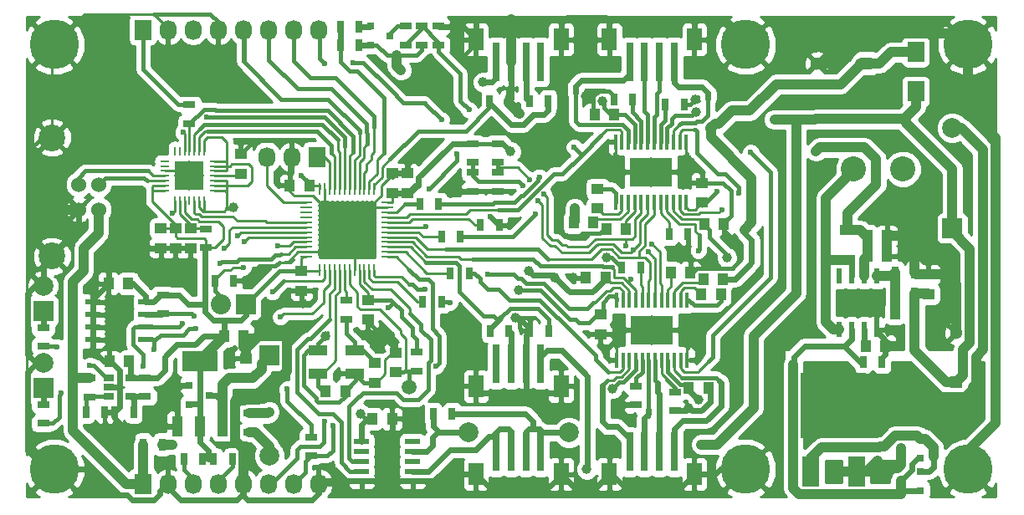
<source format=gtl>
G04 #@! TF.FileFunction,Copper,L1,Top,Signal*
%FSLAX46Y46*%
G04 Gerber Fmt 4.6, Leading zero omitted, Abs format (unit mm)*
G04 Created by KiCad (PCBNEW 4.0.0-stable) date 2/11/2016 12:20:55 PM*
%MOMM*%
G01*
G04 APERTURE LIST*
%ADD10C,0.100000*%
%ADD11C,5.000000*%
%ADD12R,1.250000X1.000000*%
%ADD13R,1.000000X1.250000*%
%ADD14R,1.300000X1.300000*%
%ADD15C,1.300000*%
%ADD16R,2.000000X2.000000*%
%ADD17C,2.000000*%
%ADD18C,1.998980*%
%ADD19R,1.998980X1.998980*%
%ADD20R,1.700000X2.000000*%
%ADD21C,2.540000*%
%ADD22C,1.501140*%
%ADD23R,2.032000X2.032000*%
%ADD24O,2.032000X2.032000*%
%ADD25R,1.727200X2.032000*%
%ADD26O,1.727200X2.032000*%
%ADD27C,1.524000*%
%ADD28C,2.700020*%
%ADD29R,1.651000X3.048000*%
%ADD30R,6.700520X6.700520*%
%ADD31R,1.300000X0.700000*%
%ADD32R,0.700000X1.300000*%
%ADD33R,0.248920X1.300000*%
%ADD34R,0.251460X1.300000*%
%ADD35R,1.300000X0.248920*%
%ADD36R,1.300000X0.251460*%
%ADD37R,1.899920X1.099820*%
%ADD38O,1.000760X0.248920*%
%ADD39O,0.248920X1.000760*%
%ADD40R,3.000000X3.000000*%
%ADD41C,3.000000*%
%ADD42R,1.550000X0.600000*%
%ADD43R,0.600000X1.550000*%
%ADD44R,1.060000X0.650000*%
%ADD45R,0.450000X1.650000*%
%ADD46R,4.320000X3.000000*%
%ADD47R,0.800100X0.800100*%
%ADD48R,1.600000X1.000000*%
%ADD49R,3.657600X2.032000*%
%ADD50R,1.016000X2.032000*%
%ADD51R,0.700000X4.000000*%
%ADD52R,1.500000X2.300000*%
%ADD53C,1.000000*%
%ADD54C,0.600000*%
%ADD55C,0.250000*%
%ADD56C,1.000000*%
%ADD57C,0.400000*%
%ADD58C,0.600000*%
%ADD59C,0.254000*%
G04 APERTURE END LIST*
D10*
D11*
X73500000Y-3500000D03*
X3500000Y-3500000D03*
X3500000Y-46500000D03*
X73500000Y-46500000D03*
X96000000Y-46500000D03*
X96000000Y-3500000D03*
D12*
X17300000Y-22100000D03*
X17300000Y-24100000D03*
D13*
X33000000Y-38600000D03*
X31000000Y-38600000D03*
D12*
X35950000Y-35750000D03*
X35950000Y-37750000D03*
X38050000Y-36700000D03*
X38050000Y-34700000D03*
X15800000Y-22100000D03*
X15800000Y-24100000D03*
X14300000Y-22100000D03*
X14300000Y-24100000D03*
X22400000Y-16600000D03*
X22400000Y-14600000D03*
X28550000Y-26450000D03*
X28550000Y-28450000D03*
D13*
X29350000Y-17750000D03*
X27350000Y-17750000D03*
D12*
X37750000Y-18550000D03*
X37750000Y-16550000D03*
X35250000Y-29350000D03*
X35250000Y-31350000D03*
X39250000Y-18550000D03*
X39250000Y-16550000D03*
D13*
X85800000Y-22900000D03*
X87800000Y-22900000D03*
X11000000Y-27700000D03*
X9000000Y-27700000D03*
X85800000Y-24900000D03*
X87800000Y-24900000D03*
X90600000Y-30700000D03*
X88600000Y-30700000D03*
D12*
X22900000Y-37300000D03*
X22900000Y-35300000D03*
D13*
X85650000Y-34050000D03*
X87650000Y-34050000D03*
X20700000Y-33000000D03*
X22700000Y-33000000D03*
D14*
X85700000Y-5400000D03*
D15*
X80700000Y-5400000D03*
D13*
X11100000Y-35600000D03*
X9100000Y-35600000D03*
D12*
X92000000Y-28800000D03*
X92000000Y-26800000D03*
D14*
X94800000Y-37700000D03*
D15*
X94800000Y-32700000D03*
D13*
X35700000Y-41400000D03*
X37700000Y-41400000D03*
X69300000Y-21700000D03*
X71300000Y-21700000D03*
D12*
X58500000Y-18100000D03*
X58500000Y-20100000D03*
D13*
X58100000Y-21500000D03*
X56100000Y-21500000D03*
X61400000Y-22200000D03*
X59400000Y-22200000D03*
X60200000Y-10550000D03*
X58200000Y-10550000D03*
X59300000Y-27100000D03*
X57300000Y-27100000D03*
X71000000Y-28800000D03*
X69000000Y-28800000D03*
X69200000Y-27300000D03*
X71200000Y-27300000D03*
X65900000Y-26600000D03*
X67900000Y-26600000D03*
X67750000Y-38300000D03*
X69750000Y-38300000D03*
D16*
X2400000Y-38300000D03*
D17*
X2400000Y-35760000D03*
D16*
X2400000Y-30500000D03*
D17*
X2400000Y-27960000D03*
D18*
X25302540Y-45160000D03*
D19*
X25302540Y-35000000D03*
D18*
X94397460Y-11940000D03*
D19*
X94397460Y-22100000D03*
D20*
X90700000Y-4250000D03*
X90700000Y-8250000D03*
D21*
X84400640Y-16100000D03*
X89399360Y-16100000D03*
D22*
X39400000Y-38200000D03*
D23*
X22900000Y-29800000D03*
D24*
X20360000Y-29800000D03*
D25*
X12500000Y-2000000D03*
D26*
X15040000Y-2000000D03*
X17580000Y-2000000D03*
X20120000Y-2000000D03*
X22660000Y-2000000D03*
X25200000Y-2000000D03*
X27740000Y-2000000D03*
X30280000Y-2000000D03*
D27*
X8000000Y-17660000D03*
X8000000Y-20200000D03*
X6001020Y-20200000D03*
X6001020Y-17660000D03*
D28*
X3301000Y-12930520D03*
X3301000Y-24929480D03*
D25*
X30100000Y-14900000D03*
D26*
X27560000Y-14900000D03*
X25020000Y-14900000D03*
D29*
X80098760Y-46700000D03*
D30*
X82400000Y-40050280D03*
D29*
X84701240Y-46700000D03*
D31*
X18900000Y-24050000D03*
X18900000Y-22150000D03*
X2400000Y-41850000D03*
X2400000Y-39950000D03*
X2400000Y-34050000D03*
X2400000Y-32150000D03*
X29500000Y-43250000D03*
X29500000Y-45150000D03*
D32*
X21650000Y-27400000D03*
X19750000Y-27400000D03*
D31*
X33050000Y-29400000D03*
X33050000Y-31300000D03*
D32*
X48550000Y-21800000D03*
X46650000Y-21800000D03*
D31*
X40200000Y-34650000D03*
X40200000Y-36550000D03*
X14500000Y-28850000D03*
X14500000Y-30750000D03*
D32*
X18550000Y-45500000D03*
X16650000Y-45500000D03*
X19650000Y-45500000D03*
X21550000Y-45500000D03*
X88650000Y-26600000D03*
X90550000Y-26600000D03*
D31*
X23300000Y-42750000D03*
X23300000Y-40850000D03*
D32*
X14450000Y-44000000D03*
X12550000Y-44000000D03*
X90550000Y-28700000D03*
X88650000Y-28700000D03*
D31*
X7050000Y-37300000D03*
X7050000Y-39200000D03*
D32*
X6750000Y-40700000D03*
X8650000Y-40700000D03*
X32450000Y-3600000D03*
X34350000Y-3600000D03*
X34350000Y-1700000D03*
X32450000Y-1700000D03*
D31*
X12700000Y-37250000D03*
X12700000Y-39150000D03*
D32*
X11550000Y-40700000D03*
X9650000Y-40700000D03*
D31*
X39100000Y-1650000D03*
X39100000Y-3550000D03*
D32*
X85400000Y-35650000D03*
X87300000Y-35650000D03*
D31*
X40700000Y-3550000D03*
X40700000Y-1650000D03*
X42400000Y-3550000D03*
X42400000Y-1650000D03*
X48400000Y-13550000D03*
X48400000Y-15450000D03*
X48400000Y-16450000D03*
X48400000Y-18350000D03*
X45900000Y-13550000D03*
X45900000Y-15450000D03*
X45900000Y-16450000D03*
X45900000Y-18350000D03*
D32*
X43750000Y-40900000D03*
X41850000Y-40900000D03*
X51650000Y-32500000D03*
X53550000Y-32500000D03*
X49550000Y-32500000D03*
X47650000Y-32500000D03*
X49500000Y-9250000D03*
X47600000Y-9250000D03*
X51600000Y-9250000D03*
X53500000Y-9250000D03*
X44600000Y-22950000D03*
X42700000Y-22950000D03*
X42400000Y-19650000D03*
X40500000Y-19650000D03*
X60150000Y-9050000D03*
X62050000Y-9050000D03*
X67250000Y-9600000D03*
X65350000Y-9600000D03*
X42700000Y-29550000D03*
X40800000Y-29550000D03*
X45500000Y-26650000D03*
X43600000Y-26650000D03*
D31*
X66350000Y-40600000D03*
X66350000Y-38700000D03*
X62400000Y-40000000D03*
X62400000Y-38100000D03*
D33*
X35898280Y-26347020D03*
D34*
X35397900Y-26347020D03*
X34897520Y-26347020D03*
X34397140Y-26347020D03*
D33*
X33899300Y-26347020D03*
X33398920Y-26347020D03*
X32901080Y-26347020D03*
X32400700Y-26347020D03*
D34*
X31902860Y-26347020D03*
X31402480Y-26347020D03*
X30902100Y-26347020D03*
D33*
X30401720Y-26347020D03*
D35*
X29052980Y-24998280D03*
D36*
X29052980Y-24497900D03*
X29052980Y-23997520D03*
X29052980Y-23497140D03*
D35*
X29052980Y-22999300D03*
X29052980Y-22498920D03*
X29052980Y-22001080D03*
X29052980Y-21500700D03*
D36*
X29052980Y-21002860D03*
X29052980Y-20502480D03*
X29052980Y-20002100D03*
D35*
X29052980Y-19501720D03*
D33*
X35898280Y-18152980D03*
D34*
X35397900Y-18152980D03*
X34897520Y-18152980D03*
X34397140Y-18152980D03*
D33*
X33899300Y-18152980D03*
X33398920Y-18152980D03*
X32901080Y-18152980D03*
X32400700Y-18152980D03*
D34*
X31902860Y-18152980D03*
X31402480Y-18152980D03*
X30902100Y-18152980D03*
D33*
X30401720Y-18152980D03*
D35*
X37247020Y-24998280D03*
D36*
X37247020Y-24497900D03*
X37247020Y-23997520D03*
X37247020Y-23497140D03*
D35*
X37247020Y-22999300D03*
X37247020Y-22498920D03*
X37247020Y-22001080D03*
X37247020Y-21500700D03*
D36*
X37247020Y-21002860D03*
X37247020Y-20502480D03*
X37247020Y-20002100D03*
D35*
X37247020Y-19501720D03*
D37*
X33899120Y-34499380D03*
X30200880Y-34499380D03*
X30200880Y-36800620D03*
X33899120Y-36800620D03*
D38*
X14700640Y-15298860D03*
X14700640Y-15799240D03*
X14700640Y-16299620D03*
X14700640Y-16800000D03*
X14700640Y-17300380D03*
X14700640Y-17800760D03*
X14700640Y-18301140D03*
D39*
X15698860Y-19299360D03*
X16199240Y-19299360D03*
X16699620Y-19299360D03*
X17200000Y-19299360D03*
X17700380Y-19299360D03*
X18200760Y-19299360D03*
X18701140Y-19299360D03*
D38*
X19699360Y-18301140D03*
X19699360Y-17800760D03*
X19699360Y-17300380D03*
X19699360Y-16800000D03*
X19699360Y-16299620D03*
X19699360Y-15799240D03*
X19699360Y-15298860D03*
D39*
X18701140Y-14300640D03*
X18200760Y-14300640D03*
X17700380Y-14300640D03*
X17200000Y-14300640D03*
X16699620Y-14300640D03*
X16199240Y-14300640D03*
X15698860Y-14300640D03*
D40*
X17200000Y-16800000D03*
D41*
X17200000Y-16800000D03*
D42*
X7400000Y-29595000D03*
X7400000Y-30865000D03*
X7400000Y-32135000D03*
X7400000Y-33405000D03*
X12800000Y-33405000D03*
X12800000Y-32135000D03*
X12800000Y-30865000D03*
X12800000Y-29595000D03*
D43*
X82945000Y-32350000D03*
X84215000Y-32350000D03*
X85485000Y-32350000D03*
X86755000Y-32350000D03*
X86755000Y-26950000D03*
X85485000Y-26950000D03*
X84215000Y-26950000D03*
X82945000Y-26950000D03*
D44*
X9000000Y-37250000D03*
X9000000Y-38200000D03*
X9000000Y-39150000D03*
X11200000Y-39150000D03*
X11200000Y-37250000D03*
D42*
X34620000Y-43700000D03*
X34620000Y-44700000D03*
X34620000Y-45700000D03*
X34620000Y-46700000D03*
X39780000Y-46700000D03*
X39780000Y-45700000D03*
X39780000Y-44700000D03*
X39780000Y-43700000D03*
X34620000Y-47700000D03*
X39780000Y-47700000D03*
D45*
X60325000Y-19450000D03*
X60975000Y-19450000D03*
X61625000Y-19450000D03*
X62275000Y-19450000D03*
X62925000Y-19450000D03*
X63575000Y-19450000D03*
X64225000Y-19450000D03*
X64875000Y-19450000D03*
X65525000Y-19450000D03*
X66175000Y-19450000D03*
X66825000Y-19450000D03*
X67475000Y-19450000D03*
X67475000Y-13350000D03*
X66825000Y-13350000D03*
X66175000Y-13350000D03*
X65525000Y-13350000D03*
X64875000Y-13350000D03*
X64225000Y-13350000D03*
X63575000Y-13350000D03*
X62925000Y-13350000D03*
X62275000Y-13350000D03*
X61625000Y-13350000D03*
X60975000Y-13350000D03*
X60325000Y-13350000D03*
D46*
X63900000Y-16400000D03*
D41*
X63900000Y-16400000D03*
D45*
X67575000Y-29350000D03*
X66925000Y-29350000D03*
X66275000Y-29350000D03*
X65625000Y-29350000D03*
X64975000Y-29350000D03*
X64325000Y-29350000D03*
X63675000Y-29350000D03*
X63025000Y-29350000D03*
X62375000Y-29350000D03*
X61725000Y-29350000D03*
X61075000Y-29350000D03*
X60425000Y-29350000D03*
X60425000Y-35450000D03*
X61075000Y-35450000D03*
X61725000Y-35450000D03*
X62375000Y-35450000D03*
X63025000Y-35450000D03*
X63675000Y-35450000D03*
X64325000Y-35450000D03*
X64975000Y-35450000D03*
X65625000Y-35450000D03*
X66275000Y-35450000D03*
X66925000Y-35450000D03*
X67575000Y-35450000D03*
D46*
X64000000Y-32400000D03*
D41*
X64000000Y-32400000D03*
D25*
X12500000Y-48000000D03*
D26*
X15040000Y-48000000D03*
X17580000Y-48000000D03*
X20120000Y-48000000D03*
X22660000Y-48000000D03*
X25200000Y-48000000D03*
X27740000Y-48000000D03*
X30280000Y-48000000D03*
D47*
X35499240Y-1650000D03*
X35499240Y-3550000D03*
X37498220Y-2600000D03*
X91200760Y-48650000D03*
X91200760Y-46750000D03*
X89201780Y-47700000D03*
X91200760Y-45350000D03*
X91200760Y-43450000D03*
X89201780Y-44400000D03*
D32*
X67650000Y-22700000D03*
X65750000Y-22700000D03*
X60950000Y-26100000D03*
X62850000Y-26100000D03*
D12*
X69100000Y-19500000D03*
X69100000Y-17500000D03*
X58800000Y-30850000D03*
X58800000Y-32850000D03*
D48*
X83800000Y-25300000D03*
X83800000Y-22300000D03*
D31*
X17200000Y-9600000D03*
X17200000Y-11500000D03*
D18*
X55600000Y-42800000D03*
X45440000Y-42800000D03*
D49*
X18250000Y-35548000D03*
D50*
X18250000Y-42152000D03*
X20536000Y-42152000D03*
X15964000Y-42152000D03*
D51*
X52750000Y-44750000D03*
X51250000Y-44750000D03*
X49750000Y-44750000D03*
X48250000Y-44750000D03*
D52*
X54800000Y-47000000D03*
X46200000Y-47000000D03*
D51*
X52750000Y-35850000D03*
X51250000Y-35850000D03*
X49750000Y-35850000D03*
X48250000Y-35850000D03*
D52*
X54800000Y-38100000D03*
X46200000Y-38100000D03*
D51*
X48250000Y-5250000D03*
X49750000Y-5250000D03*
X51250000Y-5250000D03*
X52750000Y-5250000D03*
D52*
X46200000Y-3000000D03*
X54800000Y-3000000D03*
D51*
X61750000Y-5250000D03*
X63250000Y-5250000D03*
X64750000Y-5250000D03*
X66250000Y-5250000D03*
D52*
X59700000Y-3000000D03*
X68300000Y-3000000D03*
D51*
X66250000Y-44750000D03*
X64750000Y-44750000D03*
X63250000Y-44750000D03*
X61750000Y-44750000D03*
D52*
X68300000Y-47000000D03*
X59700000Y-47000000D03*
D47*
X17199240Y-38050000D03*
X17199240Y-39950000D03*
X19198220Y-39000000D03*
D53*
X44800000Y-4800000D03*
X41700000Y-5600000D03*
X54800000Y-19500000D03*
X13800000Y-13200000D03*
X86850000Y-45600000D03*
X83200000Y-46700000D03*
X31000000Y-33000000D03*
X28700000Y-29700000D03*
X50150000Y-31150000D03*
D54*
X47650000Y-20950000D03*
X43600000Y-18750000D03*
D53*
X40450000Y-14450000D03*
X50600000Y-10500000D03*
X9350000Y-24300000D03*
X67750000Y-40300000D03*
X60900000Y-39900000D03*
X56050000Y-27100000D03*
X59400000Y-25050000D03*
X57300000Y-8700000D03*
X68350000Y-9100000D03*
X88950000Y-34000000D03*
X71600000Y-25100000D03*
X54200000Y-27100000D03*
X38600000Y-6100000D03*
D54*
X27100000Y-38400000D03*
D53*
X49700000Y-14350000D03*
X51550000Y-26400000D03*
X21650000Y-20000000D03*
D54*
X37350000Y-30150000D03*
X40400000Y-17750000D03*
X28550000Y-16750000D03*
D53*
X57400000Y-46500000D03*
X80600000Y-14300000D03*
X46900000Y-7300000D03*
D54*
X15500000Y-20600000D03*
D53*
X76400000Y-11100000D03*
X25300000Y-40700000D03*
X69000000Y-44000000D03*
X70000000Y-12000000D03*
X34500000Y-40900000D03*
X68700000Y-39450000D03*
X60000000Y-38350000D03*
X73400000Y-22250000D03*
X56200000Y-20100000D03*
X59000000Y-9200000D03*
X68450000Y-10300000D03*
X15500000Y-44000000D03*
D54*
X41000000Y-28300000D03*
X30900000Y-41700000D03*
X42100000Y-36100000D03*
X31700000Y-42100000D03*
X20750000Y-24100000D03*
X12500000Y-36100000D03*
X16500000Y-31750000D03*
X13600000Y-34400000D03*
X22050000Y-22850000D03*
X17850000Y-32250000D03*
X22750000Y-23450000D03*
X22650000Y-26050000D03*
X30850000Y-5400000D03*
X33800000Y-5300000D03*
X42700000Y-11100000D03*
X41100000Y-21950000D03*
X41450000Y-18100000D03*
X44300000Y-14550000D03*
X4200000Y-38800000D03*
X26400000Y-31100000D03*
X3800000Y-34100000D03*
X25600000Y-28550000D03*
X20300000Y-25700000D03*
X17700000Y-31000000D03*
X45500000Y-10100000D03*
X70600000Y-18400000D03*
D53*
X50550000Y-28400000D03*
D54*
X61350000Y-23850000D03*
X64000000Y-23700000D03*
X53050000Y-18650000D03*
X51600000Y-17150000D03*
X63650000Y-24500000D03*
X62100000Y-24300000D03*
X50950000Y-17750000D03*
X52500000Y-19300000D03*
X7100000Y-36000000D03*
X26150000Y-23900000D03*
X16550000Y-12400000D03*
X18950000Y-10800000D03*
X56150000Y-13900000D03*
X74000000Y-14400000D03*
X68700000Y-24350000D03*
X61900000Y-27250000D03*
X52200000Y-20700000D03*
X71100000Y-20200000D03*
X72750000Y-18550000D03*
X52600000Y-16900000D03*
X47400000Y-26800000D03*
X43550000Y-29600000D03*
D55*
X17300000Y-22100000D02*
X17300000Y-21800000D01*
X17300000Y-21800000D02*
X16199240Y-20699240D01*
X16199240Y-20699240D02*
X16199240Y-19299360D01*
X17300000Y-22100000D02*
X18850000Y-22100000D01*
X18850000Y-22100000D02*
X18900000Y-22150000D01*
D56*
X87800000Y-22900000D02*
X89400000Y-22900000D01*
X90550000Y-24050000D02*
X90550000Y-26600000D01*
X89400000Y-22900000D02*
X90550000Y-24050000D01*
X92000000Y-26800000D02*
X93800000Y-26800000D01*
X94800000Y-27800000D02*
X93800000Y-26800000D01*
X94800000Y-27800000D02*
X94800000Y-32700000D01*
X92000000Y-26800000D02*
X90750000Y-26800000D01*
X90750000Y-26800000D02*
X90550000Y-26600000D01*
X87800000Y-24900000D02*
X87800000Y-22900000D01*
D57*
X46200000Y-3400000D02*
X44800000Y-4800000D01*
X46200000Y-3000000D02*
X46200000Y-3400000D01*
X57600000Y-22600000D02*
X57000000Y-22600000D01*
X54800000Y-19700000D02*
X54800000Y-19500000D01*
X54300000Y-20200000D02*
X54800000Y-19700000D01*
X54300000Y-22000000D02*
X54300000Y-20200000D01*
X55200000Y-22900000D02*
X54300000Y-22000000D01*
X56700000Y-22900000D02*
X55200000Y-22900000D01*
X57000000Y-22600000D02*
X56700000Y-22900000D01*
D56*
X22900000Y-34300000D02*
X24200000Y-33000000D01*
X27100000Y-36600000D02*
X25800000Y-37900000D01*
X27100000Y-33300000D02*
X27100000Y-36600000D01*
X26800000Y-33000000D02*
X27100000Y-33300000D01*
X24200000Y-33000000D02*
X26800000Y-33000000D01*
X22900000Y-35300000D02*
X22900000Y-34300000D01*
X22700000Y-34100000D02*
X22700000Y-33000000D01*
X22900000Y-34300000D02*
X22700000Y-34100000D01*
X22660000Y-48000000D02*
X22660000Y-44460000D01*
X22660000Y-44460000D02*
X21800000Y-43600000D01*
X21800000Y-43600000D02*
X21800000Y-39600000D01*
X21800000Y-39600000D02*
X21900000Y-39500000D01*
X21900000Y-39500000D02*
X24200000Y-39500000D01*
X24200000Y-39500000D02*
X25800000Y-37900000D01*
D58*
X54800000Y-47000000D02*
X56400000Y-48600000D01*
X58300000Y-48400000D02*
X59700000Y-47000000D01*
X58300000Y-48600000D02*
X58300000Y-48400000D01*
X56400000Y-48600000D02*
X58300000Y-48600000D01*
D56*
X13800000Y-13200000D02*
X7000000Y-13200000D01*
X7000000Y-13200000D02*
X4000000Y-16200000D01*
X4700000Y-20200000D02*
X6001020Y-20200000D01*
X4000000Y-16200000D02*
X4000000Y-19500000D01*
X4000000Y-19500000D02*
X4700000Y-20200000D01*
D58*
X62400000Y-40000000D02*
X61000000Y-40000000D01*
X61000000Y-40000000D02*
X60900000Y-39900000D01*
X67750000Y-40300000D02*
X68050000Y-40600000D01*
X68050000Y-40600000D02*
X69000000Y-40600000D01*
X69900000Y-39700000D02*
X69900000Y-38450000D01*
X69000000Y-40600000D02*
X69900000Y-39700000D01*
X69900000Y-38450000D02*
X69750000Y-38300000D01*
D57*
X69750000Y-38300000D02*
X70000000Y-38550000D01*
D56*
X84701240Y-46700000D02*
X85750000Y-46700000D01*
X85750000Y-46700000D02*
X86850000Y-45600000D01*
X84701240Y-46700000D02*
X83200000Y-46700000D01*
D57*
X30200880Y-34499380D02*
X30200880Y-33799120D01*
X30200880Y-33799120D02*
X31000000Y-33000000D01*
X28550000Y-28450000D02*
X28550000Y-29550000D01*
X28550000Y-29550000D02*
X28700000Y-29700000D01*
D58*
X15964000Y-42152000D02*
X15964000Y-38436000D01*
X16350000Y-38050000D02*
X17199240Y-38050000D01*
X15964000Y-38436000D02*
X16350000Y-38050000D01*
X51250000Y-38750000D02*
X46850000Y-38750000D01*
X46850000Y-38750000D02*
X46200000Y-38100000D01*
X51250000Y-35850000D02*
X51250000Y-38750000D01*
X51200000Y-38800000D02*
X54100000Y-38800000D01*
X51250000Y-38750000D02*
X51200000Y-38800000D01*
X54100000Y-38800000D02*
X54800000Y-38100000D01*
X73500000Y-46500000D02*
X70900000Y-46500000D01*
X70400000Y-47000000D02*
X68300000Y-47000000D01*
X70900000Y-46500000D02*
X70400000Y-47000000D01*
X59700000Y-47000000D02*
X59900000Y-47000000D01*
X59900000Y-47000000D02*
X61100000Y-48200000D01*
X61100000Y-48200000D02*
X67100000Y-48200000D01*
X67100000Y-48200000D02*
X68300000Y-47000000D01*
X54800000Y-47000000D02*
X54800000Y-47100000D01*
X54800000Y-47100000D02*
X53700000Y-48200000D01*
X53700000Y-48200000D02*
X47400000Y-48200000D01*
X47400000Y-48200000D02*
X46200000Y-47000000D01*
X46200000Y-47000000D02*
X44300000Y-47000000D01*
X40600000Y-47700000D02*
X39780000Y-47700000D01*
X43600000Y-47700000D02*
X40600000Y-47700000D01*
X44300000Y-47000000D02*
X43600000Y-47700000D01*
X9650000Y-41350000D02*
X9800000Y-41500000D01*
X10452000Y-42152000D02*
X15964000Y-42152000D01*
X9800000Y-41500000D02*
X10452000Y-42152000D01*
X9650000Y-41350000D02*
X9650000Y-40700000D01*
D56*
X49750000Y-5250000D02*
X49750000Y-900000D01*
D58*
X73500000Y-3500000D02*
X73500000Y-2900000D01*
X73500000Y-2900000D02*
X71500000Y-900000D01*
X71500000Y-900000D02*
X69000000Y-900000D01*
X69000000Y-900000D02*
X68700000Y-900000D01*
X68700000Y-900000D02*
X68300000Y-1300000D01*
X59700000Y-1200000D02*
X59800000Y-1200000D01*
X68300000Y-1300000D02*
X68300000Y-3000000D01*
X67900000Y-900000D02*
X68300000Y-1300000D01*
X60100000Y-900000D02*
X67900000Y-900000D01*
X59800000Y-1200000D02*
X60100000Y-900000D01*
X54800000Y-1200000D02*
X55000000Y-1200000D01*
X59700000Y-1200000D02*
X59700000Y-3000000D01*
X59300000Y-800000D02*
X59700000Y-1200000D01*
X55400000Y-800000D02*
X59300000Y-800000D01*
X55000000Y-1200000D02*
X55400000Y-800000D01*
X54800000Y-3000000D02*
X54800000Y-1200000D01*
X46200000Y-1000000D02*
X46200000Y-3000000D01*
X49750000Y-900000D02*
X46300000Y-900000D01*
X46300000Y-900000D02*
X46200000Y-1000000D01*
X54500000Y-900000D02*
X49750000Y-900000D01*
X54800000Y-1200000D02*
X54500000Y-900000D01*
X46200000Y-3000000D02*
X44900000Y-1700000D01*
X44900000Y-1700000D02*
X42450000Y-1700000D01*
X42450000Y-1700000D02*
X42400000Y-1650000D01*
X49500000Y-9250000D02*
X49750000Y-9000000D01*
X49750000Y-9000000D02*
X49750000Y-5250000D01*
X51650000Y-32500000D02*
X51650000Y-32250000D01*
X51650000Y-32250000D02*
X50550000Y-31150000D01*
X50550000Y-31150000D02*
X50150000Y-31150000D01*
X51250000Y-35850000D02*
X51250000Y-32900000D01*
X51250000Y-32900000D02*
X51650000Y-32500000D01*
D57*
X67900000Y-26600000D02*
X68100000Y-26600000D01*
X68100000Y-26600000D02*
X68550000Y-26150000D01*
X72900000Y-23900000D02*
X71300000Y-22300000D01*
X72900000Y-25400000D02*
X72900000Y-23900000D01*
X72150000Y-26150000D02*
X72900000Y-25400000D01*
X68550000Y-26150000D02*
X72150000Y-26150000D01*
X71300000Y-22300000D02*
X71300000Y-21700000D01*
D58*
X47650000Y-20950000D02*
X48500000Y-21800000D01*
X48500000Y-21800000D02*
X48550000Y-21800000D01*
X45900000Y-18350000D02*
X44000000Y-18350000D01*
X44000000Y-18350000D02*
X43600000Y-18750000D01*
D55*
X58800000Y-32850000D02*
X59750000Y-32850000D01*
X59750000Y-32850000D02*
X60425000Y-33525000D01*
D57*
X67650000Y-22700000D02*
X67650000Y-24650000D01*
X67900000Y-24900000D02*
X67900000Y-25650000D01*
X67650000Y-24650000D02*
X67900000Y-24900000D01*
D58*
X39250000Y-16550000D02*
X39250000Y-15650000D01*
X39250000Y-15650000D02*
X40450000Y-14450000D01*
D56*
X50600000Y-10500000D02*
X49500000Y-9400000D01*
D57*
X3301000Y-24929480D02*
X2829480Y-24929480D01*
X2829480Y-24929480D02*
X950000Y-23050000D01*
X950000Y-14250000D02*
X2269480Y-12930520D01*
X950000Y-23050000D02*
X950000Y-14250000D01*
X2269480Y-12930520D02*
X3301000Y-12930520D01*
D58*
X10250000Y-25050000D02*
X10100000Y-25050000D01*
X10100000Y-25050000D02*
X9350000Y-24300000D01*
D57*
X38050000Y-34700000D02*
X38050000Y-34400000D01*
X38050000Y-34400000D02*
X35250000Y-31600000D01*
X35250000Y-31600000D02*
X35250000Y-31350000D01*
D55*
X35950000Y-37750000D02*
X36100000Y-37750000D01*
X36100000Y-37750000D02*
X37000000Y-36850000D01*
X37000000Y-35400000D02*
X37700000Y-34700000D01*
X37000000Y-36850000D02*
X37000000Y-35400000D01*
X37700000Y-34700000D02*
X38050000Y-34700000D01*
D57*
X69750000Y-38300000D02*
X69900000Y-38450000D01*
D58*
X66350000Y-40600000D02*
X67450000Y-40600000D01*
X67450000Y-40600000D02*
X67750000Y-40300000D01*
D57*
X20120000Y-2000000D02*
X20120000Y-1220000D01*
X20120000Y-1220000D02*
X19300000Y-400000D01*
X19300000Y-400000D02*
X13600000Y-400000D01*
X15800000Y-24100000D02*
X17300000Y-24100000D01*
X14300000Y-24100000D02*
X15800000Y-24100000D01*
D55*
X3301000Y-12930520D02*
X3301000Y-3699000D01*
X3301000Y-3699000D02*
X3500000Y-3500000D01*
X15040000Y-2000000D02*
X15040000Y-1840000D01*
X15040000Y-1840000D02*
X13600000Y-400000D01*
X13600000Y-400000D02*
X6600000Y-400000D01*
X6600000Y-400000D02*
X3500000Y-3500000D01*
X27350000Y-17750000D02*
X27350000Y-18350000D01*
X27350000Y-18350000D02*
X27800000Y-18800000D01*
X29700000Y-18800000D02*
X30900700Y-20000700D01*
X27800000Y-18800000D02*
X29700000Y-18800000D01*
D57*
X37750000Y-16550000D02*
X37750000Y-16950000D01*
D55*
X37750000Y-16950000D02*
X37550000Y-16950000D01*
X37550000Y-16950000D02*
X37450000Y-16950000D01*
X37450000Y-16950000D02*
X36600000Y-17800000D01*
X36600000Y-17800000D02*
X36600000Y-18800000D01*
X36600000Y-18800000D02*
X35399300Y-20000700D01*
D57*
X27350000Y-17750000D02*
X27350000Y-15110000D01*
X27350000Y-15110000D02*
X27560000Y-14900000D01*
X58750000Y-22600000D02*
X57600000Y-22600000D01*
X59150000Y-22200000D02*
X58750000Y-22600000D01*
X61000000Y-40000000D02*
X60900000Y-39900000D01*
X56050000Y-27100000D02*
X57300000Y-27100000D01*
X60950000Y-26050000D02*
X59950000Y-25050000D01*
X59950000Y-25050000D02*
X59400000Y-25050000D01*
X57325000Y-8675000D02*
X57300000Y-8700000D01*
X58175000Y-8675000D02*
X57325000Y-8675000D01*
X67250000Y-9600000D02*
X67850000Y-9600000D01*
X67850000Y-9600000D02*
X68350000Y-9100000D01*
D56*
X87650000Y-34050000D02*
X88900000Y-34050000D01*
X88900000Y-34050000D02*
X88950000Y-34000000D01*
D57*
X59400000Y-22200000D02*
X59150000Y-22200000D01*
X60950000Y-26100000D02*
X60950000Y-26050000D01*
X27560000Y-14900000D02*
X27560000Y-13560000D01*
X23800000Y-13200000D02*
X22400000Y-14600000D01*
X27200000Y-13200000D02*
X23800000Y-13200000D01*
X27560000Y-13560000D02*
X27200000Y-13200000D01*
D56*
X49500000Y-9250000D02*
X49500000Y-9400000D01*
D58*
X15040000Y-48000000D02*
X14900000Y-48000000D01*
X14900000Y-48000000D02*
X14200000Y-48700000D01*
X6800000Y-46500000D02*
X3500000Y-46500000D01*
X9400000Y-49100000D02*
X6800000Y-46500000D01*
X10900000Y-49100000D02*
X9400000Y-49100000D01*
X11400000Y-49600000D02*
X10900000Y-49100000D01*
X13600000Y-49600000D02*
X11400000Y-49600000D01*
X14200000Y-49000000D02*
X13600000Y-49600000D01*
X14200000Y-48700000D02*
X14200000Y-49000000D01*
X9000000Y-27700000D02*
X9000000Y-26300000D01*
X11200000Y-24100000D02*
X14300000Y-24100000D01*
X9000000Y-26300000D02*
X10250000Y-25050000D01*
X10250000Y-25050000D02*
X11200000Y-24100000D01*
X34620000Y-47700000D02*
X30580000Y-47700000D01*
X30580000Y-47700000D02*
X30280000Y-48000000D01*
X22660000Y-48000000D02*
X22660000Y-49160000D01*
X22660000Y-49160000D02*
X23100000Y-49600000D01*
X23100000Y-49600000D02*
X29600000Y-49600000D01*
X29600000Y-49600000D02*
X30280000Y-48920000D01*
X30280000Y-48920000D02*
X30280000Y-48000000D01*
X15040000Y-48000000D02*
X15040000Y-48340000D01*
X15040000Y-48340000D02*
X16300000Y-49600000D01*
X16300000Y-49600000D02*
X22000000Y-49600000D01*
X22000000Y-49600000D02*
X22660000Y-48940000D01*
X22660000Y-48940000D02*
X22660000Y-48000000D01*
D57*
X30200880Y-34499380D02*
X29200620Y-34499380D01*
X32350000Y-39750000D02*
X33000000Y-39100000D01*
X30200000Y-39750000D02*
X32350000Y-39750000D01*
X30000000Y-39550000D02*
X30200000Y-39750000D01*
X30000000Y-39250000D02*
X30000000Y-39550000D01*
X28750000Y-38000000D02*
X30000000Y-39250000D01*
X28750000Y-34950000D02*
X28750000Y-38000000D01*
X29200620Y-34499380D02*
X28750000Y-34950000D01*
X33000000Y-39100000D02*
X33000000Y-38600000D01*
D56*
X84701240Y-46700000D02*
X87750000Y-46700000D01*
X89201780Y-44998220D02*
X89201780Y-44400000D01*
X88900000Y-46400000D02*
X89201780Y-46098220D01*
X89201780Y-46098220D02*
X89201780Y-44998220D01*
X88050000Y-46400000D02*
X88900000Y-46400000D01*
X87750000Y-46700000D02*
X88050000Y-46400000D01*
X96000000Y-46500000D02*
X96000000Y-44600000D01*
X96000000Y-44600000D02*
X98750000Y-41850000D01*
X98750000Y-41850000D02*
X98750000Y-12950000D01*
X98750000Y-12950000D02*
X96000000Y-10200000D01*
X96000000Y-10200000D02*
X96000000Y-3500000D01*
X80700000Y-5400000D02*
X81850000Y-5400000D01*
X84850000Y-2400000D02*
X94900000Y-2400000D01*
X81850000Y-5400000D02*
X84850000Y-2400000D01*
X94900000Y-2400000D02*
X96000000Y-3500000D01*
D55*
X29052980Y-24497900D02*
X28202100Y-24497900D01*
D57*
X25900000Y-25950000D02*
X24300000Y-25950000D01*
X26300000Y-25550000D02*
X25900000Y-25950000D01*
D55*
X27150000Y-25550000D02*
X26300000Y-25550000D01*
X28202100Y-24497900D02*
X27150000Y-25550000D01*
D57*
X35550000Y-31350000D02*
X35250000Y-31350000D01*
X35950000Y-37750000D02*
X34848500Y-37750000D01*
X34848500Y-37750000D02*
X33899120Y-36800620D01*
X33000000Y-38600000D02*
X34050000Y-37550000D01*
X34050000Y-37550000D02*
X34050000Y-36951500D01*
X34050000Y-36951500D02*
X33899120Y-36800620D01*
X22850000Y-27400000D02*
X24300000Y-25950000D01*
X21650000Y-27400000D02*
X22850000Y-27400000D01*
X45900000Y-18350000D02*
X47100000Y-18350000D01*
X47100000Y-18350000D02*
X48400000Y-18350000D01*
X67900000Y-26600000D02*
X67900000Y-25650000D01*
X67650000Y-22700000D02*
X67650000Y-23150000D01*
X71300000Y-21700000D02*
X71300000Y-21500000D01*
X71300000Y-21500000D02*
X72000000Y-20800000D01*
X72000000Y-20800000D02*
X72000000Y-18300000D01*
X72000000Y-18300000D02*
X71200000Y-17500000D01*
X71200000Y-17500000D02*
X69100000Y-17500000D01*
D55*
X27350000Y-15110000D02*
X27560000Y-14900000D01*
D57*
X60150000Y-9050000D02*
X60150000Y-8700000D01*
X60150000Y-8700000D02*
X59650000Y-8200000D01*
X59650000Y-8200000D02*
X58650000Y-8200000D01*
X58650000Y-8200000D02*
X58175000Y-8675000D01*
X58175000Y-8675000D02*
X58050000Y-8800000D01*
X58050000Y-8800000D02*
X58050000Y-10400000D01*
X58050000Y-10400000D02*
X58200000Y-10550000D01*
D56*
X85000000Y-46700000D02*
X84701240Y-46700000D01*
D55*
X14700640Y-16299620D02*
X16699620Y-16299620D01*
X16699620Y-16299620D02*
X17200000Y-16800000D01*
D58*
X37750000Y-16550000D02*
X39250000Y-16550000D01*
X49500000Y-9250000D02*
X49550000Y-9200000D01*
X51600000Y-32550000D02*
X51650000Y-32500000D01*
X3500000Y-46500000D02*
X2700000Y-46500000D01*
X2700000Y-46500000D02*
X800000Y-44600000D01*
X800000Y-44600000D02*
X800000Y-36700000D01*
X800000Y-36700000D02*
X1740000Y-35760000D01*
X1740000Y-35760000D02*
X2400000Y-35760000D01*
X9100000Y-35600000D02*
X8500000Y-35600000D01*
X7400000Y-34500000D02*
X7400000Y-33405000D01*
X8500000Y-35600000D02*
X7400000Y-34500000D01*
X10100000Y-38200000D02*
X10100000Y-36500000D01*
X10100000Y-36500000D02*
X9200000Y-35600000D01*
X9200000Y-35600000D02*
X9100000Y-35600000D01*
X9000000Y-38200000D02*
X10100000Y-38200000D01*
X10100000Y-38200000D02*
X10000000Y-38200000D01*
X10100000Y-40250000D02*
X9650000Y-40700000D01*
X10100000Y-38300000D02*
X10100000Y-40250000D01*
X10000000Y-38200000D02*
X10100000Y-38300000D01*
X8650000Y-40700000D02*
X9150000Y-40700000D01*
X9150000Y-40700000D02*
X9650000Y-40700000D01*
X7400000Y-29595000D02*
X7400000Y-29300000D01*
X7400000Y-29300000D02*
X9000000Y-27700000D01*
X7400000Y-30865000D02*
X7400000Y-29595000D01*
X7400000Y-32135000D02*
X7400000Y-30865000D01*
X7400000Y-33405000D02*
X7400000Y-32135000D01*
X2400000Y-35760000D02*
X1660000Y-35760000D01*
X1660000Y-35760000D02*
X800000Y-34900000D01*
X800000Y-34900000D02*
X800000Y-28700000D01*
X800000Y-28700000D02*
X1540000Y-27960000D01*
X1540000Y-27960000D02*
X2400000Y-27960000D01*
X3301000Y-24929480D02*
X3301000Y-24699000D01*
X3301000Y-24699000D02*
X6001020Y-21998980D01*
X6001020Y-21998980D02*
X6001020Y-20200000D01*
X2400000Y-27960000D02*
X2400000Y-25830480D01*
X2400000Y-25830480D02*
X3301000Y-24929480D01*
X87300000Y-35650000D02*
X87300000Y-35200000D01*
X87300000Y-35200000D02*
X87650000Y-34850000D01*
X87650000Y-34850000D02*
X87650000Y-34050000D01*
X86755000Y-32350000D02*
X86755000Y-32555000D01*
X86755000Y-32555000D02*
X87650000Y-33450000D01*
X87650000Y-33450000D02*
X87650000Y-34050000D01*
D55*
X30900700Y-20000700D02*
X30900700Y-18154380D01*
X30900700Y-18154380D02*
X30902100Y-18152980D01*
X33900000Y-20000700D02*
X30900700Y-20000700D01*
X30900700Y-20000700D02*
X30900000Y-20000000D01*
X33899300Y-20000700D02*
X33900000Y-20000700D01*
X33900000Y-20000700D02*
X35399300Y-20000700D01*
X35399300Y-20000700D02*
X37245620Y-20000700D01*
X37245620Y-20000700D02*
X37247020Y-20002100D01*
X33899300Y-24500000D02*
X33899300Y-20000700D01*
X33899300Y-20000700D02*
X33900000Y-20000000D01*
X33899300Y-26347020D02*
X33899300Y-24500000D01*
X33899300Y-24500000D02*
X33899300Y-24499300D01*
X33899300Y-24499300D02*
X33897900Y-24497900D01*
X29052980Y-24497900D02*
X33897900Y-24497900D01*
X33897900Y-24497900D02*
X33900000Y-24500000D01*
X33899120Y-36800620D02*
X33899120Y-37099120D01*
D58*
X37800000Y-41500000D02*
X37700000Y-41400000D01*
X37700000Y-41400000D02*
X37700000Y-47700000D01*
X39780000Y-47700000D02*
X37700000Y-47700000D01*
X37700000Y-47700000D02*
X34620000Y-47700000D01*
D55*
X67575000Y-35450000D02*
X67575000Y-33275000D01*
X66700000Y-32400000D02*
X64000000Y-32400000D01*
X67575000Y-33275000D02*
X66700000Y-32400000D01*
X60425000Y-35450000D02*
X60425000Y-33525000D01*
X60425000Y-33525000D02*
X60425000Y-33475000D01*
X61500000Y-32400000D02*
X64000000Y-32400000D01*
X60425000Y-33475000D02*
X61500000Y-32400000D01*
X69100000Y-17500000D02*
X69100000Y-16700000D01*
X68425000Y-16025000D02*
X67475000Y-16025000D01*
X69100000Y-16700000D02*
X68425000Y-16025000D01*
X67475000Y-13350000D02*
X67475000Y-16025000D01*
X67100000Y-16400000D02*
X63900000Y-16400000D01*
X67475000Y-16025000D02*
X67100000Y-16400000D01*
X60325000Y-13350000D02*
X60325000Y-15925000D01*
X60325000Y-15925000D02*
X60800000Y-16400000D01*
X60800000Y-16400000D02*
X63900000Y-16400000D01*
D57*
X31000000Y-38600000D02*
X30700000Y-38600000D01*
X30700000Y-38600000D02*
X30200880Y-38100880D01*
X30200880Y-38100880D02*
X30200880Y-36800620D01*
D55*
X31000000Y-38600000D02*
X30900000Y-38600000D01*
X30900000Y-38600000D02*
X30200880Y-37900880D01*
X30200880Y-37900880D02*
X30200880Y-36800620D01*
X32000000Y-30600000D02*
X32000000Y-35500000D01*
X32000000Y-35500000D02*
X30699380Y-36800620D01*
X30699380Y-36800620D02*
X30200880Y-36800620D01*
X30200880Y-36800620D02*
X29400620Y-36800620D01*
X32400700Y-28499300D02*
X32400700Y-26347020D01*
X32000000Y-28900000D02*
X32400700Y-28499300D01*
X32000000Y-30600000D02*
X32000000Y-28900000D01*
D57*
X33899120Y-34499380D02*
X33899120Y-33599120D01*
X33899120Y-33599120D02*
X33050000Y-32750000D01*
X33050000Y-32750000D02*
X33050000Y-31300000D01*
X35950000Y-35750000D02*
X35950000Y-35650000D01*
X35950000Y-35650000D02*
X34799380Y-34499380D01*
X34799380Y-34499380D02*
X33899120Y-34499380D01*
D55*
X33050000Y-31300000D02*
X33050000Y-32750000D01*
X33050000Y-32750000D02*
X33899120Y-33599120D01*
X35950000Y-35650000D02*
X34799380Y-34499380D01*
X34799380Y-34499380D02*
X33899120Y-34499380D01*
X38550000Y-32450000D02*
X38550000Y-32750000D01*
X33398920Y-27798920D02*
X34200000Y-28600000D01*
X34200000Y-28600000D02*
X34200000Y-29600000D01*
X33398920Y-26347020D02*
X33398920Y-27798920D01*
X34200000Y-30050000D02*
X34500000Y-30350000D01*
X34500000Y-30350000D02*
X36450000Y-30350000D01*
X36450000Y-30350000D02*
X38550000Y-32450000D01*
X34200000Y-29600000D02*
X34200000Y-30050000D01*
X39100000Y-33300000D02*
X39100000Y-36550000D01*
X38550000Y-32750000D02*
X39100000Y-33300000D01*
D57*
X38050000Y-36700000D02*
X38850000Y-36700000D01*
X39000000Y-36550000D02*
X39100000Y-36550000D01*
X39100000Y-36550000D02*
X39400000Y-36550000D01*
X38850000Y-36700000D02*
X39000000Y-36550000D01*
X39400000Y-38200000D02*
X39400000Y-36550000D01*
X39400000Y-36550000D02*
X40200000Y-36550000D01*
D56*
X18250000Y-35548000D02*
X18250000Y-35450000D01*
X18250000Y-35450000D02*
X20700000Y-33000000D01*
D58*
X55700000Y-28550000D02*
X55650000Y-28550000D01*
X55650000Y-28550000D02*
X54200000Y-27100000D01*
X59300000Y-27100000D02*
X59300000Y-27250000D01*
X59300000Y-27250000D02*
X58000000Y-28550000D01*
X58000000Y-28550000D02*
X55700000Y-28550000D01*
X52800000Y-26850000D02*
X53950000Y-26850000D01*
X53950000Y-26850000D02*
X54200000Y-27100000D01*
D57*
X55650000Y-28550000D02*
X54200000Y-27100000D01*
X69850000Y-22250000D02*
X69850000Y-23050000D01*
X69300000Y-21700000D02*
X69850000Y-22250000D01*
X71600000Y-24800000D02*
X69850000Y-23050000D01*
X71600000Y-25100000D02*
X71600000Y-24800000D01*
D56*
X38200000Y-5700000D02*
X38200000Y-4600000D01*
X38600000Y-6100000D02*
X38200000Y-5700000D01*
D57*
X29500000Y-43250000D02*
X29500000Y-42000000D01*
X27100000Y-39600000D02*
X27100000Y-38400000D01*
X29500000Y-42000000D02*
X27100000Y-39600000D01*
D58*
X22900000Y-29800000D02*
X22900000Y-30950000D01*
X22900000Y-30950000D02*
X22450000Y-31400000D01*
X18250000Y-39900000D02*
X17249240Y-39900000D01*
X17249240Y-39900000D02*
X17199240Y-39950000D01*
X18250000Y-35548000D02*
X18250000Y-39900000D01*
X18250000Y-39900000D02*
X18250000Y-40650000D01*
X18250000Y-42152000D02*
X18250000Y-40650000D01*
X19100000Y-45500000D02*
X19100000Y-44600000D01*
X18250000Y-43750000D02*
X18250000Y-42152000D01*
X19100000Y-44600000D02*
X18250000Y-43750000D01*
X20700000Y-33000000D02*
X19000000Y-33000000D01*
X13950000Y-37250000D02*
X12700000Y-37250000D01*
X14700000Y-36500000D02*
X13950000Y-37250000D01*
X14700000Y-35100000D02*
X14700000Y-36500000D01*
X15900000Y-33900000D02*
X14700000Y-35100000D01*
X17800000Y-33900000D02*
X15900000Y-33900000D01*
X18700000Y-33000000D02*
X17800000Y-33900000D01*
X19000000Y-33000000D02*
X18700000Y-33000000D01*
X20700000Y-33000000D02*
X20700000Y-31400000D01*
X18250000Y-35548000D02*
X18250000Y-34850000D01*
X12750000Y-37300000D02*
X12700000Y-37250000D01*
D57*
X52750000Y-26850000D02*
X52800000Y-26850000D01*
D58*
X48900000Y-13550000D02*
X49700000Y-14350000D01*
X51550000Y-26400000D02*
X52000000Y-26850000D01*
X52000000Y-26850000D02*
X52750000Y-26850000D01*
X40400000Y-17750000D02*
X40400000Y-16950000D01*
X40400000Y-16950000D02*
X43150000Y-14200000D01*
X43150000Y-14200000D02*
X43800000Y-13550000D01*
X45900000Y-13550000D02*
X44350000Y-13550000D01*
X43800000Y-13550000D02*
X44350000Y-13550000D01*
X48400000Y-13550000D02*
X48900000Y-13550000D01*
X40400000Y-17750000D02*
X40050000Y-17750000D01*
X40050000Y-17750000D02*
X39250000Y-18550000D01*
D57*
X69300000Y-21900000D02*
X69300000Y-21700000D01*
X21000000Y-20050000D02*
X21600000Y-20050000D01*
X21600000Y-20050000D02*
X21650000Y-20000000D01*
X17200000Y-9600000D02*
X16100000Y-9600000D01*
X16100000Y-9600000D02*
X12500000Y-6000000D01*
X12500000Y-6000000D02*
X12500000Y-2000000D01*
X39250000Y-18550000D02*
X39600000Y-18550000D01*
X39600000Y-18550000D02*
X40400000Y-17750000D01*
X37850000Y-29650000D02*
X37850000Y-29600000D01*
X37350000Y-30150000D02*
X37850000Y-29650000D01*
X29350000Y-17550000D02*
X28550000Y-16750000D01*
X29350000Y-17750000D02*
X29350000Y-17550000D01*
X21550000Y-20050000D02*
X21000000Y-20050000D01*
X21600000Y-20000000D02*
X21550000Y-20050000D01*
X40200000Y-34650000D02*
X40200000Y-33350000D01*
X37600000Y-29350000D02*
X35250000Y-29350000D01*
X38650000Y-30400000D02*
X37850000Y-29600000D01*
X37850000Y-29600000D02*
X37600000Y-29350000D01*
X38650000Y-31050000D02*
X38650000Y-30400000D01*
X39800000Y-32200000D02*
X38650000Y-31050000D01*
X39800000Y-32950000D02*
X39800000Y-32200000D01*
X40200000Y-33350000D02*
X39800000Y-32950000D01*
X35499240Y-3550000D02*
X36150000Y-3550000D01*
X37200000Y-4600000D02*
X38200000Y-4600000D01*
X36150000Y-3550000D02*
X37200000Y-4600000D01*
X38200000Y-4600000D02*
X39550000Y-4600000D01*
X40200000Y-4600000D02*
X40700000Y-4100000D01*
X39550000Y-4600000D02*
X40200000Y-4600000D01*
X40700000Y-4100000D02*
X40700000Y-3550000D01*
X19650000Y-45500000D02*
X19100000Y-45500000D01*
X19100000Y-45500000D02*
X18550000Y-45500000D01*
X35250000Y-29350000D02*
X35650000Y-29350000D01*
X22900000Y-29800000D02*
X22950000Y-29800000D01*
X22950000Y-29800000D02*
X26300000Y-26450000D01*
X26300000Y-26450000D02*
X28550000Y-26450000D01*
D58*
X22450000Y-31400000D02*
X20700000Y-31400000D01*
D57*
X22900000Y-30950000D02*
X22450000Y-31400000D01*
X45900000Y-13550000D02*
X48400000Y-13550000D01*
D55*
X66750000Y-20950000D02*
X67000000Y-21200000D01*
X67000000Y-21200000D02*
X68800000Y-21200000D01*
X68800000Y-21200000D02*
X69300000Y-21700000D01*
X61725000Y-29350000D02*
X61725000Y-28425000D01*
X60900000Y-27600000D02*
X59800000Y-27600000D01*
X61725000Y-28425000D02*
X60900000Y-27600000D01*
X59800000Y-27600000D02*
X59300000Y-27100000D01*
X66175000Y-19450000D02*
X66175000Y-20375000D01*
X66175000Y-20375000D02*
X66750000Y-20950000D01*
D58*
X37750000Y-18550000D02*
X39250000Y-18550000D01*
X34350000Y-3600000D02*
X35449240Y-3600000D01*
X35449240Y-3600000D02*
X35499240Y-3550000D01*
X18800000Y-30600000D02*
X18800000Y-29800000D01*
X20700000Y-31400000D02*
X19600000Y-31400000D01*
X19600000Y-31400000D02*
X18800000Y-30600000D01*
X18800000Y-29800000D02*
X18800000Y-24150000D01*
X18800000Y-24150000D02*
X18900000Y-24050000D01*
X16150000Y-28850000D02*
X14500000Y-28850000D01*
X17100000Y-29800000D02*
X16150000Y-28850000D01*
X18800000Y-29800000D02*
X17100000Y-29800000D01*
X11200000Y-37250000D02*
X11200000Y-35700000D01*
X11200000Y-35700000D02*
X11100000Y-35600000D01*
X11200000Y-37250000D02*
X12700000Y-37250000D01*
X12800000Y-29595000D02*
X13505000Y-29595000D01*
X13505000Y-29595000D02*
X14250000Y-28850000D01*
X14250000Y-28850000D02*
X14500000Y-28850000D01*
X12800000Y-29595000D02*
X12800000Y-29000000D01*
X12800000Y-29000000D02*
X11500000Y-27700000D01*
X11500000Y-27700000D02*
X11000000Y-27700000D01*
D55*
X23100000Y-17800000D02*
X21000000Y-17800000D01*
X23500000Y-17400000D02*
X23100000Y-17800000D01*
X21000000Y-17800000D02*
X21000000Y-17300000D01*
X21000000Y-17300000D02*
X20999620Y-17300380D01*
X21000000Y-18500000D02*
X21000000Y-17800000D01*
X21000000Y-17800000D02*
X20999240Y-17800760D01*
X18600000Y-20400000D02*
X20700000Y-20400000D01*
X20700000Y-20400000D02*
X21000000Y-20100000D01*
X21000000Y-20100000D02*
X21000000Y-20050000D01*
X21000000Y-18500000D02*
X20801140Y-18301140D01*
X21000000Y-20050000D02*
X21000000Y-18500000D01*
X18701140Y-14300640D02*
X18701140Y-13198860D01*
X20998860Y-13398860D02*
X20998860Y-15298860D01*
X20500000Y-12900000D02*
X20998860Y-13398860D01*
X19000000Y-12900000D02*
X20500000Y-12900000D01*
X18701140Y-13198860D02*
X19000000Y-12900000D01*
X21000000Y-15800000D02*
X21300000Y-15800000D01*
X21300000Y-15800000D02*
X21500000Y-15600000D01*
X21000000Y-15900000D02*
X21000000Y-15800000D01*
X21000000Y-15800000D02*
X21000000Y-16300000D01*
X20999620Y-16299620D02*
X19699360Y-16299620D01*
X21000000Y-16300000D02*
X20999620Y-16299620D01*
X19699360Y-15298860D02*
X20998860Y-15298860D01*
X20899240Y-15799240D02*
X19699360Y-15799240D01*
X21000000Y-15900000D02*
X20899240Y-15799240D01*
X21000000Y-15300000D02*
X21000000Y-15900000D01*
X20998860Y-15298860D02*
X21000000Y-15300000D01*
X20999620Y-17300380D02*
X19699360Y-17300380D01*
X20999240Y-17800760D02*
X19699360Y-17800760D01*
X20801140Y-18301140D02*
X19699360Y-18301140D01*
X18701140Y-19299360D02*
X18701140Y-20298860D01*
X18200760Y-20000760D02*
X18600000Y-20400000D01*
X18200760Y-20000760D02*
X18200760Y-19299360D01*
X18701140Y-20298860D02*
X18600000Y-20400000D01*
X18900000Y-24050000D02*
X19750000Y-24050000D01*
X16699620Y-20499620D02*
X17400000Y-21200000D01*
X17400000Y-21200000D02*
X18000000Y-21200000D01*
X18000000Y-21200000D02*
X18200000Y-21400000D01*
X18200000Y-21400000D02*
X20100000Y-21400000D01*
X16699620Y-20499620D02*
X16699620Y-19299360D01*
X20600000Y-21900000D02*
X20100000Y-21400000D01*
X20600000Y-23200000D02*
X20600000Y-21900000D01*
X19750000Y-24050000D02*
X20600000Y-23200000D01*
X18900000Y-24050000D02*
X18900000Y-23300000D01*
X15800000Y-22900000D02*
X15800000Y-22100000D01*
X16000000Y-23100000D02*
X15800000Y-22900000D01*
X18700000Y-23100000D02*
X16000000Y-23100000D01*
X18900000Y-23300000D02*
X18700000Y-23100000D01*
X15800000Y-22100000D02*
X14300000Y-22100000D01*
X14700640Y-17800760D02*
X13499240Y-17800760D01*
X13400000Y-17900000D02*
X13400000Y-18300000D01*
X13499240Y-17800760D02*
X13400000Y-17900000D01*
X15800000Y-22100000D02*
X15800000Y-21800000D01*
X15800000Y-21800000D02*
X13400000Y-19400000D01*
X13400000Y-19400000D02*
X13400000Y-18300000D01*
X13400000Y-18300000D02*
X13401140Y-18301140D01*
X13401140Y-18301140D02*
X14700640Y-18301140D01*
X35250000Y-29350000D02*
X35250000Y-28650000D01*
X34397140Y-27797140D02*
X34397140Y-26347020D01*
X35250000Y-28650000D02*
X34397140Y-27797140D01*
X35250000Y-29350000D02*
X35050000Y-29350000D01*
X30401720Y-26347020D02*
X30352980Y-26347020D01*
X30352980Y-26347020D02*
X30250000Y-26450000D01*
X30250000Y-26450000D02*
X28550000Y-26450000D01*
X29052980Y-24998280D02*
X28701720Y-24998280D01*
X28701720Y-24998280D02*
X28550000Y-25150000D01*
X28550000Y-25150000D02*
X28550000Y-26450000D01*
X30401720Y-18152980D02*
X30401720Y-17701720D01*
X30401720Y-17701720D02*
X30353440Y-17750000D01*
X30353440Y-17750000D02*
X29350000Y-17750000D01*
X37247020Y-19501720D02*
X37698280Y-19501720D01*
X37698280Y-19501720D02*
X37750000Y-19450000D01*
X37750000Y-19450000D02*
X37750000Y-18550000D01*
X23500000Y-15900000D02*
X23500000Y-17400000D01*
X23200000Y-15600000D02*
X23500000Y-15900000D01*
X21500000Y-15600000D02*
X23200000Y-15600000D01*
X19699360Y-16800000D02*
X22200000Y-16800000D01*
X22200000Y-16800000D02*
X22400000Y-16600000D01*
D56*
X85800000Y-22900000D02*
X85700000Y-22900000D01*
X85700000Y-22900000D02*
X85100000Y-22300000D01*
X85100000Y-22300000D02*
X83800000Y-22300000D01*
X85485000Y-26950000D02*
X85485000Y-25215000D01*
X85485000Y-25215000D02*
X85800000Y-24900000D01*
X85800000Y-22900000D02*
X85800000Y-24900000D01*
X7050000Y-37300000D02*
X5400000Y-37300000D01*
X8000000Y-20200000D02*
X8000000Y-22600000D01*
X10800000Y-48000000D02*
X12500000Y-48000000D01*
X5400000Y-42600000D02*
X10800000Y-48000000D01*
X5400000Y-27500000D02*
X5400000Y-37300000D01*
X5400000Y-37300000D02*
X5400000Y-42600000D01*
X6500000Y-26400000D02*
X5400000Y-27500000D01*
X6500000Y-24100000D02*
X6500000Y-26400000D01*
X8000000Y-22600000D02*
X6500000Y-24100000D01*
D58*
X53400000Y-34500000D02*
X52750000Y-35150000D01*
X54900000Y-34500000D02*
X53400000Y-34500000D01*
X57500000Y-37100000D02*
X54900000Y-34500000D01*
X57500000Y-46400000D02*
X57500000Y-37100000D01*
X57400000Y-46500000D02*
X57500000Y-46400000D01*
X52750000Y-35150000D02*
X52750000Y-35850000D01*
D56*
X86700000Y-17700000D02*
X86700000Y-15100000D01*
X86700000Y-15100000D02*
X85500000Y-13900000D01*
X85500000Y-13900000D02*
X83100000Y-13900000D01*
X83800000Y-22300000D02*
X83800000Y-20600000D01*
X83800000Y-20600000D02*
X86700000Y-17700000D01*
X80600000Y-14300000D02*
X81000000Y-13900000D01*
X81000000Y-13900000D02*
X83100000Y-13900000D01*
X12550000Y-44000000D02*
X12550000Y-47950000D01*
X12550000Y-47950000D02*
X12500000Y-48000000D01*
D58*
X52750000Y-35850000D02*
X52750000Y-34850000D01*
X47800000Y-7300000D02*
X48250000Y-6850000D01*
X46900000Y-7300000D02*
X47800000Y-7300000D01*
X48250000Y-6850000D02*
X48250000Y-5250000D01*
D55*
X15698860Y-19299360D02*
X15698860Y-20401140D01*
X15698860Y-20401140D02*
X15500000Y-20600000D01*
D56*
X90600000Y-30700000D02*
X90600000Y-34500000D01*
X90550000Y-28700000D02*
X91900000Y-28700000D01*
X91900000Y-28700000D02*
X92000000Y-28800000D01*
X90600000Y-30700000D02*
X90600000Y-28750000D01*
X90600000Y-28750000D02*
X90550000Y-28700000D01*
X74300000Y-33000000D02*
X74300000Y-40300000D01*
X70600000Y-44000000D02*
X69000000Y-44000000D01*
X74300000Y-40300000D02*
X70600000Y-44000000D01*
X78600000Y-11100000D02*
X78600000Y-12600000D01*
X76400000Y-11100000D02*
X78600000Y-11100000D01*
X78600000Y-11100000D02*
X80500000Y-11100000D01*
X25150000Y-40850000D02*
X23300000Y-40850000D01*
X25300000Y-40700000D02*
X25150000Y-40850000D01*
X78600000Y-28700000D02*
X78600000Y-13100000D01*
X78600000Y-12600000D02*
X78600000Y-13100000D01*
X74300000Y-33000000D02*
X78600000Y-28700000D01*
X80550000Y-11050000D02*
X80500000Y-11100000D01*
X89700000Y-11050000D02*
X80550000Y-11050000D01*
X94397460Y-22100000D02*
X94397460Y-16097460D01*
X89700000Y-11400000D02*
X89700000Y-11050000D01*
X89700000Y-11050000D02*
X89700000Y-10800000D01*
X94397460Y-16097460D02*
X89700000Y-11400000D01*
X90700000Y-8250000D02*
X90700000Y-9800000D01*
X90700000Y-9800000D02*
X89700000Y-10800000D01*
X94397460Y-22100000D02*
X94397460Y-22397460D01*
X94397460Y-22397460D02*
X96200000Y-24200000D01*
X96200000Y-24200000D02*
X96200000Y-27300000D01*
X94800000Y-37700000D02*
X93800000Y-37700000D01*
X93800000Y-37700000D02*
X90600000Y-34500000D01*
X90600000Y-34500000D02*
X90550000Y-34450000D01*
X96200000Y-27300000D02*
X96200000Y-33700000D01*
X96200000Y-33700000D02*
X95500000Y-34400000D01*
X95500000Y-34400000D02*
X95500000Y-37000000D01*
X95500000Y-37000000D02*
X94800000Y-37700000D01*
X86755000Y-26950000D02*
X88300000Y-26950000D01*
X88300000Y-26950000D02*
X88650000Y-26600000D01*
X88650000Y-28700000D02*
X88650000Y-30650000D01*
X88650000Y-30650000D02*
X88600000Y-30700000D01*
X88650000Y-26600000D02*
X88650000Y-28700000D01*
D58*
X88550000Y-28700000D02*
X88600000Y-28650000D01*
X85485000Y-32350000D02*
X85485000Y-33885000D01*
X85485000Y-33885000D02*
X85650000Y-34050000D01*
X72450000Y-27250000D02*
X71250000Y-27250000D01*
X71250000Y-27250000D02*
X71200000Y-27300000D01*
D56*
X70000000Y-12000000D02*
X70000000Y-12900000D01*
X74100000Y-21550000D02*
X73400000Y-22250000D01*
X74100000Y-17000000D02*
X74100000Y-21550000D01*
X70000000Y-12900000D02*
X74100000Y-17000000D01*
D58*
X73400000Y-22250000D02*
X73400000Y-22600000D01*
X74100000Y-23300000D02*
X74100000Y-25600000D01*
X74100000Y-25600000D02*
X72450000Y-27250000D01*
X73400000Y-22600000D02*
X74100000Y-23300000D01*
X70000000Y-12000000D02*
X69950000Y-11950000D01*
D56*
X73900000Y-10200000D02*
X76600000Y-7500000D01*
X83100000Y-7500000D02*
X76600000Y-7500000D01*
X85200000Y-5400000D02*
X83100000Y-7500000D01*
X69950000Y-11950000D02*
X70400000Y-11500000D01*
X70400000Y-11500000D02*
X70800000Y-11500000D01*
X70800000Y-11500000D02*
X72100000Y-10200000D01*
X72100000Y-10200000D02*
X73900000Y-10200000D01*
X69900000Y-12000000D02*
X69950000Y-11950000D01*
X85700000Y-5400000D02*
X85200000Y-5400000D01*
D57*
X35700000Y-41400000D02*
X35000000Y-41400000D01*
X35000000Y-41400000D02*
X34500000Y-40900000D01*
D58*
X67750000Y-38300000D02*
X67750000Y-38500000D01*
X67750000Y-38500000D02*
X68700000Y-39450000D01*
D57*
X62375000Y-36425000D02*
X61100000Y-37700000D01*
X62375000Y-35450000D02*
X62375000Y-36425000D01*
X60650000Y-37700000D02*
X60000000Y-38350000D01*
X61100000Y-37700000D02*
X60650000Y-37700000D01*
X59200000Y-9950000D02*
X59200000Y-9400000D01*
X59200000Y-9950000D02*
X59800000Y-10550000D01*
X59200000Y-9400000D02*
X59000000Y-9200000D01*
X72400000Y-27300000D02*
X72450000Y-27250000D01*
X68450000Y-10300000D02*
X68050000Y-10700000D01*
X68050000Y-10700000D02*
X66350000Y-10700000D01*
X66350000Y-10700000D02*
X66000000Y-11050000D01*
X66000000Y-11050000D02*
X66000000Y-11500000D01*
X65525000Y-11975000D02*
X65525000Y-13350000D01*
X65525000Y-11975000D02*
X66000000Y-11500000D01*
D56*
X56200000Y-21400000D02*
X56200000Y-20100000D01*
D57*
X56100000Y-20200000D02*
X56200000Y-20100000D01*
X56100000Y-20200000D02*
X56100000Y-21500000D01*
D56*
X85700000Y-5400000D02*
X85100000Y-5400000D01*
X85700000Y-5400000D02*
X87050000Y-5400000D01*
X88200000Y-4250000D02*
X90700000Y-4250000D01*
X87050000Y-5400000D02*
X88200000Y-4250000D01*
D57*
X65625000Y-35450000D02*
X65625000Y-36675000D01*
X66850000Y-37900000D02*
X67350000Y-37900000D01*
X65625000Y-36675000D02*
X66850000Y-37900000D01*
X67350000Y-37900000D02*
X67750000Y-38300000D01*
X60200000Y-10550000D02*
X59800000Y-10550000D01*
X60250000Y-10600000D02*
X61300000Y-10600000D01*
X62275000Y-11575000D02*
X62275000Y-13350000D01*
X62275000Y-11575000D02*
X61300000Y-10600000D01*
X60250000Y-10600000D02*
X60200000Y-10550000D01*
D58*
X35700000Y-41400000D02*
X35200000Y-41400000D01*
X35200000Y-41400000D02*
X34620000Y-41980000D01*
X34620000Y-41980000D02*
X34620000Y-43700000D01*
D57*
X60325000Y-19450000D02*
X60325000Y-18525000D01*
X59900000Y-18100000D02*
X58500000Y-18100000D01*
X60325000Y-18525000D02*
X59900000Y-18100000D01*
D55*
X60975000Y-19450000D02*
X60975000Y-20325000D01*
X59100000Y-20700000D02*
X58500000Y-20100000D01*
X60600000Y-20700000D02*
X59100000Y-20700000D01*
X60975000Y-20325000D02*
X60600000Y-20700000D01*
X61625000Y-19450000D02*
X61625000Y-20375000D01*
X60800000Y-21200000D02*
X58400000Y-21200000D01*
X61625000Y-20375000D02*
X60800000Y-21200000D01*
X58400000Y-21200000D02*
X58100000Y-21500000D01*
X62275000Y-19450000D02*
X62275000Y-20425000D01*
X61400000Y-21300000D02*
X61400000Y-22200000D01*
X62275000Y-20425000D02*
X61400000Y-21300000D01*
D57*
X67575000Y-29350000D02*
X67750000Y-29350000D01*
X67750000Y-29350000D02*
X68300000Y-29900000D01*
X71000000Y-29500000D02*
X71000000Y-28800000D01*
X70600000Y-29900000D02*
X71000000Y-29500000D01*
X68300000Y-29900000D02*
X70600000Y-29900000D01*
D55*
X67575000Y-29350000D02*
X67575000Y-29225000D01*
X66925000Y-29350000D02*
X66925000Y-28475000D01*
X68300000Y-28100000D02*
X69000000Y-28800000D01*
X67300000Y-28100000D02*
X68300000Y-28100000D01*
X66925000Y-28475000D02*
X67300000Y-28100000D01*
X68900000Y-27600000D02*
X68400000Y-27600000D01*
X66275000Y-28425000D02*
X67100000Y-27600000D01*
X67100000Y-27600000D02*
X67500000Y-27600000D01*
X66275000Y-28425000D02*
X66275000Y-29350000D01*
X68400000Y-27600000D02*
X67500000Y-27600000D01*
X68900000Y-27600000D02*
X69200000Y-27300000D01*
X65625000Y-29350000D02*
X65625000Y-28275000D01*
X65900000Y-28000000D02*
X65900000Y-26600000D01*
X65625000Y-28275000D02*
X65900000Y-28000000D01*
D58*
X2400000Y-39950000D02*
X2400000Y-38300000D01*
X2400000Y-32150000D02*
X2400000Y-30500000D01*
D56*
X14450000Y-44000000D02*
X15500000Y-44000000D01*
X25302540Y-45160000D02*
X25302540Y-44202540D01*
X25302540Y-44202540D02*
X23850000Y-42750000D01*
X23850000Y-42750000D02*
X23300000Y-42750000D01*
X94397460Y-11940000D02*
X95290000Y-11940000D01*
X95290000Y-11940000D02*
X97500000Y-14150000D01*
X97500000Y-14150000D02*
X97500000Y-19842540D01*
X84250280Y-38200000D02*
X92100000Y-38200000D01*
X97500000Y-19842540D02*
X97500000Y-34400000D01*
X96800000Y-35100000D02*
X97500000Y-34400000D01*
X96800000Y-38100000D02*
X96800000Y-35100000D01*
X95700000Y-39200000D02*
X96800000Y-38100000D01*
X93100000Y-39200000D02*
X95700000Y-39200000D01*
X92100000Y-38200000D02*
X93100000Y-39200000D01*
X84250280Y-38200000D02*
X82400000Y-40050280D01*
X81600000Y-25200000D02*
X81600000Y-31600000D01*
X81600000Y-31600000D02*
X82350000Y-32350000D01*
X84400640Y-16100000D02*
X84400640Y-16249360D01*
X84400640Y-16249360D02*
X81600000Y-19050000D01*
X81600000Y-19050000D02*
X81600000Y-25200000D01*
X81600000Y-25200000D02*
X81600000Y-25300000D01*
X83800000Y-25300000D02*
X81600000Y-25300000D01*
X82945000Y-32350000D02*
X82350000Y-32350000D01*
D58*
X84215000Y-26950000D02*
X84215000Y-25715000D01*
X84215000Y-25715000D02*
X83800000Y-25300000D01*
D57*
X28100000Y-44500000D02*
X28400000Y-44200000D01*
X39400000Y-27800000D02*
X39800000Y-27800000D01*
D55*
X38650000Y-27050000D02*
X39400000Y-27800000D01*
X36050000Y-27050000D02*
X38650000Y-27050000D01*
X35898280Y-26898280D02*
X36050000Y-27050000D01*
D57*
X40300000Y-28300000D02*
X41000000Y-28300000D01*
X39800000Y-27800000D02*
X40300000Y-28300000D01*
X28100000Y-45400000D02*
X28100000Y-44500000D01*
X28100000Y-45400000D02*
X25500000Y-48000000D01*
X30800000Y-43800000D02*
X30800000Y-41800000D01*
X30800000Y-41800000D02*
X30900000Y-41700000D01*
X30400000Y-44200000D02*
X30800000Y-43800000D01*
X28400000Y-44200000D02*
X30400000Y-44200000D01*
X25200000Y-48000000D02*
X25500000Y-48000000D01*
D55*
X35898280Y-26347020D02*
X35898280Y-26898280D01*
D57*
X29500000Y-45150000D02*
X31150000Y-45150000D01*
X40450000Y-27300000D02*
X39450000Y-26300000D01*
X41400000Y-27300000D02*
X40450000Y-27300000D01*
X41800000Y-27700000D02*
X41400000Y-27300000D01*
X41800000Y-32300000D02*
X41800000Y-27700000D01*
X42500000Y-33000000D02*
X41800000Y-32300000D01*
X42500000Y-35700000D02*
X42500000Y-33000000D01*
X42100000Y-36100000D02*
X42500000Y-35700000D01*
D55*
X38148280Y-24998280D02*
X37247020Y-24998280D01*
X38148280Y-24998280D02*
X39450000Y-26300000D01*
D57*
X31150000Y-45150000D02*
X31700000Y-44600000D01*
X31700000Y-44600000D02*
X31700000Y-42100000D01*
X27740000Y-48000000D02*
X28900000Y-46840000D01*
X28900000Y-45750000D02*
X29500000Y-45150000D01*
X28900000Y-46840000D02*
X28900000Y-45750000D01*
D55*
X24400000Y-22001080D02*
X22648920Y-22001080D01*
X21250000Y-23600000D02*
X20750000Y-24100000D01*
X21250000Y-22300000D02*
X21250000Y-23600000D01*
X21548920Y-22001080D02*
X21250000Y-22300000D01*
X22148920Y-22001080D02*
X21548920Y-22001080D01*
X22648920Y-22001080D02*
X22148920Y-22001080D01*
D57*
X12250000Y-34650000D02*
X12500000Y-34900000D01*
X12500000Y-34900000D02*
X12500000Y-36100000D01*
X11900000Y-34300000D02*
X12250000Y-34650000D01*
X11665000Y-32135000D02*
X11500000Y-32300000D01*
X11500000Y-32300000D02*
X11500000Y-33900000D01*
X11500000Y-33900000D02*
X11900000Y-34300000D01*
X12800000Y-32135000D02*
X11665000Y-32135000D01*
X17580000Y-48000000D02*
X17580000Y-47480000D01*
X17580000Y-47480000D02*
X16650000Y-46550000D01*
X16650000Y-46550000D02*
X16650000Y-45500000D01*
X12800000Y-32135000D02*
X16115000Y-32135000D01*
X16115000Y-32135000D02*
X16500000Y-31750000D01*
D55*
X24400000Y-22001080D02*
X29052980Y-22001080D01*
D57*
X13600000Y-33405000D02*
X13795000Y-33405000D01*
X17200000Y-32250000D02*
X17850000Y-32250000D01*
X16550000Y-32900000D02*
X17200000Y-32250000D01*
X14300000Y-32900000D02*
X16550000Y-32900000D01*
X13795000Y-33405000D02*
X14300000Y-32900000D01*
X13600000Y-34400000D02*
X13600000Y-33405000D01*
D55*
X24800000Y-22498920D02*
X22401080Y-22498920D01*
X22401080Y-22498920D02*
X22050000Y-22850000D01*
D57*
X20120000Y-48000000D02*
X20120000Y-47680000D01*
X20120000Y-47680000D02*
X21550000Y-46250000D01*
X21550000Y-46250000D02*
X21550000Y-45500000D01*
D55*
X29052980Y-22498920D02*
X24800000Y-22498920D01*
D57*
X13600000Y-33405000D02*
X12800000Y-33405000D01*
D55*
X25450000Y-22999300D02*
X23200700Y-22999300D01*
X23200700Y-22999300D02*
X22750000Y-23450000D01*
D57*
X20360000Y-29800000D02*
X20360000Y-29060000D01*
X20360000Y-29060000D02*
X19750000Y-28450000D01*
X19750000Y-28450000D02*
X19750000Y-27400000D01*
D55*
X22650000Y-26050000D02*
X21650000Y-26050000D01*
X21650000Y-26050000D02*
X21350000Y-26350000D01*
X21350000Y-26350000D02*
X20700000Y-26350000D01*
X20700000Y-26350000D02*
X19750000Y-27300000D01*
X29052980Y-22999300D02*
X25450000Y-22999300D01*
X19750000Y-27300000D02*
X19750000Y-27400000D01*
D57*
X34400000Y-12450000D02*
X34400000Y-12200000D01*
X22660000Y-5210000D02*
X22660000Y-2000000D01*
X26500000Y-9050000D02*
X22660000Y-5210000D01*
X31250000Y-9050000D02*
X26500000Y-9050000D01*
X34400000Y-12200000D02*
X31250000Y-9050000D01*
X22750000Y-5050000D02*
X22750000Y-2090000D01*
X22750000Y-2090000D02*
X22660000Y-2000000D01*
D55*
X33899300Y-18152980D02*
X33899300Y-15200700D01*
X22750000Y-5050000D02*
X22750000Y-5000000D01*
X34400000Y-14700000D02*
X34400000Y-12450000D01*
X33899300Y-15200700D02*
X34400000Y-14700000D01*
X34900000Y-13900000D02*
X34950000Y-13900000D01*
D57*
X25200000Y-5050000D02*
X25200000Y-2000000D01*
X28150000Y-8000000D02*
X25200000Y-5050000D01*
X31600000Y-8000000D02*
X28150000Y-8000000D01*
X35100000Y-11500000D02*
X31600000Y-8000000D01*
X35100000Y-12400000D02*
X35100000Y-11500000D01*
X35200000Y-12500000D02*
X35100000Y-12400000D01*
X35200000Y-13550000D02*
X35200000Y-12500000D01*
D55*
X34950000Y-13800000D02*
X35200000Y-13550000D01*
X34950000Y-13900000D02*
X34950000Y-13800000D01*
X34397140Y-15452860D02*
X34900000Y-14950000D01*
X34900000Y-14950000D02*
X34900000Y-13900000D01*
X34397140Y-15452860D02*
X34397140Y-18152980D01*
D57*
X25300000Y-2100000D02*
X25200000Y-2000000D01*
X35850000Y-11850000D02*
X35850000Y-10750000D01*
X27740000Y-5190000D02*
X27740000Y-2000000D01*
X29400000Y-6850000D02*
X27740000Y-5190000D01*
X31950000Y-6850000D02*
X29400000Y-6850000D01*
X35850000Y-10750000D02*
X31950000Y-6850000D01*
D55*
X34897520Y-16552480D02*
X35150000Y-16300000D01*
X35150000Y-16300000D02*
X35150000Y-15600000D01*
X35150000Y-15600000D02*
X35600000Y-15150000D01*
X35600000Y-15150000D02*
X35600000Y-14650000D01*
X35600000Y-14650000D02*
X35850000Y-14400000D01*
X35850000Y-14400000D02*
X35850000Y-11850000D01*
X34897520Y-16552480D02*
X34897520Y-18152980D01*
D57*
X27800000Y-2060000D02*
X27740000Y-2000000D01*
X41150000Y-9550000D02*
X41000000Y-9400000D01*
X38850000Y-9400000D02*
X37450000Y-8000000D01*
X41000000Y-9400000D02*
X38850000Y-9400000D01*
X30400000Y-4950000D02*
X30400000Y-4850000D01*
X30850000Y-5400000D02*
X30400000Y-4950000D01*
X30400000Y-2120000D02*
X30400000Y-4850000D01*
X33800000Y-5300000D02*
X34750000Y-5300000D01*
X34750000Y-5300000D02*
X37450000Y-8000000D01*
D55*
X41048920Y-22001080D02*
X41100000Y-21950000D01*
D57*
X41450000Y-18100000D02*
X44300000Y-15250000D01*
X44300000Y-15250000D02*
X44300000Y-14550000D01*
D55*
X41048920Y-22001080D02*
X37247020Y-22001080D01*
D57*
X42700000Y-11100000D02*
X41150000Y-9550000D01*
X30400000Y-2120000D02*
X30280000Y-2000000D01*
D55*
X31402480Y-18152980D02*
X31402480Y-15402480D01*
X31402480Y-15402480D02*
X30900000Y-14900000D01*
X30900000Y-14900000D02*
X30100000Y-14900000D01*
X25020000Y-14900000D02*
X25020000Y-17820000D01*
X26701720Y-19501720D02*
X29052980Y-19501720D01*
X25020000Y-17820000D02*
X26701720Y-19501720D01*
D58*
X52000000Y-42400000D02*
X52000000Y-41700000D01*
X51200000Y-40900000D02*
X43750000Y-40900000D01*
X52000000Y-41700000D02*
X51200000Y-40900000D01*
X55600000Y-42800000D02*
X53000000Y-42800000D01*
X53000000Y-42800000D02*
X52750000Y-42550000D01*
X51250000Y-44750000D02*
X51250000Y-42650000D01*
X52750000Y-42550000D02*
X52750000Y-44750000D01*
X52600000Y-42400000D02*
X52750000Y-42550000D01*
X51500000Y-42400000D02*
X52000000Y-42400000D01*
X52000000Y-42400000D02*
X52100000Y-42400000D01*
X52100000Y-42400000D02*
X52600000Y-42400000D01*
X51250000Y-42650000D02*
X51500000Y-42400000D01*
X47500000Y-43200000D02*
X47800000Y-43200000D01*
X41400000Y-46700000D02*
X43600000Y-44500000D01*
X43600000Y-44500000D02*
X46200000Y-44500000D01*
X46200000Y-44500000D02*
X47500000Y-43200000D01*
X39780000Y-46700000D02*
X41400000Y-46700000D01*
X47800000Y-43200000D02*
X48250000Y-42750000D01*
X48250000Y-42750000D02*
X48250000Y-44750000D01*
X49750000Y-44750000D02*
X49750000Y-42650000D01*
X49750000Y-42650000D02*
X49500000Y-42400000D01*
X49500000Y-42400000D02*
X49000000Y-42400000D01*
X48600000Y-42400000D02*
X48250000Y-42750000D01*
X49000000Y-42400000D02*
X48600000Y-42400000D01*
X48250000Y-42750000D02*
X48250000Y-44750000D01*
X49550000Y-32500000D02*
X49750000Y-32700000D01*
X49750000Y-32700000D02*
X49750000Y-35850000D01*
X51600000Y-9250000D02*
X51300000Y-8950000D01*
X51300000Y-8950000D02*
X51300000Y-5300000D01*
X51300000Y-5300000D02*
X51250000Y-5250000D01*
X51600000Y-9250000D02*
X51550000Y-9200000D01*
X34350000Y-1700000D02*
X35449240Y-1700000D01*
X35449240Y-1700000D02*
X35499240Y-1650000D01*
D57*
X37498220Y-2600000D02*
X37498220Y-2401780D01*
X37498220Y-2401780D02*
X38250000Y-1650000D01*
X38250000Y-1650000D02*
X39100000Y-1650000D01*
D56*
X81200000Y-44300000D02*
X87000000Y-44300000D01*
X80098760Y-45401240D02*
X81200000Y-44300000D01*
X88650000Y-43100000D02*
X90850760Y-43100000D01*
X87550000Y-44200000D02*
X88650000Y-43100000D01*
X87100000Y-44200000D02*
X87550000Y-44200000D01*
X87000000Y-44300000D02*
X87100000Y-44200000D01*
X90850760Y-43100000D02*
X91200760Y-43450000D01*
D58*
X92500000Y-45200000D02*
X92500000Y-46300000D01*
X92500000Y-46300000D02*
X92050000Y-46750000D01*
X92050000Y-46750000D02*
X91200760Y-46750000D01*
D56*
X91650000Y-43450000D02*
X91200760Y-43450000D01*
X92500000Y-44300000D02*
X91650000Y-43450000D01*
X92500000Y-45200000D02*
X92500000Y-44300000D01*
X80098760Y-46700000D02*
X80098760Y-45401240D01*
X90850760Y-43100000D02*
X91200760Y-43450000D01*
D57*
X2400000Y-41850000D02*
X3350000Y-41850000D01*
X4000000Y-39000000D02*
X4200000Y-38800000D01*
X4000000Y-41200000D02*
X4000000Y-39000000D01*
X3350000Y-41850000D02*
X4000000Y-41200000D01*
D55*
X31402480Y-26347020D02*
X31402480Y-27797520D01*
X29650000Y-30750000D02*
X26750000Y-30750000D01*
X30800000Y-29600000D02*
X29650000Y-30750000D01*
X30800000Y-28400000D02*
X30800000Y-29600000D01*
X31402480Y-27797520D02*
X30800000Y-28400000D01*
X26750000Y-30750000D02*
X26400000Y-31100000D01*
D57*
X2400000Y-34050000D02*
X3750000Y-34050000D01*
X3750000Y-34050000D02*
X3800000Y-34100000D01*
D55*
X30902100Y-27147900D02*
X30650000Y-27400000D01*
X30650000Y-27400000D02*
X27600000Y-27400000D01*
X27600000Y-27400000D02*
X27350000Y-27400000D01*
X27350000Y-27400000D02*
X26750000Y-27400000D01*
D57*
X26750000Y-27400000D02*
X25600000Y-28550000D01*
D55*
X30902100Y-26347020D02*
X30902100Y-27147900D01*
X33050000Y-29400000D02*
X33050000Y-28550000D01*
X32901080Y-28401080D02*
X32901080Y-26347020D01*
X33050000Y-28550000D02*
X32901080Y-28401080D01*
X46650000Y-21800000D02*
X46100000Y-21800000D01*
X39449300Y-21500700D02*
X39800000Y-21150000D01*
X39800000Y-21150000D02*
X45450000Y-21150000D01*
X39449300Y-21500700D02*
X37247020Y-21500700D01*
X46100000Y-21800000D02*
X45450000Y-21150000D01*
X29052980Y-23997520D02*
X27952480Y-23997520D01*
D57*
X20500000Y-25500000D02*
X20300000Y-25700000D01*
X22024998Y-25500000D02*
X20500000Y-25500000D01*
X22274998Y-25250000D02*
X22024998Y-25500000D01*
X22600000Y-25250000D02*
X22274998Y-25250000D01*
X25500000Y-25250000D02*
X22600000Y-25250000D01*
X25900000Y-24850000D02*
X25500000Y-25250000D01*
X26350000Y-24850000D02*
X25900000Y-24850000D01*
X26500000Y-24700000D02*
X26350000Y-24850000D01*
D55*
X27250000Y-24700000D02*
X26500000Y-24700000D01*
X27952480Y-23997520D02*
X27250000Y-24700000D01*
D57*
X17450000Y-30750000D02*
X14500000Y-30750000D01*
X17700000Y-31000000D02*
X17450000Y-30750000D01*
D58*
X12800000Y-30865000D02*
X14385000Y-30865000D01*
X14385000Y-30865000D02*
X14500000Y-30750000D01*
D57*
X6750000Y-40700000D02*
X6750000Y-39500000D01*
X6750000Y-39500000D02*
X7050000Y-39200000D01*
X9000000Y-39150000D02*
X7100000Y-39150000D01*
X7100000Y-39150000D02*
X7050000Y-39200000D01*
X36925000Y-14475000D02*
X36925000Y-8925000D01*
X36925000Y-8925000D02*
X34200000Y-6200000D01*
D55*
X35397900Y-18152980D02*
X35397900Y-17402100D01*
D57*
X32450000Y-5250000D02*
X32450000Y-3600000D01*
X33400000Y-6200000D02*
X32450000Y-5250000D01*
X34200000Y-6200000D02*
X33400000Y-6200000D01*
D55*
X36200000Y-15200000D02*
X36925000Y-14475000D01*
X36200000Y-16600000D02*
X36200000Y-15200000D01*
X35397900Y-17402100D02*
X36200000Y-16600000D01*
D58*
X32450000Y-1700000D02*
X32450000Y-3600000D01*
X11550000Y-40700000D02*
X11550000Y-39500000D01*
X11550000Y-39500000D02*
X11200000Y-39150000D01*
X11200000Y-39150000D02*
X12700000Y-39150000D01*
D57*
X42400000Y-3550000D02*
X42400000Y-4200000D01*
X44600000Y-9200000D02*
X45500000Y-10100000D01*
X44600000Y-6400000D02*
X44600000Y-9200000D01*
X42400000Y-4200000D02*
X44600000Y-6400000D01*
X69500000Y-19500000D02*
X70600000Y-18400000D01*
X56250000Y-31300000D02*
X55650000Y-31300000D01*
X57600000Y-31700000D02*
X56650000Y-31700000D01*
X56650000Y-31700000D02*
X56250000Y-31300000D01*
X58450000Y-30850000D02*
X57600000Y-31700000D01*
X55650000Y-31300000D02*
X52750000Y-28400000D01*
X52750000Y-28400000D02*
X50550000Y-28400000D01*
X58800000Y-30850000D02*
X58450000Y-30850000D01*
X60425000Y-29350000D02*
X60425000Y-29225000D01*
X60425000Y-29225000D02*
X60200000Y-29000000D01*
X60200000Y-29000000D02*
X59700000Y-29000000D01*
X59700000Y-29000000D02*
X59100000Y-29600000D01*
X59100000Y-29600000D02*
X59100000Y-30550000D01*
X59100000Y-30550000D02*
X58800000Y-30850000D01*
X69100000Y-19500000D02*
X69500000Y-19500000D01*
X42400000Y-3550000D02*
X42400000Y-3300000D01*
X42400000Y-3300000D02*
X40750000Y-1650000D01*
X40750000Y-1650000D02*
X40700000Y-1650000D01*
X39100000Y-3550000D02*
X39100000Y-3500000D01*
X39100000Y-3500000D02*
X40700000Y-1900000D01*
X40700000Y-1900000D02*
X40700000Y-1650000D01*
D55*
X60425000Y-29350000D02*
X60425000Y-29125000D01*
X60425000Y-29350000D02*
X60425000Y-28725000D01*
X67475000Y-19450000D02*
X67475000Y-19975000D01*
X67475000Y-19975000D02*
X67700000Y-20200000D01*
X67700000Y-20200000D02*
X68400000Y-20200000D01*
X68400000Y-20200000D02*
X69100000Y-19500000D01*
X69100000Y-19900000D02*
X69100000Y-19500000D01*
X67475000Y-19450000D02*
X67475000Y-19775000D01*
X53400000Y-19000000D02*
X53400000Y-22800000D01*
X54900000Y-23800000D02*
X55300000Y-23800000D01*
X54400000Y-23300000D02*
X54900000Y-23800000D01*
X53900000Y-23300000D02*
X54400000Y-23300000D01*
X53400000Y-22800000D02*
X53900000Y-23300000D01*
X58400000Y-23200000D02*
X58300000Y-23200000D01*
X61350000Y-23200000D02*
X59700000Y-23200000D01*
X59700000Y-23200000D02*
X59150000Y-23200000D01*
X59150000Y-23200000D02*
X58400000Y-23200000D01*
X58300000Y-23200000D02*
X57500000Y-24000000D01*
X57500000Y-24000000D02*
X55500000Y-24000000D01*
X55500000Y-24000000D02*
X55300000Y-23800000D01*
X64800000Y-25000000D02*
X64800000Y-24500000D01*
X64800000Y-27700000D02*
X64800000Y-25000000D01*
X64975000Y-29350000D02*
X64975000Y-27875000D01*
X64975000Y-27875000D02*
X64900000Y-27800000D01*
X64900000Y-27800000D02*
X64800000Y-27700000D01*
X61350000Y-23850000D02*
X61350000Y-23200000D01*
X64800000Y-24500000D02*
X64000000Y-23700000D01*
X62925000Y-20575000D02*
X62300000Y-21200000D01*
X62300000Y-21200000D02*
X62300000Y-22900000D01*
X62300000Y-22900000D02*
X62000000Y-23200000D01*
X62000000Y-23200000D02*
X61350000Y-23200000D01*
X62925000Y-19450000D02*
X62925000Y-20575000D01*
X50400000Y-15950000D02*
X48400000Y-15950000D01*
X53400000Y-19000000D02*
X53050000Y-18650000D01*
X51600000Y-17150000D02*
X50400000Y-15950000D01*
D57*
X48400000Y-16450000D02*
X48400000Y-15950000D01*
X48400000Y-15950000D02*
X48400000Y-15450000D01*
D55*
X52500000Y-19300000D02*
X52900000Y-19700000D01*
X53700000Y-23900000D02*
X54200000Y-23900000D01*
X52900000Y-23100000D02*
X53700000Y-23900000D01*
X52900000Y-19700000D02*
X52900000Y-23100000D01*
X58400000Y-23800000D02*
X58500000Y-23800000D01*
X61850000Y-24550000D02*
X60900000Y-24550000D01*
X60900000Y-24550000D02*
X60050000Y-23700000D01*
X59350000Y-23700000D02*
X58600000Y-23700000D01*
X60050000Y-23700000D02*
X59350000Y-23700000D01*
X62100000Y-24300000D02*
X61850000Y-24550000D01*
X58400000Y-23800000D02*
X57600000Y-24600000D01*
X57600000Y-24600000D02*
X54900000Y-24600000D01*
X54900000Y-24600000D02*
X54200000Y-23900000D01*
X58500000Y-23800000D02*
X58600000Y-23700000D01*
X62800000Y-23050000D02*
X62800000Y-23600000D01*
X62800000Y-23600000D02*
X62100000Y-24300000D01*
X64175000Y-25025000D02*
X64300000Y-25150000D01*
X64300000Y-25350000D02*
X64325000Y-25350000D01*
X64300000Y-25150000D02*
X64300000Y-25350000D01*
X64175000Y-25025000D02*
X63650000Y-24500000D01*
X64325000Y-29350000D02*
X64325000Y-25350000D01*
D57*
X46500000Y-17350000D02*
X45900000Y-16750000D01*
X50550000Y-17350000D02*
X46500000Y-17350000D01*
X50950000Y-17750000D02*
X50550000Y-17350000D01*
D55*
X63575000Y-20625000D02*
X62800000Y-21400000D01*
X63575000Y-19450000D02*
X63575000Y-20625000D01*
X62800000Y-23050000D02*
X62800000Y-23050000D01*
X62800000Y-21400000D02*
X62800000Y-23050000D01*
D57*
X45900000Y-16750000D02*
X45900000Y-16450000D01*
X45900000Y-16450000D02*
X45900000Y-15450000D01*
D58*
X42300000Y-42800000D02*
X42300000Y-42600000D01*
X41850000Y-42150000D02*
X41850000Y-40900000D01*
X42300000Y-42600000D02*
X41850000Y-42150000D01*
X39780000Y-44700000D02*
X40900000Y-44700000D01*
X42300000Y-42800000D02*
X45440000Y-42800000D01*
X41800000Y-43300000D02*
X42300000Y-42800000D01*
X41800000Y-44100000D02*
X41800000Y-43300000D01*
X41200000Y-44700000D02*
X41800000Y-44100000D01*
X40900000Y-44700000D02*
X41200000Y-44700000D01*
D57*
X44550000Y-27400000D02*
X44550000Y-28550000D01*
X47000000Y-31000000D02*
X47950000Y-31000000D01*
X44550000Y-28550000D02*
X47000000Y-31000000D01*
X53550000Y-32500000D02*
X53550000Y-31300000D01*
X49700000Y-30200000D02*
X48700000Y-31200000D01*
X52450000Y-30200000D02*
X49700000Y-30200000D01*
X53550000Y-31300000D02*
X52450000Y-30200000D01*
X48400000Y-31500000D02*
X48400000Y-31450000D01*
D55*
X39597520Y-23997520D02*
X41150000Y-25550000D01*
D57*
X41150000Y-25550000D02*
X44000000Y-25550000D01*
X44000000Y-25550000D02*
X44200000Y-25550000D01*
X44200000Y-25550000D02*
X44550000Y-25900000D01*
X44550000Y-25900000D02*
X44550000Y-27400000D01*
D55*
X39597520Y-23997520D02*
X37247020Y-23997520D01*
D57*
X48400000Y-31450000D02*
X47950000Y-31000000D01*
D58*
X53550000Y-32500000D02*
X53550000Y-32350000D01*
X48700000Y-31200000D02*
X48400000Y-31500000D01*
X48400000Y-31500000D02*
X47650000Y-32250000D01*
X47650000Y-32250000D02*
X47650000Y-32500000D01*
D57*
X37500000Y-15100000D02*
X40350000Y-12250000D01*
X40350000Y-12250000D02*
X41700000Y-12250000D01*
X47600000Y-9850000D02*
X45200000Y-12250000D01*
X41700000Y-12250000D02*
X45200000Y-12250000D01*
D55*
X36700000Y-16900000D02*
X35898280Y-17701720D01*
X36700000Y-15900000D02*
X37500000Y-15100000D01*
X36700000Y-16900000D02*
X36700000Y-15900000D01*
D57*
X47600000Y-9850000D02*
X47600000Y-9250000D01*
D55*
X35898280Y-18152980D02*
X35898280Y-17701720D01*
D58*
X53500000Y-10200000D02*
X53500000Y-9250000D01*
X47600000Y-9250000D02*
X47600000Y-9400000D01*
X47600000Y-9400000D02*
X49800000Y-11600000D01*
X53100000Y-10600000D02*
X53500000Y-10200000D01*
X52000000Y-10600000D02*
X53100000Y-10600000D01*
X51000000Y-11600000D02*
X52000000Y-10600000D01*
X49800000Y-11600000D02*
X51000000Y-11600000D01*
X53500000Y-9250000D02*
X53500000Y-9600000D01*
D55*
X37247020Y-22498920D02*
X40398920Y-22498920D01*
X40850000Y-22950000D02*
X42700000Y-22950000D01*
X40398920Y-22498920D02*
X40850000Y-22950000D01*
D57*
X40500000Y-19650000D02*
X39000000Y-19650000D01*
D55*
X38147520Y-20502480D02*
X39000000Y-19650000D01*
X38147520Y-20502480D02*
X37247020Y-20502480D01*
X35397900Y-26347020D02*
X35397900Y-27197900D01*
X40250000Y-29550000D02*
X40800000Y-29550000D01*
X38250000Y-27550000D02*
X40250000Y-29550000D01*
X35750000Y-27550000D02*
X38250000Y-27550000D01*
X35397900Y-27197900D02*
X35750000Y-27550000D01*
X43600000Y-26650000D02*
X41250000Y-26650000D01*
X39097900Y-24497900D02*
X37247020Y-24497900D01*
X41250000Y-26650000D02*
X39097900Y-24497900D01*
X31350000Y-28750000D02*
X31350000Y-31350000D01*
D57*
X29400000Y-33300000D02*
X29200000Y-33300000D01*
X31350000Y-31350000D02*
X29400000Y-33300000D01*
X32550000Y-43900000D02*
X32550000Y-41750000D01*
X30300000Y-40900000D02*
X28100000Y-38700000D01*
X31700000Y-40900000D02*
X30300000Y-40900000D01*
X32550000Y-41750000D02*
X31700000Y-40900000D01*
X28100000Y-38700000D02*
X28100000Y-34400000D01*
X28100000Y-34400000D02*
X29200000Y-33300000D01*
D55*
X31902860Y-26347020D02*
X31902860Y-28197140D01*
D57*
X33400000Y-46700000D02*
X34620000Y-46700000D01*
X32550000Y-45850000D02*
X33400000Y-46700000D01*
X32550000Y-43900000D02*
X32550000Y-45850000D01*
D55*
X31902860Y-28197140D02*
X31350000Y-28750000D01*
X35700000Y-28300000D02*
X37600000Y-28300000D01*
D57*
X41350000Y-38450000D02*
X41300000Y-38500000D01*
X41350000Y-35750000D02*
X41350000Y-38450000D01*
X41600000Y-35500000D02*
X41350000Y-35750000D01*
X41600000Y-33400000D02*
X41600000Y-35500000D01*
X40600000Y-32400000D02*
X41600000Y-33400000D01*
X40600000Y-31800000D02*
X40600000Y-32400000D01*
X39500000Y-30700000D02*
X40600000Y-31800000D01*
D55*
X39500000Y-30200000D02*
X39500000Y-30700000D01*
X37600000Y-28300000D02*
X39500000Y-30200000D01*
D57*
X39100000Y-39450000D02*
X38850000Y-39450000D01*
X41300000Y-38500000D02*
X40350000Y-39450000D01*
X40350000Y-39450000D02*
X39100000Y-39450000D01*
X33350000Y-45400000D02*
X33650000Y-45700000D01*
X33350000Y-40150000D02*
X33350000Y-45400000D01*
X34050000Y-39450000D02*
X33350000Y-40150000D01*
X33650000Y-45700000D02*
X34620000Y-45700000D01*
X38850000Y-39450000D02*
X38150000Y-38750000D01*
X38150000Y-38750000D02*
X34750000Y-38750000D01*
X34750000Y-38750000D02*
X34050000Y-39450000D01*
D55*
X34897520Y-27497520D02*
X35700000Y-28300000D01*
X34897520Y-26347020D02*
X34897520Y-27497520D01*
D57*
X7550000Y-36000000D02*
X7100000Y-36000000D01*
X8800000Y-37250000D02*
X7550000Y-36000000D01*
D55*
X29052980Y-23497140D02*
X27752860Y-23497140D01*
X27350000Y-23900000D02*
X26150000Y-23900000D01*
X27752860Y-23497140D02*
X27350000Y-23900000D01*
D57*
X9000000Y-37250000D02*
X8800000Y-37250000D01*
D55*
X29052980Y-21500700D02*
X25000700Y-21500700D01*
X21600000Y-20900000D02*
X20300000Y-20900000D01*
X22050000Y-21350000D02*
X21600000Y-20900000D01*
X24850000Y-21350000D02*
X22050000Y-21350000D01*
X25000700Y-21500700D02*
X24850000Y-21350000D01*
X17700380Y-19299360D02*
X17700380Y-20550378D01*
X18400000Y-20900000D02*
X20300000Y-20900000D01*
X18200000Y-20700000D02*
X18400000Y-20900000D01*
X17850002Y-20700000D02*
X18200000Y-20700000D01*
X17700380Y-20550378D02*
X17850002Y-20700000D01*
D57*
X33800000Y-14400000D02*
X33800000Y-12750000D01*
X19750000Y-10050000D02*
X18650000Y-10050000D01*
X19850000Y-10150000D02*
X19750000Y-10050000D01*
X31200000Y-10150000D02*
X19850000Y-10150000D01*
X33800000Y-12750000D02*
X31200000Y-10150000D01*
D55*
X33398920Y-16301080D02*
X33398920Y-14801080D01*
X33398920Y-18152980D02*
X33398920Y-16301080D01*
X33398920Y-14801080D02*
X33800000Y-14400000D01*
D57*
X17200000Y-11500000D02*
X18650000Y-10050000D01*
D55*
X33400000Y-18151900D02*
X33398920Y-18152980D01*
X17200000Y-14300640D02*
X17200000Y-11500000D01*
D57*
X32901080Y-13798920D02*
X32901080Y-12901080D01*
D55*
X16699620Y-12549620D02*
X16699620Y-14300640D01*
X16550000Y-12400000D02*
X16699620Y-12549620D01*
D57*
X19000000Y-10850000D02*
X18950000Y-10800000D01*
X30850000Y-10850000D02*
X19000000Y-10850000D01*
X32901080Y-12901080D02*
X30850000Y-10850000D01*
D55*
X32901080Y-18152980D02*
X32901080Y-13798920D01*
X32901080Y-13798920D02*
X32950000Y-13750000D01*
X32901080Y-18152980D02*
X32900000Y-18151900D01*
X32400700Y-18152980D02*
X32400700Y-14400700D01*
X17700000Y-12600000D02*
X17700000Y-14300260D01*
X18300000Y-12000000D02*
X17700000Y-12600000D01*
D57*
X18700000Y-11600000D02*
X18300000Y-12000000D01*
X30650000Y-11600000D02*
X18700000Y-11600000D01*
X32200000Y-13150000D02*
X30650000Y-11600000D01*
D55*
X32200000Y-14200000D02*
X32200000Y-13150000D01*
X32400700Y-14400700D02*
X32200000Y-14200000D01*
X17700000Y-14300260D02*
X17700380Y-14300640D01*
X31902860Y-18152980D02*
X31902860Y-14802860D01*
X18200760Y-12849240D02*
X18200760Y-14300640D01*
X18750000Y-12300000D02*
X18200760Y-12849240D01*
X19000000Y-12300000D02*
X18750000Y-12300000D01*
D57*
X19050000Y-12250000D02*
X19000000Y-12300000D01*
X30150000Y-12250000D02*
X19050000Y-12250000D01*
X31600000Y-13700000D02*
X30150000Y-12250000D01*
X31600000Y-14500000D02*
X31600000Y-13700000D01*
D55*
X31902860Y-14802860D02*
X31600000Y-14500000D01*
D57*
X70175000Y-35175000D02*
X70175000Y-32925000D01*
X70175000Y-32925000D02*
X76000000Y-27100000D01*
X56150000Y-13900000D02*
X56875000Y-14625000D01*
X56875000Y-14625000D02*
X56925000Y-14625000D01*
X76000000Y-18400000D02*
X76000000Y-27100000D01*
X76000000Y-17000000D02*
X76000000Y-18400000D01*
X74000000Y-14400000D02*
X76000000Y-16400000D01*
X76000000Y-16400000D02*
X76000000Y-17000000D01*
X69750000Y-35600000D02*
X70175000Y-35175000D01*
D55*
X68700000Y-36650000D02*
X68750000Y-36600000D01*
X66925000Y-36325000D02*
X67250000Y-36650000D01*
X66925000Y-35450000D02*
X66925000Y-36325000D01*
X69750000Y-35600000D02*
X68750000Y-36600000D01*
X67250000Y-36650000D02*
X68700000Y-36650000D01*
X59550000Y-12150000D02*
X59400000Y-12150000D01*
D57*
X54950000Y-16600000D02*
X56925000Y-14625000D01*
X56925000Y-14625000D02*
X58850000Y-12700000D01*
X54950000Y-16600000D02*
X54100000Y-16600000D01*
D55*
X59400000Y-12150000D02*
X58850000Y-12700000D01*
D57*
X48525000Y-20225000D02*
X50475000Y-20225000D01*
D55*
X39197140Y-21002860D02*
X39550000Y-20650000D01*
X39550000Y-20650000D02*
X45200000Y-20650000D01*
X45200000Y-20650000D02*
X45600000Y-20250000D01*
X39197140Y-21002860D02*
X37247020Y-21002860D01*
X45600000Y-20250000D02*
X48500000Y-20250000D01*
X48525000Y-20225000D02*
X48500000Y-20250000D01*
D57*
X50475000Y-20225000D02*
X54100000Y-16600000D01*
D55*
X60975000Y-13350000D02*
X60975000Y-12375000D01*
X60750000Y-12150000D02*
X59550000Y-12150000D01*
X60975000Y-12375000D02*
X60750000Y-12150000D01*
X59200000Y-24200000D02*
X58900000Y-24200000D01*
D57*
X52500000Y-24200000D02*
X52300000Y-24200000D01*
X53500000Y-25200000D02*
X52500000Y-24200000D01*
D55*
X57900000Y-25200000D02*
X53500000Y-25200000D01*
X58900000Y-24200000D02*
X57900000Y-25200000D01*
X63300000Y-23250000D02*
X63300000Y-23850000D01*
X62750000Y-24400000D02*
X62750000Y-25025000D01*
X63300000Y-23850000D02*
X62750000Y-24400000D01*
X63275000Y-25025000D02*
X62750000Y-25025000D01*
X63800000Y-25550000D02*
X63800000Y-27300000D01*
X63675000Y-27425000D02*
X63800000Y-27300000D01*
X63675000Y-29350000D02*
X63675000Y-27425000D01*
X63800000Y-25550000D02*
X63275000Y-25025000D01*
X62750000Y-25025000D02*
X60725000Y-25025000D01*
X60725000Y-25025000D02*
X59900000Y-24200000D01*
X59550000Y-24200000D02*
X59200000Y-24200000D01*
X59900000Y-24200000D02*
X59550000Y-24200000D01*
X37247020Y-22999300D02*
X40099300Y-22999300D01*
X40099300Y-22999300D02*
X41300000Y-24200000D01*
X41300000Y-24200000D02*
X43200000Y-24200000D01*
D57*
X43200000Y-24200000D02*
X52300000Y-24200000D01*
D55*
X64225000Y-20775000D02*
X63300000Y-21700000D01*
X63300000Y-21700000D02*
X63300000Y-23250000D01*
X64225000Y-20775000D02*
X64225000Y-19450000D01*
D57*
X55500000Y-25900000D02*
X52700000Y-25900000D01*
X52700000Y-25900000D02*
X52000000Y-25200000D01*
X68800000Y-23900000D02*
X68800000Y-24250000D01*
X68800000Y-24250000D02*
X68700000Y-24350000D01*
D55*
X61900000Y-27250000D02*
X61600000Y-27550000D01*
X61600000Y-27550000D02*
X61600000Y-27600000D01*
D57*
X68800000Y-23900000D02*
X68800000Y-22800000D01*
X56100000Y-25900000D02*
X55500000Y-25900000D01*
X52000000Y-25200000D02*
X47700000Y-25200000D01*
D55*
X68700000Y-22700000D02*
X68800000Y-22800000D01*
X60200000Y-26400000D02*
X60200000Y-26300000D01*
X61600000Y-27600000D02*
X61200000Y-27200000D01*
X60200000Y-26900000D02*
X60200000Y-26400000D01*
X61100000Y-27100000D02*
X60400000Y-27100000D01*
X61200000Y-27200000D02*
X61100000Y-27100000D01*
X60200000Y-27100000D02*
X60400000Y-27100000D01*
X60200000Y-26900000D02*
X60200000Y-27100000D01*
X60200000Y-26300000D02*
X60000000Y-26100000D01*
D57*
X60000000Y-26100000D02*
X60000000Y-26000000D01*
X60000000Y-26000000D02*
X59100000Y-26000000D01*
X59100000Y-26000000D02*
X59000000Y-25900000D01*
X59000000Y-25900000D02*
X56100000Y-25900000D01*
D55*
X39797140Y-23497140D02*
X37247020Y-23497140D01*
X41250000Y-24950000D02*
X39797140Y-23497140D01*
X44450000Y-24950000D02*
X41250000Y-24950000D01*
X44700000Y-25200000D02*
X44450000Y-24950000D01*
X45900000Y-25200000D02*
X44700000Y-25200000D01*
D57*
X47700000Y-25200000D02*
X45900000Y-25200000D01*
D55*
X65525000Y-19450000D02*
X65525000Y-20425000D01*
X65525000Y-20425000D02*
X66800000Y-21700000D01*
X68400000Y-22400000D02*
X68700000Y-22700000D01*
X68400000Y-22100000D02*
X68400000Y-22400000D01*
X68400000Y-21700000D02*
X68400000Y-22100000D01*
X66800000Y-21700000D02*
X68400000Y-21700000D01*
X62375000Y-29350000D02*
X62375000Y-28375000D01*
X62375000Y-28375000D02*
X61600000Y-27600000D01*
X60200000Y-26300000D02*
X60000000Y-26100000D01*
X14700640Y-17300380D02*
X12899620Y-17300380D01*
D57*
X8660000Y-17000000D02*
X8000000Y-17660000D01*
X12599240Y-17000000D02*
X8660000Y-17000000D01*
X12899620Y-17300380D02*
X12599240Y-17000000D01*
D55*
X14700640Y-16800000D02*
X13500000Y-16800000D01*
D57*
X6700000Y-16300000D02*
X6001020Y-16998980D01*
X13000000Y-16300000D02*
X6700000Y-16300000D01*
D55*
X13500000Y-16800000D02*
X13000000Y-16300000D01*
D57*
X6001020Y-16998980D02*
X6001020Y-17660000D01*
D55*
X6001020Y-16998980D02*
X6001020Y-17660000D01*
X65750000Y-22700000D02*
X65800000Y-22650000D01*
X65800000Y-22650000D02*
X65800000Y-21500000D01*
X65800000Y-21500000D02*
X64875000Y-20575000D01*
X64875000Y-20575000D02*
X64875000Y-19450000D01*
X63025000Y-29350000D02*
X63025000Y-28025000D01*
X62850000Y-27850000D02*
X62850000Y-26100000D01*
X63025000Y-28025000D02*
X62850000Y-27850000D01*
D56*
X23600000Y-37300000D02*
X24500000Y-36400000D01*
X22900000Y-37300000D02*
X23600000Y-37300000D01*
X24500000Y-36400000D02*
X24500000Y-35802540D01*
X24500000Y-35802540D02*
X25302540Y-35000000D01*
X20536000Y-39636000D02*
X20536000Y-37964000D01*
X21200000Y-37300000D02*
X22900000Y-37300000D01*
X20536000Y-37964000D02*
X21200000Y-37300000D01*
X20536000Y-42152000D02*
X20536000Y-39636000D01*
D58*
X19198220Y-39000000D02*
X19900000Y-39000000D01*
X19900000Y-39000000D02*
X20536000Y-39636000D01*
X20536000Y-39636000D02*
X20536000Y-40064000D01*
X20536000Y-42152000D02*
X20536000Y-40064000D01*
X61750000Y-5250000D02*
X61750000Y-6450000D01*
X61750000Y-6450000D02*
X61100000Y-7100000D01*
X61100000Y-7100000D02*
X56900000Y-7100000D01*
X56900000Y-7100000D02*
X56250000Y-7750000D01*
X56250000Y-7750000D02*
X56250000Y-8350000D01*
D57*
X56250000Y-11250000D02*
X56250000Y-8350000D01*
X61625000Y-12175000D02*
X61050000Y-11600000D01*
X61050000Y-11600000D02*
X56600000Y-11600000D01*
X56600000Y-11600000D02*
X56250000Y-11250000D01*
X61625000Y-13350000D02*
X61625000Y-12175000D01*
X63250000Y-5250000D02*
X63250000Y-10250000D01*
X63250000Y-10250000D02*
X63575000Y-10575000D01*
X63575000Y-13350000D02*
X63575000Y-10575000D01*
X64225000Y-11400000D02*
X64225000Y-10875000D01*
X64500000Y-10600000D02*
X64500000Y-8500000D01*
X64225000Y-10875000D02*
X64500000Y-10600000D01*
X64225000Y-13350000D02*
X64225000Y-11400000D01*
X64750000Y-8250000D02*
X64750000Y-5250000D01*
X64500000Y-8500000D02*
X64750000Y-8250000D01*
D58*
X66250000Y-5250000D02*
X66250000Y-7350000D01*
D55*
X66175000Y-12225000D02*
X66800000Y-11600000D01*
X66175000Y-12225000D02*
X66175000Y-13350000D01*
D57*
X69700000Y-10300000D02*
X69700000Y-10650000D01*
X69700000Y-9000000D02*
X69700000Y-10300000D01*
X69100000Y-11250000D02*
X68550000Y-11250000D01*
X68550000Y-11250000D02*
X68400000Y-11400000D01*
X68400000Y-11400000D02*
X67000000Y-11400000D01*
X67000000Y-11400000D02*
X66800000Y-11600000D01*
X69700000Y-10650000D02*
X69100000Y-11250000D01*
D58*
X69700000Y-8400000D02*
X69700000Y-9000000D01*
X69100000Y-7800000D02*
X69700000Y-8400000D01*
X66700000Y-7800000D02*
X69100000Y-7800000D01*
X66250000Y-7350000D02*
X66700000Y-7800000D01*
X66250000Y-44750000D02*
X66250000Y-42450000D01*
X71000000Y-40100000D02*
X71000000Y-37750000D01*
X69500000Y-41600000D02*
X71000000Y-40100000D01*
X67100000Y-41600000D02*
X69500000Y-41600000D01*
X66250000Y-42450000D02*
X67100000Y-41600000D01*
X66250000Y-44750000D02*
X66250000Y-43750000D01*
X71000000Y-37750000D02*
X70850000Y-37600000D01*
D55*
X66275000Y-36475000D02*
X67050000Y-37250000D01*
D57*
X67050000Y-37250000D02*
X69500000Y-37250000D01*
D55*
X66275000Y-35450000D02*
X66275000Y-36475000D01*
D57*
X70500000Y-37250000D02*
X69500000Y-37250000D01*
X70850000Y-37600000D02*
X70500000Y-37250000D01*
D58*
X64750000Y-44750000D02*
X64750000Y-38850000D01*
X64600000Y-38700000D02*
X64600000Y-37800000D01*
X64750000Y-38850000D02*
X64600000Y-38700000D01*
D57*
X64325000Y-37525000D02*
X64325000Y-35450000D01*
X64600000Y-37800000D02*
X64325000Y-37525000D01*
D58*
X63675000Y-40500000D02*
X63675000Y-40925000D01*
X63250000Y-41350000D02*
X63250000Y-44750000D01*
X63675000Y-40925000D02*
X63250000Y-41350000D01*
D57*
X63675000Y-35450000D02*
X63675000Y-39025000D01*
X63675000Y-39025000D02*
X63675000Y-40500000D01*
X63675000Y-40500000D02*
X63675000Y-41125000D01*
D58*
X61750000Y-44750000D02*
X61750000Y-43450000D01*
X61750000Y-43450000D02*
X60500000Y-42200000D01*
X60500000Y-42200000D02*
X59500000Y-42200000D01*
X59500000Y-42200000D02*
X58950000Y-41650000D01*
X58950000Y-41650000D02*
X58950000Y-38050000D01*
D55*
X61725000Y-35450000D02*
X61725000Y-36325000D01*
D57*
X58950000Y-38050000D02*
X58950000Y-41650000D01*
X59500000Y-37500000D02*
X58950000Y-38050000D01*
D55*
X60050000Y-37500000D02*
X59500000Y-37500000D01*
X60400000Y-37150000D02*
X60050000Y-37500000D01*
X60900000Y-37150000D02*
X60400000Y-37150000D01*
X61725000Y-36325000D02*
X60900000Y-37150000D01*
D57*
X62050000Y-9050000D02*
X62050000Y-10350000D01*
X62925000Y-11225000D02*
X62050000Y-10350000D01*
X62925000Y-11225000D02*
X62925000Y-13350000D01*
X65350000Y-9600000D02*
X65350000Y-11150000D01*
X64875000Y-11625000D02*
X65350000Y-11150000D01*
X64875000Y-11625000D02*
X64875000Y-13350000D01*
X66350000Y-38700000D02*
X66350000Y-38300000D01*
D55*
X64975000Y-36825000D02*
X64975000Y-35450000D01*
X65500000Y-37350000D02*
X64975000Y-36825000D01*
X65500000Y-37450000D02*
X65500000Y-37350000D01*
D57*
X66350000Y-38300000D02*
X65500000Y-37450000D01*
X63025000Y-35450000D02*
X63025000Y-36675000D01*
X62400000Y-37300000D02*
X62400000Y-38100000D01*
X63025000Y-36675000D02*
X62400000Y-37300000D01*
X51350000Y-21550000D02*
X52200000Y-20700000D01*
X51475000Y-21425000D02*
X51350000Y-21550000D01*
D55*
X70400000Y-20500000D02*
X70800000Y-20500000D01*
X66825000Y-20325000D02*
X67000000Y-20500000D01*
X66825000Y-19450000D02*
X66825000Y-20325000D01*
X68700000Y-20700000D02*
X68900000Y-20500000D01*
X68900000Y-20500000D02*
X70400000Y-20500000D01*
X67200000Y-20700000D02*
X68700000Y-20700000D01*
X67000000Y-20500000D02*
X67200000Y-20700000D01*
D57*
X49950000Y-22950000D02*
X44600000Y-22950000D01*
X51475000Y-21425000D02*
X49950000Y-22950000D01*
D55*
X70800000Y-20500000D02*
X71100000Y-20200000D01*
D57*
X68400000Y-12100000D02*
X68600000Y-12300000D01*
X72750000Y-17950000D02*
X72750000Y-18550000D01*
X71400000Y-16600000D02*
X72750000Y-17950000D01*
X70700000Y-16600000D02*
X71400000Y-16600000D01*
X68600000Y-14500000D02*
X70700000Y-16600000D01*
X68600000Y-12300000D02*
X68600000Y-14500000D01*
X68300000Y-12100000D02*
X68400000Y-12100000D01*
D55*
X66825000Y-13350000D02*
X66825000Y-12375000D01*
X67100000Y-12100000D02*
X68300000Y-12100000D01*
X66825000Y-12375000D02*
X67100000Y-12100000D01*
D57*
X52500000Y-17000000D02*
X52500000Y-17250000D01*
X52600000Y-16900000D02*
X52500000Y-17000000D01*
X50800000Y-18800000D02*
X50950000Y-18800000D01*
X50950000Y-18800000D02*
X52500000Y-17250000D01*
X42400000Y-19650000D02*
X47900000Y-19650000D01*
X50100000Y-19500000D02*
X50800000Y-18800000D01*
X48050000Y-19500000D02*
X50100000Y-19500000D01*
X47900000Y-19650000D02*
X48050000Y-19500000D01*
X47400000Y-26800000D02*
X50000000Y-26800000D01*
X51300000Y-27700000D02*
X51050000Y-27450000D01*
X57500000Y-30250000D02*
X58100000Y-29650000D01*
X55600000Y-30250000D02*
X57500000Y-30250000D01*
X53050000Y-27700000D02*
X55600000Y-30250000D01*
D55*
X60250000Y-28100000D02*
X60100000Y-28100000D01*
X61075000Y-28475000D02*
X61075000Y-29350000D01*
X60700000Y-28100000D02*
X60250000Y-28100000D01*
X61075000Y-28475000D02*
X60700000Y-28100000D01*
X60100000Y-28100000D02*
X59750000Y-28450000D01*
X59750000Y-28450000D02*
X59400000Y-28450000D01*
X59400000Y-28450000D02*
X58200000Y-29650000D01*
X58200000Y-29650000D02*
X58100000Y-29650000D01*
D57*
X53050000Y-27700000D02*
X51300000Y-27700000D01*
X50000000Y-26800000D02*
X50400000Y-27200000D01*
X50400000Y-27200000D02*
X50800000Y-27200000D01*
X50800000Y-27200000D02*
X51050000Y-27450000D01*
X42700000Y-29550000D02*
X43500000Y-29550000D01*
X43500000Y-29550000D02*
X43550000Y-29600000D01*
X45500000Y-26650000D02*
X46050000Y-26650000D01*
X48500000Y-28300000D02*
X49600000Y-29400000D01*
X47400000Y-28300000D02*
X48500000Y-28300000D01*
X46600000Y-27500000D02*
X47400000Y-28300000D01*
X46600000Y-27200000D02*
X46600000Y-27500000D01*
X46050000Y-26650000D02*
X46600000Y-27200000D01*
X54450000Y-31200000D02*
X54500000Y-31200000D01*
X58300000Y-35400000D02*
X59550000Y-36650000D01*
X58300000Y-35000000D02*
X58300000Y-35400000D01*
X54500000Y-31200000D02*
X58300000Y-35000000D01*
X52650000Y-29400000D02*
X49600000Y-29400000D01*
X54450000Y-31200000D02*
X52650000Y-29400000D01*
D55*
X61075000Y-35450000D02*
X61075000Y-36325000D01*
X60750000Y-36650000D02*
X59550000Y-36650000D01*
X61075000Y-36325000D02*
X60750000Y-36650000D01*
D58*
X85400000Y-35650000D02*
X85100000Y-35650000D01*
X85100000Y-35650000D02*
X83500000Y-34050000D01*
X84215000Y-32350000D02*
X84215000Y-33335000D01*
D56*
X89201780Y-48998220D02*
X80401780Y-48998220D01*
X89201780Y-48650000D02*
X89201780Y-48998220D01*
X78900000Y-49000000D02*
X80400000Y-49000000D01*
X78300000Y-48400000D02*
X78900000Y-49000000D01*
X78300000Y-35900000D02*
X78300000Y-48400000D01*
X80401780Y-48998220D02*
X80400000Y-49000000D01*
D58*
X84215000Y-33335000D02*
X83500000Y-34050000D01*
X83500000Y-34050000D02*
X79450000Y-34050000D01*
X79450000Y-34050000D02*
X78400000Y-35100000D01*
X78400000Y-35100000D02*
X78400000Y-35850000D01*
X91200760Y-45350000D02*
X90950000Y-45350000D01*
X90950000Y-45350000D02*
X90300000Y-46000000D01*
X90300000Y-46000000D02*
X90300000Y-46601780D01*
X90300000Y-46601780D02*
X89201780Y-47700000D01*
X91200760Y-48650000D02*
X89201780Y-48650000D01*
D56*
X89201780Y-48650000D02*
X89201780Y-47700000D01*
D59*
G36*
X71725421Y-841436D02*
X71443725Y-1264120D01*
X73500000Y-3320395D01*
X75556275Y-1264120D01*
X75274579Y-841436D01*
X74956839Y-710000D01*
X94542736Y-710000D01*
X94225421Y-841436D01*
X93943725Y-1264120D01*
X96000000Y-3320395D01*
X98056275Y-1264120D01*
X97774579Y-841436D01*
X97456839Y-710000D01*
X98790000Y-710000D01*
X98790000Y-2042736D01*
X98658564Y-1725421D01*
X98235880Y-1443725D01*
X96179605Y-3500000D01*
X98235880Y-5556275D01*
X98658564Y-5274579D01*
X98790000Y-4956839D01*
X98790000Y-34373000D01*
X98635000Y-34373000D01*
X98635000Y-14150000D01*
X98548603Y-13715654D01*
X98302566Y-13347434D01*
X96092566Y-11137434D01*
X96021576Y-11090000D01*
X95724346Y-10891397D01*
X95644294Y-10875474D01*
X95324533Y-10555154D01*
X94724007Y-10305794D01*
X94073766Y-10305226D01*
X93472805Y-10553538D01*
X93012614Y-11012927D01*
X92763254Y-11613453D01*
X92762686Y-12263694D01*
X93010998Y-12864655D01*
X93470387Y-13324846D01*
X94070913Y-13574206D01*
X94721154Y-13574774D01*
X95144655Y-13399787D01*
X96365000Y-14620132D01*
X96365000Y-22759867D01*
X96044390Y-22439258D01*
X96044390Y-21100510D01*
X96000112Y-20865193D01*
X95861040Y-20649069D01*
X95648840Y-20504079D01*
X95532460Y-20480511D01*
X95532460Y-16097460D01*
X95529982Y-16085000D01*
X95446064Y-15663115D01*
X95200026Y-15294894D01*
X91005132Y-11100000D01*
X91502567Y-10602566D01*
X91748604Y-10234345D01*
X91830166Y-9824302D01*
X92001441Y-9714090D01*
X92146431Y-9501890D01*
X92197440Y-9250000D01*
X92197440Y-7250000D01*
X92153162Y-7014683D01*
X92014090Y-6798559D01*
X91801890Y-6653569D01*
X91550000Y-6602560D01*
X89850000Y-6602560D01*
X89614683Y-6646838D01*
X89398559Y-6785910D01*
X89253569Y-6998110D01*
X89202560Y-7250000D01*
X89202560Y-9250000D01*
X89246838Y-9485317D01*
X89310546Y-9584322D01*
X88979868Y-9915000D01*
X80550000Y-9915000D01*
X80298631Y-9965000D01*
X76400990Y-9965000D01*
X76175225Y-9964803D01*
X75757914Y-10137233D01*
X75438355Y-10456235D01*
X75265197Y-10873244D01*
X75264803Y-11324775D01*
X75437233Y-11742086D01*
X75756235Y-12061645D01*
X76173244Y-12234803D01*
X76624775Y-12235197D01*
X76625252Y-12235000D01*
X77465000Y-12235000D01*
X77465000Y-28229868D01*
X73497434Y-32197434D01*
X73251397Y-32565654D01*
X73165000Y-33000000D01*
X73165000Y-39829868D01*
X70129868Y-42865000D01*
X69000990Y-42865000D01*
X68775225Y-42864803D01*
X68357914Y-43037233D01*
X68038355Y-43356235D01*
X67865197Y-43773244D01*
X67864803Y-44224775D01*
X68037233Y-44642086D01*
X68356235Y-44961645D01*
X68773244Y-45134803D01*
X69224775Y-45135197D01*
X69225252Y-45135000D01*
X70600000Y-45135000D01*
X70678466Y-45119392D01*
X70364706Y-45877892D01*
X70365295Y-47125072D01*
X70841436Y-48274579D01*
X71264120Y-48556275D01*
X73320395Y-46500000D01*
X73679605Y-46500000D01*
X75735880Y-48556275D01*
X76158564Y-48274579D01*
X76635294Y-47122108D01*
X76634705Y-45874928D01*
X76158564Y-44725421D01*
X75735880Y-44443725D01*
X73679605Y-46500000D01*
X73320395Y-46500000D01*
X73306253Y-46485858D01*
X73485858Y-46306253D01*
X73500000Y-46320395D01*
X75556275Y-44264120D01*
X75274579Y-43841436D01*
X74122108Y-43364706D01*
X72874928Y-43365295D01*
X72815024Y-43390108D01*
X75102566Y-41102566D01*
X75147712Y-41035000D01*
X75348603Y-40734346D01*
X75435000Y-40300000D01*
X75435000Y-33470132D01*
X79402566Y-29502566D01*
X79648603Y-29134346D01*
X79657941Y-29087401D01*
X79735000Y-28700000D01*
X79735000Y-15040024D01*
X79956235Y-15261645D01*
X80373244Y-15434803D01*
X80824775Y-15435197D01*
X81242086Y-15262767D01*
X81470251Y-15035000D01*
X82780163Y-15035000D01*
X82495972Y-15719410D01*
X82495310Y-16477265D01*
X82516447Y-16528421D01*
X80797434Y-18247434D01*
X80551397Y-18615654D01*
X80465000Y-19050000D01*
X80465000Y-31600000D01*
X80551397Y-32034346D01*
X80768702Y-32359566D01*
X80797434Y-32402566D01*
X81509868Y-33115000D01*
X79450000Y-33115000D01*
X79092191Y-33186173D01*
X78788855Y-33388855D01*
X77804710Y-34373000D01*
X77500000Y-34373000D01*
X77450590Y-34383006D01*
X77408965Y-34411447D01*
X77381685Y-34453841D01*
X77373000Y-34500000D01*
X77373000Y-35283663D01*
X77251397Y-35465654D01*
X77165000Y-35900000D01*
X77165000Y-48400000D01*
X77251397Y-48834346D01*
X77394559Y-49048603D01*
X77497434Y-49202566D01*
X77584868Y-49290000D01*
X74957264Y-49290000D01*
X75274579Y-49158564D01*
X75556275Y-48735880D01*
X73500000Y-46679605D01*
X71443725Y-48735880D01*
X71725421Y-49158564D01*
X72043161Y-49290000D01*
X31236298Y-49290000D01*
X31571954Y-48914320D01*
X31765184Y-48361913D01*
X31620924Y-48127000D01*
X30407000Y-48127000D01*
X30407000Y-48147000D01*
X30153000Y-48147000D01*
X30153000Y-48127000D01*
X30133000Y-48127000D01*
X30133000Y-47985750D01*
X33210000Y-47985750D01*
X33210000Y-48126310D01*
X33306673Y-48359699D01*
X33485302Y-48538327D01*
X33718691Y-48635000D01*
X34334250Y-48635000D01*
X34493000Y-48476250D01*
X34493000Y-47827000D01*
X34747000Y-47827000D01*
X34747000Y-48476250D01*
X34905750Y-48635000D01*
X35521309Y-48635000D01*
X35754698Y-48538327D01*
X35933327Y-48359699D01*
X36030000Y-48126310D01*
X36030000Y-47985750D01*
X38370000Y-47985750D01*
X38370000Y-48126310D01*
X38466673Y-48359699D01*
X38645302Y-48538327D01*
X38878691Y-48635000D01*
X39494250Y-48635000D01*
X39653000Y-48476250D01*
X39653000Y-47827000D01*
X39907000Y-47827000D01*
X39907000Y-48476250D01*
X40065750Y-48635000D01*
X40681309Y-48635000D01*
X40914698Y-48538327D01*
X41093327Y-48359699D01*
X41190000Y-48126310D01*
X41190000Y-47985750D01*
X41031250Y-47827000D01*
X39907000Y-47827000D01*
X39653000Y-47827000D01*
X38528750Y-47827000D01*
X38370000Y-47985750D01*
X36030000Y-47985750D01*
X35871250Y-47827000D01*
X34747000Y-47827000D01*
X34493000Y-47827000D01*
X33368750Y-47827000D01*
X33210000Y-47985750D01*
X30133000Y-47985750D01*
X30133000Y-47873000D01*
X30153000Y-47873000D01*
X30153000Y-46513783D01*
X30407000Y-46513783D01*
X30407000Y-47873000D01*
X31620924Y-47873000D01*
X31765184Y-47638087D01*
X31571954Y-47085680D01*
X31182036Y-46649268D01*
X30654791Y-46395291D01*
X30639026Y-46392642D01*
X30407000Y-46513783D01*
X30153000Y-46513783D01*
X29920974Y-46392642D01*
X29905209Y-46395291D01*
X29735000Y-46477282D01*
X29735000Y-46147440D01*
X30150000Y-46147440D01*
X30385317Y-46103162D01*
X30568946Y-45985000D01*
X31150000Y-45985000D01*
X31469541Y-45921439D01*
X31715000Y-45757428D01*
X31715000Y-45850000D01*
X31778561Y-46169541D01*
X31930872Y-46397490D01*
X31959566Y-46440434D01*
X32809566Y-47290434D01*
X33080460Y-47471440D01*
X33313555Y-47517805D01*
X33368750Y-47573000D01*
X33558818Y-47573000D01*
X33593110Y-47596431D01*
X33845000Y-47647440D01*
X35395000Y-47647440D01*
X35630317Y-47603162D01*
X35677190Y-47573000D01*
X35871250Y-47573000D01*
X36030000Y-47414250D01*
X36030000Y-47273690D01*
X36001130Y-47203993D01*
X36042440Y-47000000D01*
X36042440Y-46400000D01*
X36003426Y-46192658D01*
X36042440Y-46000000D01*
X36042440Y-45400000D01*
X36003426Y-45192658D01*
X36042440Y-45000000D01*
X36042440Y-44400000D01*
X36003426Y-44192658D01*
X36042440Y-44000000D01*
X36042440Y-43400000D01*
X35998162Y-43164683D01*
X35859090Y-42948559D01*
X35646890Y-42803569D01*
X35555000Y-42784961D01*
X35555000Y-42672440D01*
X36200000Y-42672440D01*
X36435317Y-42628162D01*
X36651441Y-42489090D01*
X36697969Y-42420994D01*
X36840302Y-42563327D01*
X37073691Y-42660000D01*
X37414250Y-42660000D01*
X37573000Y-42501250D01*
X37573000Y-41527000D01*
X37827000Y-41527000D01*
X37827000Y-42501250D01*
X37985750Y-42660000D01*
X38326309Y-42660000D01*
X38559698Y-42563327D01*
X38738327Y-42384699D01*
X38835000Y-42151310D01*
X38835000Y-41685750D01*
X38676250Y-41527000D01*
X37827000Y-41527000D01*
X37573000Y-41527000D01*
X37553000Y-41527000D01*
X37553000Y-41273000D01*
X37573000Y-41273000D01*
X37573000Y-40298750D01*
X37827000Y-40298750D01*
X37827000Y-41273000D01*
X38676250Y-41273000D01*
X38835000Y-41114250D01*
X38835000Y-40648690D01*
X38738327Y-40415301D01*
X38559698Y-40236673D01*
X38326309Y-40140000D01*
X37985750Y-40140000D01*
X37827000Y-40298750D01*
X37573000Y-40298750D01*
X37414250Y-40140000D01*
X37073691Y-40140000D01*
X36840302Y-40236673D01*
X36699064Y-40377910D01*
X36664090Y-40323559D01*
X36451890Y-40178569D01*
X36200000Y-40127560D01*
X35332640Y-40127560D01*
X35143765Y-39938355D01*
X34860243Y-39820626D01*
X35095869Y-39585000D01*
X37804132Y-39585000D01*
X38259565Y-40040434D01*
X38353445Y-40103162D01*
X38530459Y-40221439D01*
X38850000Y-40285000D01*
X40350000Y-40285000D01*
X40669541Y-40221439D01*
X40887888Y-40075544D01*
X40852560Y-40250000D01*
X40852560Y-41550000D01*
X40896838Y-41785317D01*
X40915000Y-41813542D01*
X40915000Y-42150000D01*
X40986173Y-42507809D01*
X41106295Y-42687585D01*
X40959242Y-42907666D01*
X40806890Y-42803569D01*
X40555000Y-42752560D01*
X39005000Y-42752560D01*
X38769683Y-42796838D01*
X38553559Y-42935910D01*
X38408569Y-43148110D01*
X38357560Y-43400000D01*
X38357560Y-44000000D01*
X38396574Y-44207342D01*
X38357560Y-44400000D01*
X38357560Y-45000000D01*
X38396574Y-45207342D01*
X38357560Y-45400000D01*
X38357560Y-46000000D01*
X38396574Y-46207342D01*
X38357560Y-46400000D01*
X38357560Y-47000000D01*
X38396858Y-47208850D01*
X38370000Y-47273690D01*
X38370000Y-47414250D01*
X38528750Y-47573000D01*
X38718818Y-47573000D01*
X38753110Y-47596431D01*
X39005000Y-47647440D01*
X40555000Y-47647440D01*
X40621113Y-47635000D01*
X41400000Y-47635000D01*
X41757809Y-47563827D01*
X42061145Y-47361145D01*
X42136540Y-47285750D01*
X44815000Y-47285750D01*
X44815000Y-48276310D01*
X44911673Y-48509699D01*
X45090302Y-48688327D01*
X45323691Y-48785000D01*
X45914250Y-48785000D01*
X46073000Y-48626250D01*
X46073000Y-47127000D01*
X44973750Y-47127000D01*
X44815000Y-47285750D01*
X42136540Y-47285750D01*
X43987290Y-45435000D01*
X44966974Y-45435000D01*
X44911673Y-45490301D01*
X44815000Y-45723690D01*
X44815000Y-46714250D01*
X44973750Y-46873000D01*
X46073000Y-46873000D01*
X46073000Y-46853000D01*
X46327000Y-46853000D01*
X46327000Y-46873000D01*
X46347000Y-46873000D01*
X46347000Y-47127000D01*
X46327000Y-47127000D01*
X46327000Y-48626250D01*
X46485750Y-48785000D01*
X47076309Y-48785000D01*
X47309698Y-48688327D01*
X47488327Y-48509699D01*
X47585000Y-48276310D01*
X47585000Y-47303310D01*
X47648110Y-47346431D01*
X47900000Y-47397440D01*
X48600000Y-47397440D01*
X48835317Y-47353162D01*
X49001477Y-47246241D01*
X49148110Y-47346431D01*
X49400000Y-47397440D01*
X50100000Y-47397440D01*
X50335317Y-47353162D01*
X50501477Y-47246241D01*
X50648110Y-47346431D01*
X50900000Y-47397440D01*
X51600000Y-47397440D01*
X51835317Y-47353162D01*
X52001477Y-47246241D01*
X52148110Y-47346431D01*
X52400000Y-47397440D01*
X53100000Y-47397440D01*
X53335317Y-47353162D01*
X53415000Y-47301887D01*
X53415000Y-48276310D01*
X53511673Y-48509699D01*
X53690302Y-48688327D01*
X53923691Y-48785000D01*
X54514250Y-48785000D01*
X54673000Y-48626250D01*
X54673000Y-47127000D01*
X54927000Y-47127000D01*
X54927000Y-48626250D01*
X55085750Y-48785000D01*
X55676309Y-48785000D01*
X55909698Y-48688327D01*
X56088327Y-48509699D01*
X56185000Y-48276310D01*
X56185000Y-47285750D01*
X56026250Y-47127000D01*
X54927000Y-47127000D01*
X54673000Y-47127000D01*
X54653000Y-47127000D01*
X54653000Y-46873000D01*
X54673000Y-46873000D01*
X54673000Y-45373750D01*
X54927000Y-45373750D01*
X54927000Y-46873000D01*
X56026250Y-46873000D01*
X56185000Y-46714250D01*
X56185000Y-45723690D01*
X56088327Y-45490301D01*
X55909698Y-45311673D01*
X55676309Y-45215000D01*
X55085750Y-45215000D01*
X54927000Y-45373750D01*
X54673000Y-45373750D01*
X54514250Y-45215000D01*
X53923691Y-45215000D01*
X53747440Y-45288006D01*
X53747440Y-43735000D01*
X54223865Y-43735000D01*
X54672927Y-44184846D01*
X55273453Y-44434206D01*
X55923694Y-44434774D01*
X56524655Y-44186462D01*
X56565000Y-44146187D01*
X56565000Y-45729811D01*
X56438355Y-45856235D01*
X56265197Y-46273244D01*
X56264803Y-46724775D01*
X56437233Y-47142086D01*
X56756235Y-47461645D01*
X57173244Y-47634803D01*
X57624775Y-47635197D01*
X58042086Y-47462767D01*
X58361645Y-47143765D01*
X58368606Y-47127002D01*
X58473748Y-47127002D01*
X58315000Y-47285750D01*
X58315000Y-48276310D01*
X58411673Y-48509699D01*
X58590302Y-48688327D01*
X58823691Y-48785000D01*
X59414250Y-48785000D01*
X59573000Y-48626250D01*
X59573000Y-47127000D01*
X59553000Y-47127000D01*
X59553000Y-46873000D01*
X59573000Y-46873000D01*
X59573000Y-45373750D01*
X59414250Y-45215000D01*
X58823691Y-45215000D01*
X58590302Y-45311673D01*
X58435000Y-45466974D01*
X58435000Y-42457290D01*
X58838855Y-42861145D01*
X59142191Y-43063827D01*
X59500000Y-43135000D01*
X60112710Y-43135000D01*
X60752560Y-43774850D01*
X60752560Y-45288006D01*
X60576309Y-45215000D01*
X59985750Y-45215000D01*
X59827000Y-45373750D01*
X59827000Y-46873000D01*
X59847000Y-46873000D01*
X59847000Y-47127000D01*
X59827000Y-47127000D01*
X59827000Y-48626250D01*
X59985750Y-48785000D01*
X60576309Y-48785000D01*
X60809698Y-48688327D01*
X60988327Y-48509699D01*
X61085000Y-48276310D01*
X61085000Y-47303310D01*
X61148110Y-47346431D01*
X61400000Y-47397440D01*
X62100000Y-47397440D01*
X62335317Y-47353162D01*
X62501477Y-47246241D01*
X62648110Y-47346431D01*
X62900000Y-47397440D01*
X63600000Y-47397440D01*
X63835317Y-47353162D01*
X64001477Y-47246241D01*
X64148110Y-47346431D01*
X64400000Y-47397440D01*
X65100000Y-47397440D01*
X65335317Y-47353162D01*
X65501477Y-47246241D01*
X65648110Y-47346431D01*
X65900000Y-47397440D01*
X66600000Y-47397440D01*
X66835317Y-47353162D01*
X66915000Y-47301887D01*
X66915000Y-48276310D01*
X67011673Y-48509699D01*
X67190302Y-48688327D01*
X67423691Y-48785000D01*
X68014250Y-48785000D01*
X68173000Y-48626250D01*
X68173000Y-47127000D01*
X68427000Y-47127000D01*
X68427000Y-48626250D01*
X68585750Y-48785000D01*
X69176309Y-48785000D01*
X69409698Y-48688327D01*
X69588327Y-48509699D01*
X69685000Y-48276310D01*
X69685000Y-47285750D01*
X69526250Y-47127000D01*
X68427000Y-47127000D01*
X68173000Y-47127000D01*
X68153000Y-47127000D01*
X68153000Y-46873000D01*
X68173000Y-46873000D01*
X68173000Y-45373750D01*
X68427000Y-45373750D01*
X68427000Y-46873000D01*
X69526250Y-46873000D01*
X69685000Y-46714250D01*
X69685000Y-45723690D01*
X69588327Y-45490301D01*
X69409698Y-45311673D01*
X69176309Y-45215000D01*
X68585750Y-45215000D01*
X68427000Y-45373750D01*
X68173000Y-45373750D01*
X68014250Y-45215000D01*
X67423691Y-45215000D01*
X67247440Y-45288006D01*
X67247440Y-42774850D01*
X67487290Y-42535000D01*
X69500000Y-42535000D01*
X69857809Y-42463827D01*
X70161145Y-42261145D01*
X71661145Y-40761145D01*
X71863827Y-40457809D01*
X71935000Y-40100000D01*
X71935000Y-37750000D01*
X71863827Y-37392191D01*
X71661145Y-37088855D01*
X71511145Y-36938855D01*
X71207809Y-36736173D01*
X71156918Y-36726050D01*
X71090434Y-36659566D01*
X71001287Y-36600000D01*
X70819541Y-36478561D01*
X70500000Y-36415000D01*
X70009802Y-36415000D01*
X70049346Y-36375456D01*
X70069540Y-36371439D01*
X70340434Y-36190434D01*
X70765434Y-35765434D01*
X70946440Y-35494540D01*
X71010000Y-35175000D01*
X71010000Y-33270868D01*
X76590434Y-27690434D01*
X76624133Y-27640000D01*
X76771439Y-27419541D01*
X76835000Y-27100000D01*
X76835000Y-16400000D01*
X76771439Y-16080459D01*
X76590434Y-15809566D01*
X74892535Y-14111667D01*
X74793117Y-13871057D01*
X74530327Y-13607808D01*
X74186799Y-13465162D01*
X73814833Y-13464838D01*
X73471057Y-13606883D01*
X73207808Y-13869673D01*
X73065162Y-14213201D01*
X73065034Y-14359902D01*
X71245969Y-12540837D01*
X71602566Y-12302566D01*
X72570132Y-11335000D01*
X73900000Y-11335000D01*
X74334346Y-11248603D01*
X74702566Y-11002566D01*
X77070132Y-8635000D01*
X83100000Y-8635000D01*
X83534346Y-8548603D01*
X83902566Y-8302566D01*
X85507693Y-6697440D01*
X86350000Y-6697440D01*
X86585317Y-6653162D01*
X86768946Y-6535000D01*
X87050000Y-6535000D01*
X87484346Y-6448603D01*
X87852566Y-6202566D01*
X88670132Y-5385000D01*
X89227962Y-5385000D01*
X89246838Y-5485317D01*
X89385910Y-5701441D01*
X89598110Y-5846431D01*
X89850000Y-5897440D01*
X91550000Y-5897440D01*
X91785317Y-5853162D01*
X91967578Y-5735880D01*
X93943725Y-5735880D01*
X94225421Y-6158564D01*
X95377892Y-6635294D01*
X96625072Y-6634705D01*
X97774579Y-6158564D01*
X98056275Y-5735880D01*
X96000000Y-3679605D01*
X93943725Y-5735880D01*
X91967578Y-5735880D01*
X92001441Y-5714090D01*
X92146431Y-5501890D01*
X92197440Y-5250000D01*
X92197440Y-3250000D01*
X92153162Y-3014683D01*
X92065140Y-2877892D01*
X92864706Y-2877892D01*
X92865295Y-4125072D01*
X93341436Y-5274579D01*
X93764120Y-5556275D01*
X95820395Y-3500000D01*
X93764120Y-1443725D01*
X93341436Y-1725421D01*
X92864706Y-2877892D01*
X92065140Y-2877892D01*
X92014090Y-2798559D01*
X91801890Y-2653569D01*
X91550000Y-2602560D01*
X89850000Y-2602560D01*
X89614683Y-2646838D01*
X89398559Y-2785910D01*
X89253569Y-2998110D01*
X89229898Y-3115000D01*
X88200000Y-3115000D01*
X87765655Y-3201396D01*
X87397434Y-3447434D01*
X86655006Y-4189862D01*
X86601890Y-4153569D01*
X86350000Y-4102560D01*
X85050000Y-4102560D01*
X84814683Y-4146838D01*
X84598559Y-4285910D01*
X84459858Y-4488906D01*
X84297434Y-4597434D01*
X84096068Y-4898799D01*
X82629868Y-6365000D01*
X81403477Y-6365000D01*
X81419410Y-6299016D01*
X80700000Y-5579605D01*
X79980590Y-6299016D01*
X79996523Y-6365000D01*
X76600000Y-6365000D01*
X76165655Y-6451396D01*
X75797434Y-6697434D01*
X73429868Y-9065000D01*
X72100000Y-9065000D01*
X71665655Y-9151396D01*
X71297434Y-9397434D01*
X70535000Y-10159868D01*
X70535000Y-9400952D01*
X70563827Y-9357809D01*
X70635000Y-9000000D01*
X70635000Y-8400000D01*
X70563827Y-8042191D01*
X70361145Y-7738855D01*
X69761145Y-7138855D01*
X69457809Y-6936173D01*
X69100000Y-6865000D01*
X67247440Y-6865000D01*
X67247440Y-5735880D01*
X71443725Y-5735880D01*
X71725421Y-6158564D01*
X72877892Y-6635294D01*
X74125072Y-6634705D01*
X75274579Y-6158564D01*
X75556275Y-5735880D01*
X73500000Y-3679605D01*
X71443725Y-5735880D01*
X67247440Y-5735880D01*
X67247440Y-4711994D01*
X67423691Y-4785000D01*
X68014250Y-4785000D01*
X68173000Y-4626250D01*
X68173000Y-3127000D01*
X68427000Y-3127000D01*
X68427000Y-4626250D01*
X68585750Y-4785000D01*
X69176309Y-4785000D01*
X69409698Y-4688327D01*
X69588327Y-4509699D01*
X69685000Y-4276310D01*
X69685000Y-3285750D01*
X69526250Y-3127000D01*
X68427000Y-3127000D01*
X68173000Y-3127000D01*
X68153000Y-3127000D01*
X68153000Y-2877892D01*
X70364706Y-2877892D01*
X70365295Y-4125072D01*
X70841436Y-5274579D01*
X71264120Y-5556275D01*
X73320395Y-3500000D01*
X73679605Y-3500000D01*
X75735880Y-5556275D01*
X76158564Y-5274579D01*
X76181522Y-5219078D01*
X79402378Y-5219078D01*
X79431917Y-5729428D01*
X79570389Y-6063729D01*
X79800984Y-6119410D01*
X80520395Y-5400000D01*
X80879605Y-5400000D01*
X81599016Y-6119410D01*
X81829611Y-6063729D01*
X81997622Y-5580922D01*
X81968083Y-5070572D01*
X81829611Y-4736271D01*
X81599016Y-4680590D01*
X80879605Y-5400000D01*
X80520395Y-5400000D01*
X79800984Y-4680590D01*
X79570389Y-4736271D01*
X79402378Y-5219078D01*
X76181522Y-5219078D01*
X76478568Y-4500984D01*
X79980590Y-4500984D01*
X80700000Y-5220395D01*
X81419410Y-4500984D01*
X81363729Y-4270389D01*
X80880922Y-4102378D01*
X80370572Y-4131917D01*
X80036271Y-4270389D01*
X79980590Y-4500984D01*
X76478568Y-4500984D01*
X76635294Y-4122108D01*
X76634705Y-2874928D01*
X76158564Y-1725421D01*
X75735880Y-1443725D01*
X73679605Y-3500000D01*
X73320395Y-3500000D01*
X71264120Y-1443725D01*
X70841436Y-1725421D01*
X70364706Y-2877892D01*
X68153000Y-2877892D01*
X68153000Y-2873000D01*
X68173000Y-2873000D01*
X68173000Y-1373750D01*
X68427000Y-1373750D01*
X68427000Y-2873000D01*
X69526250Y-2873000D01*
X69685000Y-2714250D01*
X69685000Y-1723690D01*
X69588327Y-1490301D01*
X69409698Y-1311673D01*
X69176309Y-1215000D01*
X68585750Y-1215000D01*
X68427000Y-1373750D01*
X68173000Y-1373750D01*
X68014250Y-1215000D01*
X67423691Y-1215000D01*
X67190302Y-1311673D01*
X67011673Y-1490301D01*
X66915000Y-1723690D01*
X66915000Y-2696690D01*
X66851890Y-2653569D01*
X66600000Y-2602560D01*
X65900000Y-2602560D01*
X65664683Y-2646838D01*
X65498523Y-2753759D01*
X65351890Y-2653569D01*
X65100000Y-2602560D01*
X64400000Y-2602560D01*
X64164683Y-2646838D01*
X63998523Y-2753759D01*
X63851890Y-2653569D01*
X63600000Y-2602560D01*
X62900000Y-2602560D01*
X62664683Y-2646838D01*
X62498523Y-2753759D01*
X62351890Y-2653569D01*
X62100000Y-2602560D01*
X61400000Y-2602560D01*
X61164683Y-2646838D01*
X61085000Y-2698113D01*
X61085000Y-1723690D01*
X60988327Y-1490301D01*
X60809698Y-1311673D01*
X60576309Y-1215000D01*
X59985750Y-1215000D01*
X59827000Y-1373750D01*
X59827000Y-2873000D01*
X59847000Y-2873000D01*
X59847000Y-3127000D01*
X59827000Y-3127000D01*
X59827000Y-4626250D01*
X59985750Y-4785000D01*
X60576309Y-4785000D01*
X60752560Y-4711994D01*
X60752560Y-6125150D01*
X60712710Y-6165000D01*
X56900000Y-6165000D01*
X56542191Y-6236173D01*
X56238855Y-6438855D01*
X55588855Y-7088855D01*
X55386173Y-7392191D01*
X55315000Y-7750000D01*
X55315000Y-8350000D01*
X55386173Y-8707809D01*
X55415000Y-8750952D01*
X55415000Y-11250000D01*
X55478561Y-11569541D01*
X55592748Y-11740434D01*
X55659566Y-11840434D01*
X56009566Y-12190434D01*
X56280460Y-12371440D01*
X56600000Y-12435000D01*
X57934132Y-12435000D01*
X56959186Y-13409946D01*
X56943117Y-13371057D01*
X56680327Y-13107808D01*
X56336799Y-12965162D01*
X55964833Y-12964838D01*
X55621057Y-13106883D01*
X55357808Y-13369673D01*
X55215162Y-13713201D01*
X55214838Y-14085167D01*
X55356883Y-14428943D01*
X55619673Y-14692192D01*
X55660138Y-14708994D01*
X54604132Y-15765000D01*
X54100000Y-15765000D01*
X53780459Y-15828561D01*
X53583747Y-15960000D01*
X53509566Y-16009566D01*
X53270703Y-16248429D01*
X53130327Y-16107808D01*
X52786799Y-15965162D01*
X52414833Y-15964838D01*
X52071057Y-16106883D01*
X51910948Y-16266713D01*
X51786799Y-16215162D01*
X51739923Y-16215121D01*
X50937401Y-15412599D01*
X50690839Y-15247852D01*
X50454256Y-15200792D01*
X50661645Y-14993765D01*
X50834803Y-14576756D01*
X50835197Y-14125225D01*
X50662767Y-13707914D01*
X50343765Y-13388355D01*
X49926756Y-13215197D01*
X49887453Y-13215163D01*
X49656914Y-12984624D01*
X49653162Y-12964683D01*
X49514090Y-12748559D01*
X49301890Y-12603569D01*
X49050000Y-12552560D01*
X47750000Y-12552560D01*
X47514683Y-12596838D01*
X47331054Y-12715000D01*
X46964975Y-12715000D01*
X46801890Y-12603569D01*
X46550000Y-12552560D01*
X46078308Y-12552560D01*
X47754289Y-10876579D01*
X49138855Y-12261145D01*
X49442191Y-12463827D01*
X49800000Y-12535000D01*
X51000000Y-12535000D01*
X51357809Y-12463827D01*
X51661145Y-12261145D01*
X52387290Y-11535000D01*
X53100000Y-11535000D01*
X53457809Y-11463827D01*
X53761145Y-11261145D01*
X54161145Y-10861145D01*
X54363827Y-10557809D01*
X54435000Y-10200000D01*
X54435000Y-10168620D01*
X54446431Y-10151890D01*
X54497440Y-9900000D01*
X54497440Y-8600000D01*
X54453162Y-8364683D01*
X54314090Y-8148559D01*
X54101890Y-8003569D01*
X53850000Y-7952560D01*
X53150000Y-7952560D01*
X52914683Y-7996838D01*
X52698559Y-8135910D01*
X52553569Y-8348110D01*
X52550919Y-8361197D01*
X52414090Y-8148559D01*
X52235000Y-8026192D01*
X52235000Y-7864027D01*
X52400000Y-7897440D01*
X53100000Y-7897440D01*
X53335317Y-7853162D01*
X53551441Y-7714090D01*
X53696431Y-7501890D01*
X53747440Y-7250000D01*
X53747440Y-4711994D01*
X53923691Y-4785000D01*
X54514250Y-4785000D01*
X54673000Y-4626250D01*
X54673000Y-3127000D01*
X54927000Y-3127000D01*
X54927000Y-4626250D01*
X55085750Y-4785000D01*
X55676309Y-4785000D01*
X55909698Y-4688327D01*
X56088327Y-4509699D01*
X56185000Y-4276310D01*
X56185000Y-3285750D01*
X58315000Y-3285750D01*
X58315000Y-4276310D01*
X58411673Y-4509699D01*
X58590302Y-4688327D01*
X58823691Y-4785000D01*
X59414250Y-4785000D01*
X59573000Y-4626250D01*
X59573000Y-3127000D01*
X58473750Y-3127000D01*
X58315000Y-3285750D01*
X56185000Y-3285750D01*
X56026250Y-3127000D01*
X54927000Y-3127000D01*
X54673000Y-3127000D01*
X54653000Y-3127000D01*
X54653000Y-2873000D01*
X54673000Y-2873000D01*
X54673000Y-1373750D01*
X54927000Y-1373750D01*
X54927000Y-2873000D01*
X56026250Y-2873000D01*
X56185000Y-2714250D01*
X56185000Y-1723690D01*
X58315000Y-1723690D01*
X58315000Y-2714250D01*
X58473750Y-2873000D01*
X59573000Y-2873000D01*
X59573000Y-1373750D01*
X59414250Y-1215000D01*
X58823691Y-1215000D01*
X58590302Y-1311673D01*
X58411673Y-1490301D01*
X58315000Y-1723690D01*
X56185000Y-1723690D01*
X56088327Y-1490301D01*
X55909698Y-1311673D01*
X55676309Y-1215000D01*
X55085750Y-1215000D01*
X54927000Y-1373750D01*
X54673000Y-1373750D01*
X54514250Y-1215000D01*
X53923691Y-1215000D01*
X53690302Y-1311673D01*
X53511673Y-1490301D01*
X53415000Y-1723690D01*
X53415000Y-2696690D01*
X53351890Y-2653569D01*
X53100000Y-2602560D01*
X52400000Y-2602560D01*
X52164683Y-2646838D01*
X51998523Y-2753759D01*
X51851890Y-2653569D01*
X51600000Y-2602560D01*
X50900000Y-2602560D01*
X50664683Y-2646838D01*
X50500507Y-2752482D01*
X50459698Y-2711673D01*
X50226309Y-2615000D01*
X50035750Y-2615000D01*
X49877000Y-2773750D01*
X49877000Y-5123000D01*
X49897000Y-5123000D01*
X49897000Y-5377000D01*
X49877000Y-5377000D01*
X49877000Y-7726250D01*
X50035750Y-7885000D01*
X50226309Y-7885000D01*
X50365000Y-7827552D01*
X50365000Y-8216974D01*
X50209698Y-8061673D01*
X49976309Y-7965000D01*
X49785750Y-7965000D01*
X49627000Y-8123750D01*
X49627000Y-9123000D01*
X49647000Y-9123000D01*
X49647000Y-9377000D01*
X49627000Y-9377000D01*
X49627000Y-9397000D01*
X49373000Y-9397000D01*
X49373000Y-9377000D01*
X49353000Y-9377000D01*
X49353000Y-9123000D01*
X49373000Y-9123000D01*
X49373000Y-8123750D01*
X49214250Y-7965000D01*
X49023691Y-7965000D01*
X48790302Y-8061673D01*
X48611673Y-8240301D01*
X48555346Y-8376287D01*
X48553162Y-8364683D01*
X48414090Y-8148559D01*
X48298678Y-8069702D01*
X48461145Y-7961145D01*
X48524850Y-7897440D01*
X48600000Y-7897440D01*
X48835317Y-7853162D01*
X48999493Y-7747518D01*
X49040302Y-7788327D01*
X49273691Y-7885000D01*
X49464250Y-7885000D01*
X49623000Y-7726250D01*
X49623000Y-5377000D01*
X49603000Y-5377000D01*
X49603000Y-5123000D01*
X49623000Y-5123000D01*
X49623000Y-2773750D01*
X49464250Y-2615000D01*
X49273691Y-2615000D01*
X49040302Y-2711673D01*
X48998340Y-2753634D01*
X48851890Y-2653569D01*
X48600000Y-2602560D01*
X47900000Y-2602560D01*
X47664683Y-2646838D01*
X47585000Y-2698113D01*
X47585000Y-1723690D01*
X47488327Y-1490301D01*
X47309698Y-1311673D01*
X47076309Y-1215000D01*
X46485750Y-1215000D01*
X46327000Y-1373750D01*
X46327000Y-2873000D01*
X46347000Y-2873000D01*
X46347000Y-3127000D01*
X46327000Y-3127000D01*
X46327000Y-4626250D01*
X46485750Y-4785000D01*
X47076309Y-4785000D01*
X47252560Y-4711994D01*
X47252560Y-6217436D01*
X47126756Y-6165197D01*
X46675225Y-6164803D01*
X46257914Y-6337233D01*
X45938355Y-6656235D01*
X45765197Y-7073244D01*
X45764803Y-7524775D01*
X45937233Y-7942086D01*
X46256235Y-8261645D01*
X46638901Y-8420543D01*
X46602560Y-8600000D01*
X46602560Y-9666572D01*
X46411519Y-9857613D01*
X46293117Y-9571057D01*
X46030327Y-9307808D01*
X45788090Y-9207222D01*
X45435000Y-8854132D01*
X45435000Y-6400000D01*
X45371439Y-6080459D01*
X45190434Y-5809566D01*
X43600289Y-4219421D01*
X43646431Y-4151890D01*
X43697440Y-3900000D01*
X43697440Y-3285750D01*
X44815000Y-3285750D01*
X44815000Y-4276310D01*
X44911673Y-4509699D01*
X45090302Y-4688327D01*
X45323691Y-4785000D01*
X45914250Y-4785000D01*
X46073000Y-4626250D01*
X46073000Y-3127000D01*
X44973750Y-3127000D01*
X44815000Y-3285750D01*
X43697440Y-3285750D01*
X43697440Y-3200000D01*
X43653162Y-2964683D01*
X43514090Y-2748559D01*
X43301890Y-2603569D01*
X43268510Y-2596809D01*
X43409699Y-2538327D01*
X43588327Y-2359698D01*
X43685000Y-2126309D01*
X43685000Y-1935750D01*
X43526250Y-1777000D01*
X42527000Y-1777000D01*
X42527000Y-1797000D01*
X42273000Y-1797000D01*
X42273000Y-1777000D01*
X42253000Y-1777000D01*
X42253000Y-1723690D01*
X44815000Y-1723690D01*
X44815000Y-2714250D01*
X44973750Y-2873000D01*
X46073000Y-2873000D01*
X46073000Y-1373750D01*
X45914250Y-1215000D01*
X45323691Y-1215000D01*
X45090302Y-1311673D01*
X44911673Y-1490301D01*
X44815000Y-1723690D01*
X42253000Y-1723690D01*
X42253000Y-1523000D01*
X42273000Y-1523000D01*
X42273000Y-1503000D01*
X42527000Y-1503000D01*
X42527000Y-1523000D01*
X43526250Y-1523000D01*
X43685000Y-1364250D01*
X43685000Y-1173691D01*
X43588327Y-940302D01*
X43409699Y-761673D01*
X43284949Y-710000D01*
X72042736Y-710000D01*
X71725421Y-841436D01*
X71725421Y-841436D01*
G37*
X71725421Y-841436D02*
X71443725Y-1264120D01*
X73500000Y-3320395D01*
X75556275Y-1264120D01*
X75274579Y-841436D01*
X74956839Y-710000D01*
X94542736Y-710000D01*
X94225421Y-841436D01*
X93943725Y-1264120D01*
X96000000Y-3320395D01*
X98056275Y-1264120D01*
X97774579Y-841436D01*
X97456839Y-710000D01*
X98790000Y-710000D01*
X98790000Y-2042736D01*
X98658564Y-1725421D01*
X98235880Y-1443725D01*
X96179605Y-3500000D01*
X98235880Y-5556275D01*
X98658564Y-5274579D01*
X98790000Y-4956839D01*
X98790000Y-34373000D01*
X98635000Y-34373000D01*
X98635000Y-14150000D01*
X98548603Y-13715654D01*
X98302566Y-13347434D01*
X96092566Y-11137434D01*
X96021576Y-11090000D01*
X95724346Y-10891397D01*
X95644294Y-10875474D01*
X95324533Y-10555154D01*
X94724007Y-10305794D01*
X94073766Y-10305226D01*
X93472805Y-10553538D01*
X93012614Y-11012927D01*
X92763254Y-11613453D01*
X92762686Y-12263694D01*
X93010998Y-12864655D01*
X93470387Y-13324846D01*
X94070913Y-13574206D01*
X94721154Y-13574774D01*
X95144655Y-13399787D01*
X96365000Y-14620132D01*
X96365000Y-22759867D01*
X96044390Y-22439258D01*
X96044390Y-21100510D01*
X96000112Y-20865193D01*
X95861040Y-20649069D01*
X95648840Y-20504079D01*
X95532460Y-20480511D01*
X95532460Y-16097460D01*
X95529982Y-16085000D01*
X95446064Y-15663115D01*
X95200026Y-15294894D01*
X91005132Y-11100000D01*
X91502567Y-10602566D01*
X91748604Y-10234345D01*
X91830166Y-9824302D01*
X92001441Y-9714090D01*
X92146431Y-9501890D01*
X92197440Y-9250000D01*
X92197440Y-7250000D01*
X92153162Y-7014683D01*
X92014090Y-6798559D01*
X91801890Y-6653569D01*
X91550000Y-6602560D01*
X89850000Y-6602560D01*
X89614683Y-6646838D01*
X89398559Y-6785910D01*
X89253569Y-6998110D01*
X89202560Y-7250000D01*
X89202560Y-9250000D01*
X89246838Y-9485317D01*
X89310546Y-9584322D01*
X88979868Y-9915000D01*
X80550000Y-9915000D01*
X80298631Y-9965000D01*
X76400990Y-9965000D01*
X76175225Y-9964803D01*
X75757914Y-10137233D01*
X75438355Y-10456235D01*
X75265197Y-10873244D01*
X75264803Y-11324775D01*
X75437233Y-11742086D01*
X75756235Y-12061645D01*
X76173244Y-12234803D01*
X76624775Y-12235197D01*
X76625252Y-12235000D01*
X77465000Y-12235000D01*
X77465000Y-28229868D01*
X73497434Y-32197434D01*
X73251397Y-32565654D01*
X73165000Y-33000000D01*
X73165000Y-39829868D01*
X70129868Y-42865000D01*
X69000990Y-42865000D01*
X68775225Y-42864803D01*
X68357914Y-43037233D01*
X68038355Y-43356235D01*
X67865197Y-43773244D01*
X67864803Y-44224775D01*
X68037233Y-44642086D01*
X68356235Y-44961645D01*
X68773244Y-45134803D01*
X69224775Y-45135197D01*
X69225252Y-45135000D01*
X70600000Y-45135000D01*
X70678466Y-45119392D01*
X70364706Y-45877892D01*
X70365295Y-47125072D01*
X70841436Y-48274579D01*
X71264120Y-48556275D01*
X73320395Y-46500000D01*
X73679605Y-46500000D01*
X75735880Y-48556275D01*
X76158564Y-48274579D01*
X76635294Y-47122108D01*
X76634705Y-45874928D01*
X76158564Y-44725421D01*
X75735880Y-44443725D01*
X73679605Y-46500000D01*
X73320395Y-46500000D01*
X73306253Y-46485858D01*
X73485858Y-46306253D01*
X73500000Y-46320395D01*
X75556275Y-44264120D01*
X75274579Y-43841436D01*
X74122108Y-43364706D01*
X72874928Y-43365295D01*
X72815024Y-43390108D01*
X75102566Y-41102566D01*
X75147712Y-41035000D01*
X75348603Y-40734346D01*
X75435000Y-40300000D01*
X75435000Y-33470132D01*
X79402566Y-29502566D01*
X79648603Y-29134346D01*
X79657941Y-29087401D01*
X79735000Y-28700000D01*
X79735000Y-15040024D01*
X79956235Y-15261645D01*
X80373244Y-15434803D01*
X80824775Y-15435197D01*
X81242086Y-15262767D01*
X81470251Y-15035000D01*
X82780163Y-15035000D01*
X82495972Y-15719410D01*
X82495310Y-16477265D01*
X82516447Y-16528421D01*
X80797434Y-18247434D01*
X80551397Y-18615654D01*
X80465000Y-19050000D01*
X80465000Y-31600000D01*
X80551397Y-32034346D01*
X80768702Y-32359566D01*
X80797434Y-32402566D01*
X81509868Y-33115000D01*
X79450000Y-33115000D01*
X79092191Y-33186173D01*
X78788855Y-33388855D01*
X77804710Y-34373000D01*
X77500000Y-34373000D01*
X77450590Y-34383006D01*
X77408965Y-34411447D01*
X77381685Y-34453841D01*
X77373000Y-34500000D01*
X77373000Y-35283663D01*
X77251397Y-35465654D01*
X77165000Y-35900000D01*
X77165000Y-48400000D01*
X77251397Y-48834346D01*
X77394559Y-49048603D01*
X77497434Y-49202566D01*
X77584868Y-49290000D01*
X74957264Y-49290000D01*
X75274579Y-49158564D01*
X75556275Y-48735880D01*
X73500000Y-46679605D01*
X71443725Y-48735880D01*
X71725421Y-49158564D01*
X72043161Y-49290000D01*
X31236298Y-49290000D01*
X31571954Y-48914320D01*
X31765184Y-48361913D01*
X31620924Y-48127000D01*
X30407000Y-48127000D01*
X30407000Y-48147000D01*
X30153000Y-48147000D01*
X30153000Y-48127000D01*
X30133000Y-48127000D01*
X30133000Y-47985750D01*
X33210000Y-47985750D01*
X33210000Y-48126310D01*
X33306673Y-48359699D01*
X33485302Y-48538327D01*
X33718691Y-48635000D01*
X34334250Y-48635000D01*
X34493000Y-48476250D01*
X34493000Y-47827000D01*
X34747000Y-47827000D01*
X34747000Y-48476250D01*
X34905750Y-48635000D01*
X35521309Y-48635000D01*
X35754698Y-48538327D01*
X35933327Y-48359699D01*
X36030000Y-48126310D01*
X36030000Y-47985750D01*
X38370000Y-47985750D01*
X38370000Y-48126310D01*
X38466673Y-48359699D01*
X38645302Y-48538327D01*
X38878691Y-48635000D01*
X39494250Y-48635000D01*
X39653000Y-48476250D01*
X39653000Y-47827000D01*
X39907000Y-47827000D01*
X39907000Y-48476250D01*
X40065750Y-48635000D01*
X40681309Y-48635000D01*
X40914698Y-48538327D01*
X41093327Y-48359699D01*
X41190000Y-48126310D01*
X41190000Y-47985750D01*
X41031250Y-47827000D01*
X39907000Y-47827000D01*
X39653000Y-47827000D01*
X38528750Y-47827000D01*
X38370000Y-47985750D01*
X36030000Y-47985750D01*
X35871250Y-47827000D01*
X34747000Y-47827000D01*
X34493000Y-47827000D01*
X33368750Y-47827000D01*
X33210000Y-47985750D01*
X30133000Y-47985750D01*
X30133000Y-47873000D01*
X30153000Y-47873000D01*
X30153000Y-46513783D01*
X30407000Y-46513783D01*
X30407000Y-47873000D01*
X31620924Y-47873000D01*
X31765184Y-47638087D01*
X31571954Y-47085680D01*
X31182036Y-46649268D01*
X30654791Y-46395291D01*
X30639026Y-46392642D01*
X30407000Y-46513783D01*
X30153000Y-46513783D01*
X29920974Y-46392642D01*
X29905209Y-46395291D01*
X29735000Y-46477282D01*
X29735000Y-46147440D01*
X30150000Y-46147440D01*
X30385317Y-46103162D01*
X30568946Y-45985000D01*
X31150000Y-45985000D01*
X31469541Y-45921439D01*
X31715000Y-45757428D01*
X31715000Y-45850000D01*
X31778561Y-46169541D01*
X31930872Y-46397490D01*
X31959566Y-46440434D01*
X32809566Y-47290434D01*
X33080460Y-47471440D01*
X33313555Y-47517805D01*
X33368750Y-47573000D01*
X33558818Y-47573000D01*
X33593110Y-47596431D01*
X33845000Y-47647440D01*
X35395000Y-47647440D01*
X35630317Y-47603162D01*
X35677190Y-47573000D01*
X35871250Y-47573000D01*
X36030000Y-47414250D01*
X36030000Y-47273690D01*
X36001130Y-47203993D01*
X36042440Y-47000000D01*
X36042440Y-46400000D01*
X36003426Y-46192658D01*
X36042440Y-46000000D01*
X36042440Y-45400000D01*
X36003426Y-45192658D01*
X36042440Y-45000000D01*
X36042440Y-44400000D01*
X36003426Y-44192658D01*
X36042440Y-44000000D01*
X36042440Y-43400000D01*
X35998162Y-43164683D01*
X35859090Y-42948559D01*
X35646890Y-42803569D01*
X35555000Y-42784961D01*
X35555000Y-42672440D01*
X36200000Y-42672440D01*
X36435317Y-42628162D01*
X36651441Y-42489090D01*
X36697969Y-42420994D01*
X36840302Y-42563327D01*
X37073691Y-42660000D01*
X37414250Y-42660000D01*
X37573000Y-42501250D01*
X37573000Y-41527000D01*
X37827000Y-41527000D01*
X37827000Y-42501250D01*
X37985750Y-42660000D01*
X38326309Y-42660000D01*
X38559698Y-42563327D01*
X38738327Y-42384699D01*
X38835000Y-42151310D01*
X38835000Y-41685750D01*
X38676250Y-41527000D01*
X37827000Y-41527000D01*
X37573000Y-41527000D01*
X37553000Y-41527000D01*
X37553000Y-41273000D01*
X37573000Y-41273000D01*
X37573000Y-40298750D01*
X37827000Y-40298750D01*
X37827000Y-41273000D01*
X38676250Y-41273000D01*
X38835000Y-41114250D01*
X38835000Y-40648690D01*
X38738327Y-40415301D01*
X38559698Y-40236673D01*
X38326309Y-40140000D01*
X37985750Y-40140000D01*
X37827000Y-40298750D01*
X37573000Y-40298750D01*
X37414250Y-40140000D01*
X37073691Y-40140000D01*
X36840302Y-40236673D01*
X36699064Y-40377910D01*
X36664090Y-40323559D01*
X36451890Y-40178569D01*
X36200000Y-40127560D01*
X35332640Y-40127560D01*
X35143765Y-39938355D01*
X34860243Y-39820626D01*
X35095869Y-39585000D01*
X37804132Y-39585000D01*
X38259565Y-40040434D01*
X38353445Y-40103162D01*
X38530459Y-40221439D01*
X38850000Y-40285000D01*
X40350000Y-40285000D01*
X40669541Y-40221439D01*
X40887888Y-40075544D01*
X40852560Y-40250000D01*
X40852560Y-41550000D01*
X40896838Y-41785317D01*
X40915000Y-41813542D01*
X40915000Y-42150000D01*
X40986173Y-42507809D01*
X41106295Y-42687585D01*
X40959242Y-42907666D01*
X40806890Y-42803569D01*
X40555000Y-42752560D01*
X39005000Y-42752560D01*
X38769683Y-42796838D01*
X38553559Y-42935910D01*
X38408569Y-43148110D01*
X38357560Y-43400000D01*
X38357560Y-44000000D01*
X38396574Y-44207342D01*
X38357560Y-44400000D01*
X38357560Y-45000000D01*
X38396574Y-45207342D01*
X38357560Y-45400000D01*
X38357560Y-46000000D01*
X38396574Y-46207342D01*
X38357560Y-46400000D01*
X38357560Y-47000000D01*
X38396858Y-47208850D01*
X38370000Y-47273690D01*
X38370000Y-47414250D01*
X38528750Y-47573000D01*
X38718818Y-47573000D01*
X38753110Y-47596431D01*
X39005000Y-47647440D01*
X40555000Y-47647440D01*
X40621113Y-47635000D01*
X41400000Y-47635000D01*
X41757809Y-47563827D01*
X42061145Y-47361145D01*
X42136540Y-47285750D01*
X44815000Y-47285750D01*
X44815000Y-48276310D01*
X44911673Y-48509699D01*
X45090302Y-48688327D01*
X45323691Y-48785000D01*
X45914250Y-48785000D01*
X46073000Y-48626250D01*
X46073000Y-47127000D01*
X44973750Y-47127000D01*
X44815000Y-47285750D01*
X42136540Y-47285750D01*
X43987290Y-45435000D01*
X44966974Y-45435000D01*
X44911673Y-45490301D01*
X44815000Y-45723690D01*
X44815000Y-46714250D01*
X44973750Y-46873000D01*
X46073000Y-46873000D01*
X46073000Y-46853000D01*
X46327000Y-46853000D01*
X46327000Y-46873000D01*
X46347000Y-46873000D01*
X46347000Y-47127000D01*
X46327000Y-47127000D01*
X46327000Y-48626250D01*
X46485750Y-48785000D01*
X47076309Y-48785000D01*
X47309698Y-48688327D01*
X47488327Y-48509699D01*
X47585000Y-48276310D01*
X47585000Y-47303310D01*
X47648110Y-47346431D01*
X47900000Y-47397440D01*
X48600000Y-47397440D01*
X48835317Y-47353162D01*
X49001477Y-47246241D01*
X49148110Y-47346431D01*
X49400000Y-47397440D01*
X50100000Y-47397440D01*
X50335317Y-47353162D01*
X50501477Y-47246241D01*
X50648110Y-47346431D01*
X50900000Y-47397440D01*
X51600000Y-47397440D01*
X51835317Y-47353162D01*
X52001477Y-47246241D01*
X52148110Y-47346431D01*
X52400000Y-47397440D01*
X53100000Y-47397440D01*
X53335317Y-47353162D01*
X53415000Y-47301887D01*
X53415000Y-48276310D01*
X53511673Y-48509699D01*
X53690302Y-48688327D01*
X53923691Y-48785000D01*
X54514250Y-48785000D01*
X54673000Y-48626250D01*
X54673000Y-47127000D01*
X54927000Y-47127000D01*
X54927000Y-48626250D01*
X55085750Y-48785000D01*
X55676309Y-48785000D01*
X55909698Y-48688327D01*
X56088327Y-48509699D01*
X56185000Y-48276310D01*
X56185000Y-47285750D01*
X56026250Y-47127000D01*
X54927000Y-47127000D01*
X54673000Y-47127000D01*
X54653000Y-47127000D01*
X54653000Y-46873000D01*
X54673000Y-46873000D01*
X54673000Y-45373750D01*
X54927000Y-45373750D01*
X54927000Y-46873000D01*
X56026250Y-46873000D01*
X56185000Y-46714250D01*
X56185000Y-45723690D01*
X56088327Y-45490301D01*
X55909698Y-45311673D01*
X55676309Y-45215000D01*
X55085750Y-45215000D01*
X54927000Y-45373750D01*
X54673000Y-45373750D01*
X54514250Y-45215000D01*
X53923691Y-45215000D01*
X53747440Y-45288006D01*
X53747440Y-43735000D01*
X54223865Y-43735000D01*
X54672927Y-44184846D01*
X55273453Y-44434206D01*
X55923694Y-44434774D01*
X56524655Y-44186462D01*
X56565000Y-44146187D01*
X56565000Y-45729811D01*
X56438355Y-45856235D01*
X56265197Y-46273244D01*
X56264803Y-46724775D01*
X56437233Y-47142086D01*
X56756235Y-47461645D01*
X57173244Y-47634803D01*
X57624775Y-47635197D01*
X58042086Y-47462767D01*
X58361645Y-47143765D01*
X58368606Y-47127002D01*
X58473748Y-47127002D01*
X58315000Y-47285750D01*
X58315000Y-48276310D01*
X58411673Y-48509699D01*
X58590302Y-48688327D01*
X58823691Y-48785000D01*
X59414250Y-48785000D01*
X59573000Y-48626250D01*
X59573000Y-47127000D01*
X59553000Y-47127000D01*
X59553000Y-46873000D01*
X59573000Y-46873000D01*
X59573000Y-45373750D01*
X59414250Y-45215000D01*
X58823691Y-45215000D01*
X58590302Y-45311673D01*
X58435000Y-45466974D01*
X58435000Y-42457290D01*
X58838855Y-42861145D01*
X59142191Y-43063827D01*
X59500000Y-43135000D01*
X60112710Y-43135000D01*
X60752560Y-43774850D01*
X60752560Y-45288006D01*
X60576309Y-45215000D01*
X59985750Y-45215000D01*
X59827000Y-45373750D01*
X59827000Y-46873000D01*
X59847000Y-46873000D01*
X59847000Y-47127000D01*
X59827000Y-47127000D01*
X59827000Y-48626250D01*
X59985750Y-48785000D01*
X60576309Y-48785000D01*
X60809698Y-48688327D01*
X60988327Y-48509699D01*
X61085000Y-48276310D01*
X61085000Y-47303310D01*
X61148110Y-47346431D01*
X61400000Y-47397440D01*
X62100000Y-47397440D01*
X62335317Y-47353162D01*
X62501477Y-47246241D01*
X62648110Y-47346431D01*
X62900000Y-47397440D01*
X63600000Y-47397440D01*
X63835317Y-47353162D01*
X64001477Y-47246241D01*
X64148110Y-47346431D01*
X64400000Y-47397440D01*
X65100000Y-47397440D01*
X65335317Y-47353162D01*
X65501477Y-47246241D01*
X65648110Y-47346431D01*
X65900000Y-47397440D01*
X66600000Y-47397440D01*
X66835317Y-47353162D01*
X66915000Y-47301887D01*
X66915000Y-48276310D01*
X67011673Y-48509699D01*
X67190302Y-48688327D01*
X67423691Y-48785000D01*
X68014250Y-48785000D01*
X68173000Y-48626250D01*
X68173000Y-47127000D01*
X68427000Y-47127000D01*
X68427000Y-48626250D01*
X68585750Y-48785000D01*
X69176309Y-48785000D01*
X69409698Y-48688327D01*
X69588327Y-48509699D01*
X69685000Y-48276310D01*
X69685000Y-47285750D01*
X69526250Y-47127000D01*
X68427000Y-47127000D01*
X68173000Y-47127000D01*
X68153000Y-47127000D01*
X68153000Y-46873000D01*
X68173000Y-46873000D01*
X68173000Y-45373750D01*
X68427000Y-45373750D01*
X68427000Y-46873000D01*
X69526250Y-46873000D01*
X69685000Y-46714250D01*
X69685000Y-45723690D01*
X69588327Y-45490301D01*
X69409698Y-45311673D01*
X69176309Y-45215000D01*
X68585750Y-45215000D01*
X68427000Y-45373750D01*
X68173000Y-45373750D01*
X68014250Y-45215000D01*
X67423691Y-45215000D01*
X67247440Y-45288006D01*
X67247440Y-42774850D01*
X67487290Y-42535000D01*
X69500000Y-42535000D01*
X69857809Y-42463827D01*
X70161145Y-42261145D01*
X71661145Y-40761145D01*
X71863827Y-40457809D01*
X71935000Y-40100000D01*
X71935000Y-37750000D01*
X71863827Y-37392191D01*
X71661145Y-37088855D01*
X71511145Y-36938855D01*
X71207809Y-36736173D01*
X71156918Y-36726050D01*
X71090434Y-36659566D01*
X71001287Y-36600000D01*
X70819541Y-36478561D01*
X70500000Y-36415000D01*
X70009802Y-36415000D01*
X70049346Y-36375456D01*
X70069540Y-36371439D01*
X70340434Y-36190434D01*
X70765434Y-35765434D01*
X70946440Y-35494540D01*
X71010000Y-35175000D01*
X71010000Y-33270868D01*
X76590434Y-27690434D01*
X76624133Y-27640000D01*
X76771439Y-27419541D01*
X76835000Y-27100000D01*
X76835000Y-16400000D01*
X76771439Y-16080459D01*
X76590434Y-15809566D01*
X74892535Y-14111667D01*
X74793117Y-13871057D01*
X74530327Y-13607808D01*
X74186799Y-13465162D01*
X73814833Y-13464838D01*
X73471057Y-13606883D01*
X73207808Y-13869673D01*
X73065162Y-14213201D01*
X73065034Y-14359902D01*
X71245969Y-12540837D01*
X71602566Y-12302566D01*
X72570132Y-11335000D01*
X73900000Y-11335000D01*
X74334346Y-11248603D01*
X74702566Y-11002566D01*
X77070132Y-8635000D01*
X83100000Y-8635000D01*
X83534346Y-8548603D01*
X83902566Y-8302566D01*
X85507693Y-6697440D01*
X86350000Y-6697440D01*
X86585317Y-6653162D01*
X86768946Y-6535000D01*
X87050000Y-6535000D01*
X87484346Y-6448603D01*
X87852566Y-6202566D01*
X88670132Y-5385000D01*
X89227962Y-5385000D01*
X89246838Y-5485317D01*
X89385910Y-5701441D01*
X89598110Y-5846431D01*
X89850000Y-5897440D01*
X91550000Y-5897440D01*
X91785317Y-5853162D01*
X91967578Y-5735880D01*
X93943725Y-5735880D01*
X94225421Y-6158564D01*
X95377892Y-6635294D01*
X96625072Y-6634705D01*
X97774579Y-6158564D01*
X98056275Y-5735880D01*
X96000000Y-3679605D01*
X93943725Y-5735880D01*
X91967578Y-5735880D01*
X92001441Y-5714090D01*
X92146431Y-5501890D01*
X92197440Y-5250000D01*
X92197440Y-3250000D01*
X92153162Y-3014683D01*
X92065140Y-2877892D01*
X92864706Y-2877892D01*
X92865295Y-4125072D01*
X93341436Y-5274579D01*
X93764120Y-5556275D01*
X95820395Y-3500000D01*
X93764120Y-1443725D01*
X93341436Y-1725421D01*
X92864706Y-2877892D01*
X92065140Y-2877892D01*
X92014090Y-2798559D01*
X91801890Y-2653569D01*
X91550000Y-2602560D01*
X89850000Y-2602560D01*
X89614683Y-2646838D01*
X89398559Y-2785910D01*
X89253569Y-2998110D01*
X89229898Y-3115000D01*
X88200000Y-3115000D01*
X87765655Y-3201396D01*
X87397434Y-3447434D01*
X86655006Y-4189862D01*
X86601890Y-4153569D01*
X86350000Y-4102560D01*
X85050000Y-4102560D01*
X84814683Y-4146838D01*
X84598559Y-4285910D01*
X84459858Y-4488906D01*
X84297434Y-4597434D01*
X84096068Y-4898799D01*
X82629868Y-6365000D01*
X81403477Y-6365000D01*
X81419410Y-6299016D01*
X80700000Y-5579605D01*
X79980590Y-6299016D01*
X79996523Y-6365000D01*
X76600000Y-6365000D01*
X76165655Y-6451396D01*
X75797434Y-6697434D01*
X73429868Y-9065000D01*
X72100000Y-9065000D01*
X71665655Y-9151396D01*
X71297434Y-9397434D01*
X70535000Y-10159868D01*
X70535000Y-9400952D01*
X70563827Y-9357809D01*
X70635000Y-9000000D01*
X70635000Y-8400000D01*
X70563827Y-8042191D01*
X70361145Y-7738855D01*
X69761145Y-7138855D01*
X69457809Y-6936173D01*
X69100000Y-6865000D01*
X67247440Y-6865000D01*
X67247440Y-5735880D01*
X71443725Y-5735880D01*
X71725421Y-6158564D01*
X72877892Y-6635294D01*
X74125072Y-6634705D01*
X75274579Y-6158564D01*
X75556275Y-5735880D01*
X73500000Y-3679605D01*
X71443725Y-5735880D01*
X67247440Y-5735880D01*
X67247440Y-4711994D01*
X67423691Y-4785000D01*
X68014250Y-4785000D01*
X68173000Y-4626250D01*
X68173000Y-3127000D01*
X68427000Y-3127000D01*
X68427000Y-4626250D01*
X68585750Y-4785000D01*
X69176309Y-4785000D01*
X69409698Y-4688327D01*
X69588327Y-4509699D01*
X69685000Y-4276310D01*
X69685000Y-3285750D01*
X69526250Y-3127000D01*
X68427000Y-3127000D01*
X68173000Y-3127000D01*
X68153000Y-3127000D01*
X68153000Y-2877892D01*
X70364706Y-2877892D01*
X70365295Y-4125072D01*
X70841436Y-5274579D01*
X71264120Y-5556275D01*
X73320395Y-3500000D01*
X73679605Y-3500000D01*
X75735880Y-5556275D01*
X76158564Y-5274579D01*
X76181522Y-5219078D01*
X79402378Y-5219078D01*
X79431917Y-5729428D01*
X79570389Y-6063729D01*
X79800984Y-6119410D01*
X80520395Y-5400000D01*
X80879605Y-5400000D01*
X81599016Y-6119410D01*
X81829611Y-6063729D01*
X81997622Y-5580922D01*
X81968083Y-5070572D01*
X81829611Y-4736271D01*
X81599016Y-4680590D01*
X80879605Y-5400000D01*
X80520395Y-5400000D01*
X79800984Y-4680590D01*
X79570389Y-4736271D01*
X79402378Y-5219078D01*
X76181522Y-5219078D01*
X76478568Y-4500984D01*
X79980590Y-4500984D01*
X80700000Y-5220395D01*
X81419410Y-4500984D01*
X81363729Y-4270389D01*
X80880922Y-4102378D01*
X80370572Y-4131917D01*
X80036271Y-4270389D01*
X79980590Y-4500984D01*
X76478568Y-4500984D01*
X76635294Y-4122108D01*
X76634705Y-2874928D01*
X76158564Y-1725421D01*
X75735880Y-1443725D01*
X73679605Y-3500000D01*
X73320395Y-3500000D01*
X71264120Y-1443725D01*
X70841436Y-1725421D01*
X70364706Y-2877892D01*
X68153000Y-2877892D01*
X68153000Y-2873000D01*
X68173000Y-2873000D01*
X68173000Y-1373750D01*
X68427000Y-1373750D01*
X68427000Y-2873000D01*
X69526250Y-2873000D01*
X69685000Y-2714250D01*
X69685000Y-1723690D01*
X69588327Y-1490301D01*
X69409698Y-1311673D01*
X69176309Y-1215000D01*
X68585750Y-1215000D01*
X68427000Y-1373750D01*
X68173000Y-1373750D01*
X68014250Y-1215000D01*
X67423691Y-1215000D01*
X67190302Y-1311673D01*
X67011673Y-1490301D01*
X66915000Y-1723690D01*
X66915000Y-2696690D01*
X66851890Y-2653569D01*
X66600000Y-2602560D01*
X65900000Y-2602560D01*
X65664683Y-2646838D01*
X65498523Y-2753759D01*
X65351890Y-2653569D01*
X65100000Y-2602560D01*
X64400000Y-2602560D01*
X64164683Y-2646838D01*
X63998523Y-2753759D01*
X63851890Y-2653569D01*
X63600000Y-2602560D01*
X62900000Y-2602560D01*
X62664683Y-2646838D01*
X62498523Y-2753759D01*
X62351890Y-2653569D01*
X62100000Y-2602560D01*
X61400000Y-2602560D01*
X61164683Y-2646838D01*
X61085000Y-2698113D01*
X61085000Y-1723690D01*
X60988327Y-1490301D01*
X60809698Y-1311673D01*
X60576309Y-1215000D01*
X59985750Y-1215000D01*
X59827000Y-1373750D01*
X59827000Y-2873000D01*
X59847000Y-2873000D01*
X59847000Y-3127000D01*
X59827000Y-3127000D01*
X59827000Y-4626250D01*
X59985750Y-4785000D01*
X60576309Y-4785000D01*
X60752560Y-4711994D01*
X60752560Y-6125150D01*
X60712710Y-6165000D01*
X56900000Y-6165000D01*
X56542191Y-6236173D01*
X56238855Y-6438855D01*
X55588855Y-7088855D01*
X55386173Y-7392191D01*
X55315000Y-7750000D01*
X55315000Y-8350000D01*
X55386173Y-8707809D01*
X55415000Y-8750952D01*
X55415000Y-11250000D01*
X55478561Y-11569541D01*
X55592748Y-11740434D01*
X55659566Y-11840434D01*
X56009566Y-12190434D01*
X56280460Y-12371440D01*
X56600000Y-12435000D01*
X57934132Y-12435000D01*
X56959186Y-13409946D01*
X56943117Y-13371057D01*
X56680327Y-13107808D01*
X56336799Y-12965162D01*
X55964833Y-12964838D01*
X55621057Y-13106883D01*
X55357808Y-13369673D01*
X55215162Y-13713201D01*
X55214838Y-14085167D01*
X55356883Y-14428943D01*
X55619673Y-14692192D01*
X55660138Y-14708994D01*
X54604132Y-15765000D01*
X54100000Y-15765000D01*
X53780459Y-15828561D01*
X53583747Y-15960000D01*
X53509566Y-16009566D01*
X53270703Y-16248429D01*
X53130327Y-16107808D01*
X52786799Y-15965162D01*
X52414833Y-15964838D01*
X52071057Y-16106883D01*
X51910948Y-16266713D01*
X51786799Y-16215162D01*
X51739923Y-16215121D01*
X50937401Y-15412599D01*
X50690839Y-15247852D01*
X50454256Y-15200792D01*
X50661645Y-14993765D01*
X50834803Y-14576756D01*
X50835197Y-14125225D01*
X50662767Y-13707914D01*
X50343765Y-13388355D01*
X49926756Y-13215197D01*
X49887453Y-13215163D01*
X49656914Y-12984624D01*
X49653162Y-12964683D01*
X49514090Y-12748559D01*
X49301890Y-12603569D01*
X49050000Y-12552560D01*
X47750000Y-12552560D01*
X47514683Y-12596838D01*
X47331054Y-12715000D01*
X46964975Y-12715000D01*
X46801890Y-12603569D01*
X46550000Y-12552560D01*
X46078308Y-12552560D01*
X47754289Y-10876579D01*
X49138855Y-12261145D01*
X49442191Y-12463827D01*
X49800000Y-12535000D01*
X51000000Y-12535000D01*
X51357809Y-12463827D01*
X51661145Y-12261145D01*
X52387290Y-11535000D01*
X53100000Y-11535000D01*
X53457809Y-11463827D01*
X53761145Y-11261145D01*
X54161145Y-10861145D01*
X54363827Y-10557809D01*
X54435000Y-10200000D01*
X54435000Y-10168620D01*
X54446431Y-10151890D01*
X54497440Y-9900000D01*
X54497440Y-8600000D01*
X54453162Y-8364683D01*
X54314090Y-8148559D01*
X54101890Y-8003569D01*
X53850000Y-7952560D01*
X53150000Y-7952560D01*
X52914683Y-7996838D01*
X52698559Y-8135910D01*
X52553569Y-8348110D01*
X52550919Y-8361197D01*
X52414090Y-8148559D01*
X52235000Y-8026192D01*
X52235000Y-7864027D01*
X52400000Y-7897440D01*
X53100000Y-7897440D01*
X53335317Y-7853162D01*
X53551441Y-7714090D01*
X53696431Y-7501890D01*
X53747440Y-7250000D01*
X53747440Y-4711994D01*
X53923691Y-4785000D01*
X54514250Y-4785000D01*
X54673000Y-4626250D01*
X54673000Y-3127000D01*
X54927000Y-3127000D01*
X54927000Y-4626250D01*
X55085750Y-4785000D01*
X55676309Y-4785000D01*
X55909698Y-4688327D01*
X56088327Y-4509699D01*
X56185000Y-4276310D01*
X56185000Y-3285750D01*
X58315000Y-3285750D01*
X58315000Y-4276310D01*
X58411673Y-4509699D01*
X58590302Y-4688327D01*
X58823691Y-4785000D01*
X59414250Y-4785000D01*
X59573000Y-4626250D01*
X59573000Y-3127000D01*
X58473750Y-3127000D01*
X58315000Y-3285750D01*
X56185000Y-3285750D01*
X56026250Y-3127000D01*
X54927000Y-3127000D01*
X54673000Y-3127000D01*
X54653000Y-3127000D01*
X54653000Y-2873000D01*
X54673000Y-2873000D01*
X54673000Y-1373750D01*
X54927000Y-1373750D01*
X54927000Y-2873000D01*
X56026250Y-2873000D01*
X56185000Y-2714250D01*
X56185000Y-1723690D01*
X58315000Y-1723690D01*
X58315000Y-2714250D01*
X58473750Y-2873000D01*
X59573000Y-2873000D01*
X59573000Y-1373750D01*
X59414250Y-1215000D01*
X58823691Y-1215000D01*
X58590302Y-1311673D01*
X58411673Y-1490301D01*
X58315000Y-1723690D01*
X56185000Y-1723690D01*
X56088327Y-1490301D01*
X55909698Y-1311673D01*
X55676309Y-1215000D01*
X55085750Y-1215000D01*
X54927000Y-1373750D01*
X54673000Y-1373750D01*
X54514250Y-1215000D01*
X53923691Y-1215000D01*
X53690302Y-1311673D01*
X53511673Y-1490301D01*
X53415000Y-1723690D01*
X53415000Y-2696690D01*
X53351890Y-2653569D01*
X53100000Y-2602560D01*
X52400000Y-2602560D01*
X52164683Y-2646838D01*
X51998523Y-2753759D01*
X51851890Y-2653569D01*
X51600000Y-2602560D01*
X50900000Y-2602560D01*
X50664683Y-2646838D01*
X50500507Y-2752482D01*
X50459698Y-2711673D01*
X50226309Y-2615000D01*
X50035750Y-2615000D01*
X49877000Y-2773750D01*
X49877000Y-5123000D01*
X49897000Y-5123000D01*
X49897000Y-5377000D01*
X49877000Y-5377000D01*
X49877000Y-7726250D01*
X50035750Y-7885000D01*
X50226309Y-7885000D01*
X50365000Y-7827552D01*
X50365000Y-8216974D01*
X50209698Y-8061673D01*
X49976309Y-7965000D01*
X49785750Y-7965000D01*
X49627000Y-8123750D01*
X49627000Y-9123000D01*
X49647000Y-9123000D01*
X49647000Y-9377000D01*
X49627000Y-9377000D01*
X49627000Y-9397000D01*
X49373000Y-9397000D01*
X49373000Y-9377000D01*
X49353000Y-9377000D01*
X49353000Y-9123000D01*
X49373000Y-9123000D01*
X49373000Y-8123750D01*
X49214250Y-7965000D01*
X49023691Y-7965000D01*
X48790302Y-8061673D01*
X48611673Y-8240301D01*
X48555346Y-8376287D01*
X48553162Y-8364683D01*
X48414090Y-8148559D01*
X48298678Y-8069702D01*
X48461145Y-7961145D01*
X48524850Y-7897440D01*
X48600000Y-7897440D01*
X48835317Y-7853162D01*
X48999493Y-7747518D01*
X49040302Y-7788327D01*
X49273691Y-7885000D01*
X49464250Y-7885000D01*
X49623000Y-7726250D01*
X49623000Y-5377000D01*
X49603000Y-5377000D01*
X49603000Y-5123000D01*
X49623000Y-5123000D01*
X49623000Y-2773750D01*
X49464250Y-2615000D01*
X49273691Y-2615000D01*
X49040302Y-2711673D01*
X48998340Y-2753634D01*
X48851890Y-2653569D01*
X48600000Y-2602560D01*
X47900000Y-2602560D01*
X47664683Y-2646838D01*
X47585000Y-2698113D01*
X47585000Y-1723690D01*
X47488327Y-1490301D01*
X47309698Y-1311673D01*
X47076309Y-1215000D01*
X46485750Y-1215000D01*
X46327000Y-1373750D01*
X46327000Y-2873000D01*
X46347000Y-2873000D01*
X46347000Y-3127000D01*
X46327000Y-3127000D01*
X46327000Y-4626250D01*
X46485750Y-4785000D01*
X47076309Y-4785000D01*
X47252560Y-4711994D01*
X47252560Y-6217436D01*
X47126756Y-6165197D01*
X46675225Y-6164803D01*
X46257914Y-6337233D01*
X45938355Y-6656235D01*
X45765197Y-7073244D01*
X45764803Y-7524775D01*
X45937233Y-7942086D01*
X46256235Y-8261645D01*
X46638901Y-8420543D01*
X46602560Y-8600000D01*
X46602560Y-9666572D01*
X46411519Y-9857613D01*
X46293117Y-9571057D01*
X46030327Y-9307808D01*
X45788090Y-9207222D01*
X45435000Y-8854132D01*
X45435000Y-6400000D01*
X45371439Y-6080459D01*
X45190434Y-5809566D01*
X43600289Y-4219421D01*
X43646431Y-4151890D01*
X43697440Y-3900000D01*
X43697440Y-3285750D01*
X44815000Y-3285750D01*
X44815000Y-4276310D01*
X44911673Y-4509699D01*
X45090302Y-4688327D01*
X45323691Y-4785000D01*
X45914250Y-4785000D01*
X46073000Y-4626250D01*
X46073000Y-3127000D01*
X44973750Y-3127000D01*
X44815000Y-3285750D01*
X43697440Y-3285750D01*
X43697440Y-3200000D01*
X43653162Y-2964683D01*
X43514090Y-2748559D01*
X43301890Y-2603569D01*
X43268510Y-2596809D01*
X43409699Y-2538327D01*
X43588327Y-2359698D01*
X43685000Y-2126309D01*
X43685000Y-1935750D01*
X43526250Y-1777000D01*
X42527000Y-1777000D01*
X42527000Y-1797000D01*
X42273000Y-1797000D01*
X42273000Y-1777000D01*
X42253000Y-1777000D01*
X42253000Y-1723690D01*
X44815000Y-1723690D01*
X44815000Y-2714250D01*
X44973750Y-2873000D01*
X46073000Y-2873000D01*
X46073000Y-1373750D01*
X45914250Y-1215000D01*
X45323691Y-1215000D01*
X45090302Y-1311673D01*
X44911673Y-1490301D01*
X44815000Y-1723690D01*
X42253000Y-1723690D01*
X42253000Y-1523000D01*
X42273000Y-1523000D01*
X42273000Y-1503000D01*
X42527000Y-1503000D01*
X42527000Y-1523000D01*
X43526250Y-1523000D01*
X43685000Y-1364250D01*
X43685000Y-1173691D01*
X43588327Y-940302D01*
X43409699Y-761673D01*
X43284949Y-710000D01*
X72042736Y-710000D01*
X71725421Y-841436D01*
G36*
X1725421Y-841436D02*
X1443725Y-1264120D01*
X3500000Y-3320395D01*
X5556275Y-1264120D01*
X5274579Y-841436D01*
X4956839Y-710000D01*
X11055076Y-710000D01*
X11039969Y-732110D01*
X10988960Y-984000D01*
X10988960Y-3016000D01*
X11033238Y-3251317D01*
X11172310Y-3467441D01*
X11384510Y-3612431D01*
X11636400Y-3663440D01*
X11665000Y-3663440D01*
X11665000Y-6000000D01*
X11728561Y-6319541D01*
X11869492Y-6530459D01*
X11909566Y-6590434D01*
X15509566Y-10190434D01*
X15780459Y-10371439D01*
X16100000Y-10435000D01*
X16135025Y-10435000D01*
X16298110Y-10546431D01*
X16311197Y-10549081D01*
X16098559Y-10685910D01*
X15953569Y-10898110D01*
X15902560Y-11150000D01*
X15902560Y-11725173D01*
X15757808Y-11869673D01*
X15615162Y-12213201D01*
X15614838Y-12585167D01*
X15756883Y-12928943D01*
X15939620Y-13111999D01*
X15939620Y-13190907D01*
X15698860Y-13143017D01*
X15408227Y-13200827D01*
X15161841Y-13365458D01*
X14997210Y-13611844D01*
X14939400Y-13902477D01*
X14939400Y-14539400D01*
X14302477Y-14539400D01*
X14011844Y-14597210D01*
X13765458Y-14761841D01*
X13600827Y-15008227D01*
X13543017Y-15298860D01*
X13592782Y-15549050D01*
X13564324Y-15692120D01*
X13319541Y-15528561D01*
X13000000Y-15465000D01*
X6700000Y-15465000D01*
X6380459Y-15528561D01*
X6179085Y-15663115D01*
X6109566Y-15709566D01*
X5438091Y-16381041D01*
X5210717Y-16474990D01*
X4817391Y-16867630D01*
X4604263Y-17380900D01*
X4603778Y-17936661D01*
X4816010Y-18450303D01*
X5208650Y-18843629D01*
X5400747Y-18923395D01*
X5269877Y-18977603D01*
X5200412Y-19219787D01*
X6001020Y-20020395D01*
X6801628Y-19219787D01*
X6732163Y-18977603D01*
X6591702Y-18927491D01*
X6791323Y-18845010D01*
X7000530Y-18636168D01*
X7207630Y-18843629D01*
X7415512Y-18929949D01*
X7209697Y-19014990D01*
X6816371Y-19407630D01*
X6705154Y-19675471D01*
X6180625Y-20200000D01*
X6194768Y-20214143D01*
X6015163Y-20393748D01*
X6001020Y-20379605D01*
X5200412Y-21180213D01*
X5269877Y-21422397D01*
X5793322Y-21609144D01*
X6348388Y-21581362D01*
X6732163Y-21422397D01*
X6801627Y-21180215D01*
X6865000Y-21243588D01*
X6865000Y-22129868D01*
X5697434Y-23297434D01*
X5451397Y-23665654D01*
X5365000Y-24100000D01*
X5365000Y-25929868D01*
X4597434Y-26697434D01*
X4351397Y-27065654D01*
X4265000Y-27500000D01*
X4265000Y-33280682D01*
X3986799Y-33165162D01*
X3614833Y-33164838D01*
X3493431Y-33215000D01*
X3464975Y-33215000D01*
X3301890Y-33103569D01*
X3288803Y-33100919D01*
X3501441Y-32964090D01*
X3646431Y-32751890D01*
X3697440Y-32500000D01*
X3697440Y-32063187D01*
X3851441Y-31964090D01*
X3996431Y-31751890D01*
X4047440Y-31500000D01*
X4047440Y-29500000D01*
X4003162Y-29264683D01*
X3864090Y-29048559D01*
X3651890Y-28903569D01*
X3638998Y-28900958D01*
X3819387Y-28834264D01*
X4045908Y-28224539D01*
X4021856Y-27574540D01*
X3819387Y-27085736D01*
X3552534Y-26987074D01*
X3632365Y-26907243D01*
X3742420Y-26904654D01*
X4385528Y-26638270D01*
X4526996Y-26335081D01*
X3301000Y-25109085D01*
X2075004Y-26335081D01*
X2075383Y-26335893D01*
X2014540Y-26338144D01*
X1525736Y-26540613D01*
X1427073Y-26807468D01*
X2400000Y-27780395D01*
X2414143Y-27766253D01*
X2593748Y-27945858D01*
X2579605Y-27960000D01*
X2593748Y-27974143D01*
X2414143Y-28153748D01*
X2400000Y-28139605D01*
X2385858Y-28153748D01*
X2206253Y-27974143D01*
X2220395Y-27960000D01*
X1247468Y-26987073D01*
X980613Y-27085736D01*
X754092Y-27695461D01*
X778144Y-28345460D01*
X980613Y-28834264D01*
X1159273Y-28900319D01*
X948559Y-29035910D01*
X803569Y-29248110D01*
X752560Y-29500000D01*
X752560Y-31500000D01*
X796838Y-31735317D01*
X935910Y-31951441D01*
X1102560Y-32065308D01*
X1102560Y-32500000D01*
X1146838Y-32735317D01*
X1285910Y-32951441D01*
X1498110Y-33096431D01*
X1511197Y-33099081D01*
X1298559Y-33235910D01*
X1153569Y-33448110D01*
X1102560Y-33700000D01*
X1102560Y-34400000D01*
X1146838Y-34635317D01*
X1156166Y-34649814D01*
X1133186Y-34672794D01*
X1239123Y-34778731D01*
X1245063Y-34787962D01*
X980613Y-34885736D01*
X754092Y-35495461D01*
X778144Y-36145460D01*
X980613Y-36634264D01*
X1159273Y-36700319D01*
X948559Y-36835910D01*
X803569Y-37048110D01*
X752560Y-37300000D01*
X752560Y-39300000D01*
X796838Y-39535317D01*
X935910Y-39751441D01*
X1102560Y-39865308D01*
X1102560Y-40300000D01*
X1146838Y-40535317D01*
X1285910Y-40751441D01*
X1498110Y-40896431D01*
X1511197Y-40899081D01*
X1298559Y-41035910D01*
X1153569Y-41248110D01*
X1102560Y-41500000D01*
X1102560Y-42200000D01*
X1146838Y-42435317D01*
X1285910Y-42651441D01*
X1498110Y-42796431D01*
X1750000Y-42847440D01*
X3050000Y-42847440D01*
X3285317Y-42803162D01*
X3501441Y-42664090D01*
X3508727Y-42653427D01*
X3669541Y-42621439D01*
X3940434Y-42440434D01*
X4265000Y-42115868D01*
X4265000Y-42600000D01*
X4351397Y-43034346D01*
X4572137Y-43364706D01*
X4597434Y-43402566D01*
X4868203Y-43673335D01*
X4122108Y-43364706D01*
X2874928Y-43365295D01*
X1725421Y-43841436D01*
X1443725Y-44264120D01*
X3500000Y-46320395D01*
X3514143Y-46306253D01*
X3693748Y-46485858D01*
X3679605Y-46500000D01*
X5735880Y-48556275D01*
X6158564Y-48274579D01*
X6635294Y-47122108D01*
X6634705Y-45874928D01*
X6327050Y-45132182D01*
X9997434Y-48802566D01*
X10365654Y-49048603D01*
X10800000Y-49135000D01*
X11011351Y-49135000D01*
X11033238Y-49251317D01*
X11058130Y-49290000D01*
X4957264Y-49290000D01*
X5274579Y-49158564D01*
X5556275Y-48735880D01*
X3500000Y-46679605D01*
X1443725Y-48735880D01*
X1725421Y-49158564D01*
X2043161Y-49290000D01*
X710000Y-49290000D01*
X710000Y-47957264D01*
X841436Y-48274579D01*
X1264120Y-48556275D01*
X3320395Y-46500000D01*
X1264120Y-44443725D01*
X841436Y-44725421D01*
X710000Y-45043161D01*
X710000Y-24581432D01*
X1307253Y-24581432D01*
X1325826Y-25370900D01*
X1592210Y-26014008D01*
X1895399Y-26155476D01*
X3121395Y-24929480D01*
X3480605Y-24929480D01*
X4706601Y-26155476D01*
X5009790Y-26014008D01*
X5294747Y-25277528D01*
X5276174Y-24488060D01*
X5009790Y-23844952D01*
X4706601Y-23703484D01*
X3480605Y-24929480D01*
X3121395Y-24929480D01*
X1895399Y-23703484D01*
X1592210Y-23844952D01*
X1307253Y-24581432D01*
X710000Y-24581432D01*
X710000Y-23523879D01*
X2075004Y-23523879D01*
X3301000Y-24749875D01*
X4526996Y-23523879D01*
X4385528Y-23220690D01*
X3649048Y-22935733D01*
X2859580Y-22954306D01*
X2216472Y-23220690D01*
X2075004Y-23523879D01*
X710000Y-23523879D01*
X710000Y-19992302D01*
X4591876Y-19992302D01*
X4619658Y-20547368D01*
X4778623Y-20931143D01*
X5020807Y-21000608D01*
X5821415Y-20200000D01*
X5020807Y-19399392D01*
X4778623Y-19468857D01*
X4591876Y-19992302D01*
X710000Y-19992302D01*
X710000Y-14336121D01*
X2075004Y-14336121D01*
X2216472Y-14639310D01*
X2952952Y-14924267D01*
X3742420Y-14905694D01*
X4385528Y-14639310D01*
X4526996Y-14336121D01*
X3301000Y-13110125D01*
X2075004Y-14336121D01*
X710000Y-14336121D01*
X710000Y-12582472D01*
X1307253Y-12582472D01*
X1325826Y-13371940D01*
X1592210Y-14015048D01*
X1895399Y-14156516D01*
X3121395Y-12930520D01*
X3480605Y-12930520D01*
X4706601Y-14156516D01*
X5009790Y-14015048D01*
X5294747Y-13278568D01*
X5276174Y-12489100D01*
X5009790Y-11845992D01*
X4706601Y-11704524D01*
X3480605Y-12930520D01*
X3121395Y-12930520D01*
X1895399Y-11704524D01*
X1592210Y-11845992D01*
X1307253Y-12582472D01*
X710000Y-12582472D01*
X710000Y-11524919D01*
X2075004Y-11524919D01*
X3301000Y-12750915D01*
X4526996Y-11524919D01*
X4385528Y-11221730D01*
X3649048Y-10936773D01*
X2859580Y-10955346D01*
X2216472Y-11221730D01*
X2075004Y-11524919D01*
X710000Y-11524919D01*
X710000Y-5735880D01*
X1443725Y-5735880D01*
X1725421Y-6158564D01*
X2877892Y-6635294D01*
X4125072Y-6634705D01*
X5274579Y-6158564D01*
X5556275Y-5735880D01*
X3500000Y-3679605D01*
X1443725Y-5735880D01*
X710000Y-5735880D01*
X710000Y-4957264D01*
X841436Y-5274579D01*
X1264120Y-5556275D01*
X3320395Y-3500000D01*
X3679605Y-3500000D01*
X5735880Y-5556275D01*
X6158564Y-5274579D01*
X6635294Y-4122108D01*
X6634705Y-2874928D01*
X6158564Y-1725421D01*
X5735880Y-1443725D01*
X3679605Y-3500000D01*
X3320395Y-3500000D01*
X1264120Y-1443725D01*
X841436Y-1725421D01*
X710000Y-2043161D01*
X710000Y-710000D01*
X2042736Y-710000D01*
X1725421Y-841436D01*
X1725421Y-841436D01*
G37*
X1725421Y-841436D02*
X1443725Y-1264120D01*
X3500000Y-3320395D01*
X5556275Y-1264120D01*
X5274579Y-841436D01*
X4956839Y-710000D01*
X11055076Y-710000D01*
X11039969Y-732110D01*
X10988960Y-984000D01*
X10988960Y-3016000D01*
X11033238Y-3251317D01*
X11172310Y-3467441D01*
X11384510Y-3612431D01*
X11636400Y-3663440D01*
X11665000Y-3663440D01*
X11665000Y-6000000D01*
X11728561Y-6319541D01*
X11869492Y-6530459D01*
X11909566Y-6590434D01*
X15509566Y-10190434D01*
X15780459Y-10371439D01*
X16100000Y-10435000D01*
X16135025Y-10435000D01*
X16298110Y-10546431D01*
X16311197Y-10549081D01*
X16098559Y-10685910D01*
X15953569Y-10898110D01*
X15902560Y-11150000D01*
X15902560Y-11725173D01*
X15757808Y-11869673D01*
X15615162Y-12213201D01*
X15614838Y-12585167D01*
X15756883Y-12928943D01*
X15939620Y-13111999D01*
X15939620Y-13190907D01*
X15698860Y-13143017D01*
X15408227Y-13200827D01*
X15161841Y-13365458D01*
X14997210Y-13611844D01*
X14939400Y-13902477D01*
X14939400Y-14539400D01*
X14302477Y-14539400D01*
X14011844Y-14597210D01*
X13765458Y-14761841D01*
X13600827Y-15008227D01*
X13543017Y-15298860D01*
X13592782Y-15549050D01*
X13564324Y-15692120D01*
X13319541Y-15528561D01*
X13000000Y-15465000D01*
X6700000Y-15465000D01*
X6380459Y-15528561D01*
X6179085Y-15663115D01*
X6109566Y-15709566D01*
X5438091Y-16381041D01*
X5210717Y-16474990D01*
X4817391Y-16867630D01*
X4604263Y-17380900D01*
X4603778Y-17936661D01*
X4816010Y-18450303D01*
X5208650Y-18843629D01*
X5400747Y-18923395D01*
X5269877Y-18977603D01*
X5200412Y-19219787D01*
X6001020Y-20020395D01*
X6801628Y-19219787D01*
X6732163Y-18977603D01*
X6591702Y-18927491D01*
X6791323Y-18845010D01*
X7000530Y-18636168D01*
X7207630Y-18843629D01*
X7415512Y-18929949D01*
X7209697Y-19014990D01*
X6816371Y-19407630D01*
X6705154Y-19675471D01*
X6180625Y-20200000D01*
X6194768Y-20214143D01*
X6015163Y-20393748D01*
X6001020Y-20379605D01*
X5200412Y-21180213D01*
X5269877Y-21422397D01*
X5793322Y-21609144D01*
X6348388Y-21581362D01*
X6732163Y-21422397D01*
X6801627Y-21180215D01*
X6865000Y-21243588D01*
X6865000Y-22129868D01*
X5697434Y-23297434D01*
X5451397Y-23665654D01*
X5365000Y-24100000D01*
X5365000Y-25929868D01*
X4597434Y-26697434D01*
X4351397Y-27065654D01*
X4265000Y-27500000D01*
X4265000Y-33280682D01*
X3986799Y-33165162D01*
X3614833Y-33164838D01*
X3493431Y-33215000D01*
X3464975Y-33215000D01*
X3301890Y-33103569D01*
X3288803Y-33100919D01*
X3501441Y-32964090D01*
X3646431Y-32751890D01*
X3697440Y-32500000D01*
X3697440Y-32063187D01*
X3851441Y-31964090D01*
X3996431Y-31751890D01*
X4047440Y-31500000D01*
X4047440Y-29500000D01*
X4003162Y-29264683D01*
X3864090Y-29048559D01*
X3651890Y-28903569D01*
X3638998Y-28900958D01*
X3819387Y-28834264D01*
X4045908Y-28224539D01*
X4021856Y-27574540D01*
X3819387Y-27085736D01*
X3552534Y-26987074D01*
X3632365Y-26907243D01*
X3742420Y-26904654D01*
X4385528Y-26638270D01*
X4526996Y-26335081D01*
X3301000Y-25109085D01*
X2075004Y-26335081D01*
X2075383Y-26335893D01*
X2014540Y-26338144D01*
X1525736Y-26540613D01*
X1427073Y-26807468D01*
X2400000Y-27780395D01*
X2414143Y-27766253D01*
X2593748Y-27945858D01*
X2579605Y-27960000D01*
X2593748Y-27974143D01*
X2414143Y-28153748D01*
X2400000Y-28139605D01*
X2385858Y-28153748D01*
X2206253Y-27974143D01*
X2220395Y-27960000D01*
X1247468Y-26987073D01*
X980613Y-27085736D01*
X754092Y-27695461D01*
X778144Y-28345460D01*
X980613Y-28834264D01*
X1159273Y-28900319D01*
X948559Y-29035910D01*
X803569Y-29248110D01*
X752560Y-29500000D01*
X752560Y-31500000D01*
X796838Y-31735317D01*
X935910Y-31951441D01*
X1102560Y-32065308D01*
X1102560Y-32500000D01*
X1146838Y-32735317D01*
X1285910Y-32951441D01*
X1498110Y-33096431D01*
X1511197Y-33099081D01*
X1298559Y-33235910D01*
X1153569Y-33448110D01*
X1102560Y-33700000D01*
X1102560Y-34400000D01*
X1146838Y-34635317D01*
X1156166Y-34649814D01*
X1133186Y-34672794D01*
X1239123Y-34778731D01*
X1245063Y-34787962D01*
X980613Y-34885736D01*
X754092Y-35495461D01*
X778144Y-36145460D01*
X980613Y-36634264D01*
X1159273Y-36700319D01*
X948559Y-36835910D01*
X803569Y-37048110D01*
X752560Y-37300000D01*
X752560Y-39300000D01*
X796838Y-39535317D01*
X935910Y-39751441D01*
X1102560Y-39865308D01*
X1102560Y-40300000D01*
X1146838Y-40535317D01*
X1285910Y-40751441D01*
X1498110Y-40896431D01*
X1511197Y-40899081D01*
X1298559Y-41035910D01*
X1153569Y-41248110D01*
X1102560Y-41500000D01*
X1102560Y-42200000D01*
X1146838Y-42435317D01*
X1285910Y-42651441D01*
X1498110Y-42796431D01*
X1750000Y-42847440D01*
X3050000Y-42847440D01*
X3285317Y-42803162D01*
X3501441Y-42664090D01*
X3508727Y-42653427D01*
X3669541Y-42621439D01*
X3940434Y-42440434D01*
X4265000Y-42115868D01*
X4265000Y-42600000D01*
X4351397Y-43034346D01*
X4572137Y-43364706D01*
X4597434Y-43402566D01*
X4868203Y-43673335D01*
X4122108Y-43364706D01*
X2874928Y-43365295D01*
X1725421Y-43841436D01*
X1443725Y-44264120D01*
X3500000Y-46320395D01*
X3514143Y-46306253D01*
X3693748Y-46485858D01*
X3679605Y-46500000D01*
X5735880Y-48556275D01*
X6158564Y-48274579D01*
X6635294Y-47122108D01*
X6634705Y-45874928D01*
X6327050Y-45132182D01*
X9997434Y-48802566D01*
X10365654Y-49048603D01*
X10800000Y-49135000D01*
X11011351Y-49135000D01*
X11033238Y-49251317D01*
X11058130Y-49290000D01*
X4957264Y-49290000D01*
X5274579Y-49158564D01*
X5556275Y-48735880D01*
X3500000Y-46679605D01*
X1443725Y-48735880D01*
X1725421Y-49158564D01*
X2043161Y-49290000D01*
X710000Y-49290000D01*
X710000Y-47957264D01*
X841436Y-48274579D01*
X1264120Y-48556275D01*
X3320395Y-46500000D01*
X1264120Y-44443725D01*
X841436Y-44725421D01*
X710000Y-45043161D01*
X710000Y-24581432D01*
X1307253Y-24581432D01*
X1325826Y-25370900D01*
X1592210Y-26014008D01*
X1895399Y-26155476D01*
X3121395Y-24929480D01*
X3480605Y-24929480D01*
X4706601Y-26155476D01*
X5009790Y-26014008D01*
X5294747Y-25277528D01*
X5276174Y-24488060D01*
X5009790Y-23844952D01*
X4706601Y-23703484D01*
X3480605Y-24929480D01*
X3121395Y-24929480D01*
X1895399Y-23703484D01*
X1592210Y-23844952D01*
X1307253Y-24581432D01*
X710000Y-24581432D01*
X710000Y-23523879D01*
X2075004Y-23523879D01*
X3301000Y-24749875D01*
X4526996Y-23523879D01*
X4385528Y-23220690D01*
X3649048Y-22935733D01*
X2859580Y-22954306D01*
X2216472Y-23220690D01*
X2075004Y-23523879D01*
X710000Y-23523879D01*
X710000Y-19992302D01*
X4591876Y-19992302D01*
X4619658Y-20547368D01*
X4778623Y-20931143D01*
X5020807Y-21000608D01*
X5821415Y-20200000D01*
X5020807Y-19399392D01*
X4778623Y-19468857D01*
X4591876Y-19992302D01*
X710000Y-19992302D01*
X710000Y-14336121D01*
X2075004Y-14336121D01*
X2216472Y-14639310D01*
X2952952Y-14924267D01*
X3742420Y-14905694D01*
X4385528Y-14639310D01*
X4526996Y-14336121D01*
X3301000Y-13110125D01*
X2075004Y-14336121D01*
X710000Y-14336121D01*
X710000Y-12582472D01*
X1307253Y-12582472D01*
X1325826Y-13371940D01*
X1592210Y-14015048D01*
X1895399Y-14156516D01*
X3121395Y-12930520D01*
X3480605Y-12930520D01*
X4706601Y-14156516D01*
X5009790Y-14015048D01*
X5294747Y-13278568D01*
X5276174Y-12489100D01*
X5009790Y-11845992D01*
X4706601Y-11704524D01*
X3480605Y-12930520D01*
X3121395Y-12930520D01*
X1895399Y-11704524D01*
X1592210Y-11845992D01*
X1307253Y-12582472D01*
X710000Y-12582472D01*
X710000Y-11524919D01*
X2075004Y-11524919D01*
X3301000Y-12750915D01*
X4526996Y-11524919D01*
X4385528Y-11221730D01*
X3649048Y-10936773D01*
X2859580Y-10955346D01*
X2216472Y-11221730D01*
X2075004Y-11524919D01*
X710000Y-11524919D01*
X710000Y-5735880D01*
X1443725Y-5735880D01*
X1725421Y-6158564D01*
X2877892Y-6635294D01*
X4125072Y-6634705D01*
X5274579Y-6158564D01*
X5556275Y-5735880D01*
X3500000Y-3679605D01*
X1443725Y-5735880D01*
X710000Y-5735880D01*
X710000Y-4957264D01*
X841436Y-5274579D01*
X1264120Y-5556275D01*
X3320395Y-3500000D01*
X3679605Y-3500000D01*
X5735880Y-5556275D01*
X6158564Y-5274579D01*
X6635294Y-4122108D01*
X6634705Y-2874928D01*
X6158564Y-1725421D01*
X5735880Y-1443725D01*
X3679605Y-3500000D01*
X3320395Y-3500000D01*
X1264120Y-1443725D01*
X841436Y-1725421D01*
X710000Y-2043161D01*
X710000Y-710000D01*
X2042736Y-710000D01*
X1725421Y-841436D01*
G36*
X96193748Y-46485858D02*
X96179605Y-46500000D01*
X98235880Y-48556275D01*
X98658564Y-48274579D01*
X98790000Y-47956839D01*
X98790000Y-49290000D01*
X97457264Y-49290000D01*
X97774579Y-49158564D01*
X98056275Y-48735880D01*
X96000000Y-46679605D01*
X93943725Y-48735880D01*
X94225421Y-49158564D01*
X94543161Y-49290000D01*
X92199659Y-49290000D01*
X92248250Y-49050050D01*
X92248250Y-48249950D01*
X92203972Y-48014633D01*
X92064900Y-47798509D01*
X91919803Y-47699368D01*
X91942131Y-47685000D01*
X92050000Y-47685000D01*
X92407809Y-47613827D01*
X92711145Y-47411145D01*
X92903934Y-47218356D01*
X93341436Y-48274579D01*
X93764120Y-48556275D01*
X95820395Y-46500000D01*
X95806253Y-46485858D01*
X95985858Y-46306253D01*
X96000000Y-46320395D01*
X96014143Y-46306253D01*
X96193748Y-46485858D01*
X96193748Y-46485858D01*
G37*
X96193748Y-46485858D02*
X96179605Y-46500000D01*
X98235880Y-48556275D01*
X98658564Y-48274579D01*
X98790000Y-47956839D01*
X98790000Y-49290000D01*
X97457264Y-49290000D01*
X97774579Y-49158564D01*
X98056275Y-48735880D01*
X96000000Y-46679605D01*
X93943725Y-48735880D01*
X94225421Y-49158564D01*
X94543161Y-49290000D01*
X92199659Y-49290000D01*
X92248250Y-49050050D01*
X92248250Y-48249950D01*
X92203972Y-48014633D01*
X92064900Y-47798509D01*
X91919803Y-47699368D01*
X91942131Y-47685000D01*
X92050000Y-47685000D01*
X92407809Y-47613827D01*
X92711145Y-47411145D01*
X92903934Y-47218356D01*
X93341436Y-48274579D01*
X93764120Y-48556275D01*
X95820395Y-46500000D01*
X95806253Y-46485858D01*
X95985858Y-46306253D01*
X96000000Y-46320395D01*
X96014143Y-46306253D01*
X96193748Y-46485858D01*
G36*
X27290000Y-28164250D02*
X27448750Y-28323000D01*
X28423000Y-28323000D01*
X28423000Y-28303000D01*
X28677000Y-28303000D01*
X28677000Y-28323000D01*
X29651250Y-28323000D01*
X29810000Y-28164250D01*
X29810000Y-28160000D01*
X30087739Y-28160000D01*
X30040000Y-28400000D01*
X30040000Y-29285198D01*
X29335198Y-29990000D01*
X26750000Y-29990000D01*
X26459161Y-30047852D01*
X26283988Y-30164898D01*
X26214833Y-30164838D01*
X25871057Y-30306883D01*
X25607808Y-30569673D01*
X25465162Y-30913201D01*
X25464838Y-31285167D01*
X25606883Y-31628943D01*
X25869673Y-31892192D01*
X26213201Y-32034838D01*
X26585167Y-32035162D01*
X26928943Y-31893117D01*
X27192192Y-31630327D01*
X27242156Y-31510000D01*
X29650000Y-31510000D01*
X29940839Y-31452148D01*
X30187401Y-31287401D01*
X30590000Y-30884802D01*
X30590000Y-30929132D01*
X29017912Y-32501220D01*
X28880459Y-32528561D01*
X28668306Y-32670317D01*
X28609566Y-32709566D01*
X27509566Y-33809566D01*
X27328561Y-34080459D01*
X27265000Y-34400000D01*
X27265000Y-37465143D01*
X26914833Y-37464838D01*
X26571057Y-37606883D01*
X26307808Y-37869673D01*
X26165162Y-38213201D01*
X26164838Y-38585167D01*
X26265000Y-38827578D01*
X26265000Y-39600000D01*
X26328561Y-39919541D01*
X26425754Y-40065000D01*
X26509566Y-40190434D01*
X28615766Y-42296634D01*
X28614683Y-42296838D01*
X28398559Y-42435910D01*
X28253569Y-42648110D01*
X28202560Y-42900000D01*
X28202560Y-43404273D01*
X28080459Y-43428561D01*
X27869468Y-43569541D01*
X27809566Y-43609566D01*
X27509566Y-43909566D01*
X27328561Y-44180459D01*
X27265000Y-44500000D01*
X27265000Y-45054132D01*
X26936837Y-45382295D01*
X26937314Y-44836306D01*
X26689002Y-44235345D01*
X26383114Y-43928923D01*
X26351143Y-43768194D01*
X26105106Y-43399974D01*
X24690132Y-41985000D01*
X25150000Y-41985000D01*
X25584346Y-41898603D01*
X25929542Y-41667950D01*
X25942086Y-41662767D01*
X25951776Y-41653094D01*
X25952566Y-41652566D01*
X26102152Y-41502980D01*
X26261645Y-41343765D01*
X26434803Y-40926756D01*
X26435197Y-40475225D01*
X26262767Y-40057914D01*
X25943765Y-39738355D01*
X25526756Y-39565197D01*
X25075225Y-39564803D01*
X24711722Y-39715000D01*
X23300000Y-39715000D01*
X22865654Y-39801397D01*
X22789083Y-39852560D01*
X22650000Y-39852560D01*
X22414683Y-39896838D01*
X22198559Y-40035910D01*
X22053569Y-40248110D01*
X22002560Y-40500000D01*
X22002560Y-41200000D01*
X22046838Y-41435317D01*
X22185910Y-41651441D01*
X22398110Y-41796431D01*
X22411197Y-41799081D01*
X22198559Y-41935910D01*
X22053569Y-42148110D01*
X22002560Y-42400000D01*
X22002560Y-43100000D01*
X22046838Y-43335317D01*
X22185910Y-43551441D01*
X22398110Y-43696431D01*
X22650000Y-43747440D01*
X22789083Y-43747440D01*
X22865654Y-43798603D01*
X23300000Y-43885000D01*
X23379868Y-43885000D01*
X23861977Y-44367109D01*
X23668334Y-44833453D01*
X23667766Y-45483694D01*
X23916078Y-46084655D01*
X24375467Y-46544846D01*
X24424964Y-46565399D01*
X24140330Y-46755585D01*
X23933539Y-47065069D01*
X23562036Y-46649268D01*
X23034791Y-46395291D01*
X23019026Y-46392642D01*
X22787000Y-46513783D01*
X22787000Y-47873000D01*
X22807000Y-47873000D01*
X22807000Y-48127000D01*
X22787000Y-48127000D01*
X22787000Y-48147000D01*
X22533000Y-48147000D01*
X22533000Y-48127000D01*
X22513000Y-48127000D01*
X22513000Y-47873000D01*
X22533000Y-47873000D01*
X22533000Y-46513783D01*
X22449696Y-46470290D01*
X22496431Y-46401890D01*
X22547440Y-46150000D01*
X22547440Y-44850000D01*
X22503162Y-44614683D01*
X22364090Y-44398559D01*
X22151890Y-44253569D01*
X21900000Y-44202560D01*
X21200000Y-44202560D01*
X20964683Y-44246838D01*
X20748559Y-44385910D01*
X20603569Y-44598110D01*
X20600919Y-44611197D01*
X20464090Y-44398559D01*
X20251890Y-44253569D01*
X20000000Y-44202560D01*
X19937346Y-44202560D01*
X19761145Y-43938855D01*
X19308866Y-43486576D01*
X19354431Y-43419890D01*
X19392543Y-43231686D01*
X19424838Y-43403317D01*
X19563910Y-43619441D01*
X19776110Y-43764431D01*
X20028000Y-43815440D01*
X21044000Y-43815440D01*
X21279317Y-43771162D01*
X21495441Y-43632090D01*
X21640431Y-43419890D01*
X21691440Y-43168000D01*
X21691440Y-41136000D01*
X21671000Y-41027371D01*
X21671000Y-38435000D01*
X22213569Y-38435000D01*
X22275000Y-38447440D01*
X23525000Y-38447440D01*
X23591113Y-38435000D01*
X23600000Y-38435000D01*
X23755562Y-38404057D01*
X23760317Y-38403162D01*
X23760432Y-38403088D01*
X24034346Y-38348603D01*
X24402566Y-38102566D01*
X25302566Y-37202566D01*
X25326222Y-37167162D01*
X25548603Y-36834346D01*
X25585882Y-36646930D01*
X26302030Y-36646930D01*
X26537347Y-36602652D01*
X26753471Y-36463580D01*
X26898461Y-36251380D01*
X26949470Y-35999490D01*
X26949470Y-34000510D01*
X26905192Y-33765193D01*
X26766120Y-33549069D01*
X26553920Y-33404079D01*
X26302030Y-33353070D01*
X24303050Y-33353070D01*
X24067733Y-33397348D01*
X23851609Y-33536420D01*
X23835000Y-33560728D01*
X23835000Y-33285750D01*
X23676250Y-33127000D01*
X22827000Y-33127000D01*
X22827000Y-33147000D01*
X22573000Y-33147000D01*
X22573000Y-33127000D01*
X22553000Y-33127000D01*
X22553000Y-32873000D01*
X22573000Y-32873000D01*
X22573000Y-32853000D01*
X22827000Y-32853000D01*
X22827000Y-32873000D01*
X23676250Y-32873000D01*
X23835000Y-32714250D01*
X23835000Y-32248690D01*
X23738327Y-32015301D01*
X23559698Y-31836673D01*
X23401249Y-31771041D01*
X23561145Y-31611145D01*
X23659838Y-31463440D01*
X23916000Y-31463440D01*
X24151317Y-31419162D01*
X24367441Y-31280090D01*
X24512431Y-31067890D01*
X24563440Y-30816000D01*
X24563440Y-29367428D01*
X24829384Y-29101484D01*
X25069673Y-29342192D01*
X25413201Y-29484838D01*
X25785167Y-29485162D01*
X26128943Y-29343117D01*
X26392192Y-29080327D01*
X26492778Y-28838090D01*
X26595118Y-28735750D01*
X27290000Y-28735750D01*
X27290000Y-29076309D01*
X27386673Y-29309698D01*
X27565301Y-29488327D01*
X27798690Y-29585000D01*
X28264250Y-29585000D01*
X28423000Y-29426250D01*
X28423000Y-28577000D01*
X28677000Y-28577000D01*
X28677000Y-29426250D01*
X28835750Y-29585000D01*
X29301310Y-29585000D01*
X29534699Y-29488327D01*
X29713327Y-29309698D01*
X29810000Y-29076309D01*
X29810000Y-28735750D01*
X29651250Y-28577000D01*
X28677000Y-28577000D01*
X28423000Y-28577000D01*
X27448750Y-28577000D01*
X27290000Y-28735750D01*
X26595118Y-28735750D01*
X27170868Y-28160000D01*
X27290000Y-28160000D01*
X27290000Y-28164250D01*
X27290000Y-28164250D01*
G37*
X27290000Y-28164250D02*
X27448750Y-28323000D01*
X28423000Y-28323000D01*
X28423000Y-28303000D01*
X28677000Y-28303000D01*
X28677000Y-28323000D01*
X29651250Y-28323000D01*
X29810000Y-28164250D01*
X29810000Y-28160000D01*
X30087739Y-28160000D01*
X30040000Y-28400000D01*
X30040000Y-29285198D01*
X29335198Y-29990000D01*
X26750000Y-29990000D01*
X26459161Y-30047852D01*
X26283988Y-30164898D01*
X26214833Y-30164838D01*
X25871057Y-30306883D01*
X25607808Y-30569673D01*
X25465162Y-30913201D01*
X25464838Y-31285167D01*
X25606883Y-31628943D01*
X25869673Y-31892192D01*
X26213201Y-32034838D01*
X26585167Y-32035162D01*
X26928943Y-31893117D01*
X27192192Y-31630327D01*
X27242156Y-31510000D01*
X29650000Y-31510000D01*
X29940839Y-31452148D01*
X30187401Y-31287401D01*
X30590000Y-30884802D01*
X30590000Y-30929132D01*
X29017912Y-32501220D01*
X28880459Y-32528561D01*
X28668306Y-32670317D01*
X28609566Y-32709566D01*
X27509566Y-33809566D01*
X27328561Y-34080459D01*
X27265000Y-34400000D01*
X27265000Y-37465143D01*
X26914833Y-37464838D01*
X26571057Y-37606883D01*
X26307808Y-37869673D01*
X26165162Y-38213201D01*
X26164838Y-38585167D01*
X26265000Y-38827578D01*
X26265000Y-39600000D01*
X26328561Y-39919541D01*
X26425754Y-40065000D01*
X26509566Y-40190434D01*
X28615766Y-42296634D01*
X28614683Y-42296838D01*
X28398559Y-42435910D01*
X28253569Y-42648110D01*
X28202560Y-42900000D01*
X28202560Y-43404273D01*
X28080459Y-43428561D01*
X27869468Y-43569541D01*
X27809566Y-43609566D01*
X27509566Y-43909566D01*
X27328561Y-44180459D01*
X27265000Y-44500000D01*
X27265000Y-45054132D01*
X26936837Y-45382295D01*
X26937314Y-44836306D01*
X26689002Y-44235345D01*
X26383114Y-43928923D01*
X26351143Y-43768194D01*
X26105106Y-43399974D01*
X24690132Y-41985000D01*
X25150000Y-41985000D01*
X25584346Y-41898603D01*
X25929542Y-41667950D01*
X25942086Y-41662767D01*
X25951776Y-41653094D01*
X25952566Y-41652566D01*
X26102152Y-41502980D01*
X26261645Y-41343765D01*
X26434803Y-40926756D01*
X26435197Y-40475225D01*
X26262767Y-40057914D01*
X25943765Y-39738355D01*
X25526756Y-39565197D01*
X25075225Y-39564803D01*
X24711722Y-39715000D01*
X23300000Y-39715000D01*
X22865654Y-39801397D01*
X22789083Y-39852560D01*
X22650000Y-39852560D01*
X22414683Y-39896838D01*
X22198559Y-40035910D01*
X22053569Y-40248110D01*
X22002560Y-40500000D01*
X22002560Y-41200000D01*
X22046838Y-41435317D01*
X22185910Y-41651441D01*
X22398110Y-41796431D01*
X22411197Y-41799081D01*
X22198559Y-41935910D01*
X22053569Y-42148110D01*
X22002560Y-42400000D01*
X22002560Y-43100000D01*
X22046838Y-43335317D01*
X22185910Y-43551441D01*
X22398110Y-43696431D01*
X22650000Y-43747440D01*
X22789083Y-43747440D01*
X22865654Y-43798603D01*
X23300000Y-43885000D01*
X23379868Y-43885000D01*
X23861977Y-44367109D01*
X23668334Y-44833453D01*
X23667766Y-45483694D01*
X23916078Y-46084655D01*
X24375467Y-46544846D01*
X24424964Y-46565399D01*
X24140330Y-46755585D01*
X23933539Y-47065069D01*
X23562036Y-46649268D01*
X23034791Y-46395291D01*
X23019026Y-46392642D01*
X22787000Y-46513783D01*
X22787000Y-47873000D01*
X22807000Y-47873000D01*
X22807000Y-48127000D01*
X22787000Y-48127000D01*
X22787000Y-48147000D01*
X22533000Y-48147000D01*
X22533000Y-48127000D01*
X22513000Y-48127000D01*
X22513000Y-47873000D01*
X22533000Y-47873000D01*
X22533000Y-46513783D01*
X22449696Y-46470290D01*
X22496431Y-46401890D01*
X22547440Y-46150000D01*
X22547440Y-44850000D01*
X22503162Y-44614683D01*
X22364090Y-44398559D01*
X22151890Y-44253569D01*
X21900000Y-44202560D01*
X21200000Y-44202560D01*
X20964683Y-44246838D01*
X20748559Y-44385910D01*
X20603569Y-44598110D01*
X20600919Y-44611197D01*
X20464090Y-44398559D01*
X20251890Y-44253569D01*
X20000000Y-44202560D01*
X19937346Y-44202560D01*
X19761145Y-43938855D01*
X19308866Y-43486576D01*
X19354431Y-43419890D01*
X19392543Y-43231686D01*
X19424838Y-43403317D01*
X19563910Y-43619441D01*
X19776110Y-43764431D01*
X20028000Y-43815440D01*
X21044000Y-43815440D01*
X21279317Y-43771162D01*
X21495441Y-43632090D01*
X21640431Y-43419890D01*
X21691440Y-43168000D01*
X21691440Y-41136000D01*
X21671000Y-41027371D01*
X21671000Y-38435000D01*
X22213569Y-38435000D01*
X22275000Y-38447440D01*
X23525000Y-38447440D01*
X23591113Y-38435000D01*
X23600000Y-38435000D01*
X23755562Y-38404057D01*
X23760317Y-38403162D01*
X23760432Y-38403088D01*
X24034346Y-38348603D01*
X24402566Y-38102566D01*
X25302566Y-37202566D01*
X25326222Y-37167162D01*
X25548603Y-36834346D01*
X25585882Y-36646930D01*
X26302030Y-36646930D01*
X26537347Y-36602652D01*
X26753471Y-36463580D01*
X26898461Y-36251380D01*
X26949470Y-35999490D01*
X26949470Y-34000510D01*
X26905192Y-33765193D01*
X26766120Y-33549069D01*
X26553920Y-33404079D01*
X26302030Y-33353070D01*
X24303050Y-33353070D01*
X24067733Y-33397348D01*
X23851609Y-33536420D01*
X23835000Y-33560728D01*
X23835000Y-33285750D01*
X23676250Y-33127000D01*
X22827000Y-33127000D01*
X22827000Y-33147000D01*
X22573000Y-33147000D01*
X22573000Y-33127000D01*
X22553000Y-33127000D01*
X22553000Y-32873000D01*
X22573000Y-32873000D01*
X22573000Y-32853000D01*
X22827000Y-32853000D01*
X22827000Y-32873000D01*
X23676250Y-32873000D01*
X23835000Y-32714250D01*
X23835000Y-32248690D01*
X23738327Y-32015301D01*
X23559698Y-31836673D01*
X23401249Y-31771041D01*
X23561145Y-31611145D01*
X23659838Y-31463440D01*
X23916000Y-31463440D01*
X24151317Y-31419162D01*
X24367441Y-31280090D01*
X24512431Y-31067890D01*
X24563440Y-30816000D01*
X24563440Y-29367428D01*
X24829384Y-29101484D01*
X25069673Y-29342192D01*
X25413201Y-29484838D01*
X25785167Y-29485162D01*
X26128943Y-29343117D01*
X26392192Y-29080327D01*
X26492778Y-28838090D01*
X26595118Y-28735750D01*
X27290000Y-28735750D01*
X27290000Y-29076309D01*
X27386673Y-29309698D01*
X27565301Y-29488327D01*
X27798690Y-29585000D01*
X28264250Y-29585000D01*
X28423000Y-29426250D01*
X28423000Y-28577000D01*
X28677000Y-28577000D01*
X28677000Y-29426250D01*
X28835750Y-29585000D01*
X29301310Y-29585000D01*
X29534699Y-29488327D01*
X29713327Y-29309698D01*
X29810000Y-29076309D01*
X29810000Y-28735750D01*
X29651250Y-28577000D01*
X28677000Y-28577000D01*
X28423000Y-28577000D01*
X27448750Y-28577000D01*
X27290000Y-28735750D01*
X26595118Y-28735750D01*
X27170868Y-28160000D01*
X27290000Y-28160000D01*
X27290000Y-28164250D01*
G36*
X13848110Y-45246431D02*
X14100000Y-45297440D01*
X14800000Y-45297440D01*
X15035317Y-45253162D01*
X15218946Y-45135000D01*
X15499009Y-45135000D01*
X15652560Y-45135134D01*
X15652560Y-46150000D01*
X15696838Y-46385317D01*
X15820455Y-46577423D01*
X15823376Y-46592109D01*
X15414791Y-46395291D01*
X15399026Y-46392642D01*
X15167000Y-46513783D01*
X15167000Y-47873000D01*
X15187000Y-47873000D01*
X15187000Y-48127000D01*
X15167000Y-48127000D01*
X15167000Y-48147000D01*
X14913000Y-48147000D01*
X14913000Y-48127000D01*
X14893000Y-48127000D01*
X14893000Y-47873000D01*
X14913000Y-47873000D01*
X14913000Y-46513783D01*
X14680974Y-46392642D01*
X14665209Y-46395291D01*
X14137964Y-46649268D01*
X13981093Y-46824845D01*
X13966762Y-46748683D01*
X13827690Y-46532559D01*
X13685000Y-46435063D01*
X13685000Y-45134983D01*
X13848110Y-45246431D01*
X13848110Y-45246431D01*
G37*
X13848110Y-45246431D02*
X14100000Y-45297440D01*
X14800000Y-45297440D01*
X15035317Y-45253162D01*
X15218946Y-45135000D01*
X15499009Y-45135000D01*
X15652560Y-45135134D01*
X15652560Y-46150000D01*
X15696838Y-46385317D01*
X15820455Y-46577423D01*
X15823376Y-46592109D01*
X15414791Y-46395291D01*
X15399026Y-46392642D01*
X15167000Y-46513783D01*
X15167000Y-47873000D01*
X15187000Y-47873000D01*
X15187000Y-48127000D01*
X15167000Y-48127000D01*
X15167000Y-48147000D01*
X14913000Y-48147000D01*
X14913000Y-48127000D01*
X14893000Y-48127000D01*
X14893000Y-47873000D01*
X14913000Y-47873000D01*
X14913000Y-46513783D01*
X14680974Y-46392642D01*
X14665209Y-46395291D01*
X14137964Y-46649268D01*
X13981093Y-46824845D01*
X13966762Y-46748683D01*
X13827690Y-46532559D01*
X13685000Y-46435063D01*
X13685000Y-45134983D01*
X13848110Y-45246431D01*
G36*
X83240740Y-46414250D02*
X83399490Y-46573000D01*
X84574240Y-46573000D01*
X84574240Y-46553000D01*
X84828240Y-46553000D01*
X84828240Y-46573000D01*
X86002990Y-46573000D01*
X86161740Y-46414250D01*
X86161740Y-45627000D01*
X89446323Y-45627000D01*
X89436173Y-45642191D01*
X89365000Y-46000000D01*
X89365000Y-46214490D01*
X88967985Y-46611505D01*
X88767434Y-46651397D01*
X88751672Y-46661929D01*
X88566413Y-46696788D01*
X88350289Y-46835860D01*
X88205299Y-47048060D01*
X88164739Y-47248350D01*
X88153177Y-47265654D01*
X88066780Y-47700000D01*
X88066780Y-47863220D01*
X86161740Y-47863220D01*
X86161740Y-46985750D01*
X86002990Y-46827000D01*
X84828240Y-46827000D01*
X84828240Y-46847000D01*
X84574240Y-46847000D01*
X84574240Y-46827000D01*
X83399490Y-46827000D01*
X83240740Y-46985750D01*
X83240740Y-47863220D01*
X81571700Y-47863220D01*
X81571700Y-45627000D01*
X83240740Y-45627000D01*
X83240740Y-46414250D01*
X83240740Y-46414250D01*
G37*
X83240740Y-46414250D02*
X83399490Y-46573000D01*
X84574240Y-46573000D01*
X84574240Y-46553000D01*
X84828240Y-46553000D01*
X84828240Y-46573000D01*
X86002990Y-46573000D01*
X86161740Y-46414250D01*
X86161740Y-45627000D01*
X89446323Y-45627000D01*
X89436173Y-45642191D01*
X89365000Y-46000000D01*
X89365000Y-46214490D01*
X88967985Y-46611505D01*
X88767434Y-46651397D01*
X88751672Y-46661929D01*
X88566413Y-46696788D01*
X88350289Y-46835860D01*
X88205299Y-47048060D01*
X88164739Y-47248350D01*
X88153177Y-47265654D01*
X88066780Y-47700000D01*
X88066780Y-47863220D01*
X86161740Y-47863220D01*
X86161740Y-46985750D01*
X86002990Y-46827000D01*
X84828240Y-46827000D01*
X84828240Y-46847000D01*
X84574240Y-46847000D01*
X84574240Y-46827000D01*
X83399490Y-46827000D01*
X83240740Y-46985750D01*
X83240740Y-47863220D01*
X81571700Y-47863220D01*
X81571700Y-45627000D01*
X83240740Y-45627000D01*
X83240740Y-46414250D01*
G36*
X15773760Y-36564000D02*
X15818038Y-36799317D01*
X15957110Y-37015441D01*
X16169310Y-37160431D01*
X16353404Y-37197711D01*
X16260863Y-37290252D01*
X16164190Y-37523641D01*
X16164190Y-37764250D01*
X16322940Y-37923000D01*
X17072240Y-37923000D01*
X17072240Y-37903000D01*
X17315000Y-37903000D01*
X17315000Y-38197000D01*
X17072240Y-38197000D01*
X17072240Y-38177000D01*
X16322940Y-38177000D01*
X16164190Y-38335750D01*
X16164190Y-38576359D01*
X16260863Y-38809748D01*
X16439491Y-38988377D01*
X16475842Y-39003434D01*
X16347749Y-39085860D01*
X16202759Y-39298060D01*
X16151750Y-39549950D01*
X16151750Y-40350050D01*
X16191175Y-40559575D01*
X16091000Y-40659750D01*
X16091000Y-42025000D01*
X16111000Y-42025000D01*
X16111000Y-42279000D01*
X16091000Y-42279000D01*
X16091000Y-42299000D01*
X15837000Y-42299000D01*
X15837000Y-42279000D01*
X14979750Y-42279000D01*
X14821000Y-42437750D01*
X14821000Y-42706813D01*
X14800000Y-42702560D01*
X14100000Y-42702560D01*
X13864683Y-42746838D01*
X13648559Y-42885910D01*
X13503569Y-43098110D01*
X13500919Y-43111197D01*
X13364090Y-42898559D01*
X13151890Y-42753569D01*
X12900000Y-42702560D01*
X12200000Y-42702560D01*
X11964683Y-42746838D01*
X11748559Y-42885910D01*
X11603569Y-43098110D01*
X11552560Y-43350000D01*
X11552560Y-43489083D01*
X11501397Y-43565654D01*
X11415000Y-44000000D01*
X11415000Y-46378219D01*
X11401083Y-46380838D01*
X11184959Y-46519910D01*
X11079454Y-46674322D01*
X6535000Y-42129868D01*
X6535000Y-41997440D01*
X7100000Y-41997440D01*
X7335317Y-41953162D01*
X7551441Y-41814090D01*
X7696431Y-41601890D01*
X7703191Y-41568510D01*
X7761673Y-41709699D01*
X7940302Y-41888327D01*
X8173691Y-41985000D01*
X8364250Y-41985000D01*
X8523000Y-41826250D01*
X8523000Y-40985750D01*
X8665000Y-40985750D01*
X8665000Y-41476310D01*
X8761673Y-41709699D01*
X8777000Y-41725026D01*
X8777000Y-41826250D01*
X8935750Y-41985000D01*
X9126309Y-41985000D01*
X9150000Y-41975187D01*
X9173691Y-41985000D01*
X9364250Y-41985000D01*
X9523000Y-41826250D01*
X9523000Y-41725026D01*
X9538327Y-41709699D01*
X9635000Y-41476310D01*
X9635000Y-40985750D01*
X9523000Y-40873750D01*
X9523000Y-40827000D01*
X8777000Y-40827000D01*
X8777000Y-40873750D01*
X8665000Y-40985750D01*
X8523000Y-40985750D01*
X8523000Y-40827000D01*
X8503000Y-40827000D01*
X8503000Y-40573000D01*
X8523000Y-40573000D01*
X8523000Y-40553000D01*
X8777000Y-40553000D01*
X8777000Y-40573000D01*
X9523000Y-40573000D01*
X9523000Y-40553000D01*
X9777000Y-40553000D01*
X9777000Y-40573000D01*
X9797000Y-40573000D01*
X9797000Y-40827000D01*
X9777000Y-40827000D01*
X9777000Y-41826250D01*
X9935750Y-41985000D01*
X10126309Y-41985000D01*
X10359698Y-41888327D01*
X10538327Y-41709699D01*
X10594654Y-41573713D01*
X10596838Y-41585317D01*
X10735910Y-41801441D01*
X10948110Y-41946431D01*
X11200000Y-41997440D01*
X11900000Y-41997440D01*
X12135317Y-41953162D01*
X12351441Y-41814090D01*
X12496431Y-41601890D01*
X12547440Y-41350000D01*
X12547440Y-41009690D01*
X14821000Y-41009690D01*
X14821000Y-41866250D01*
X14979750Y-42025000D01*
X15837000Y-42025000D01*
X15837000Y-40659750D01*
X15678250Y-40501000D01*
X15329691Y-40501000D01*
X15096302Y-40597673D01*
X14917673Y-40776301D01*
X14821000Y-41009690D01*
X12547440Y-41009690D01*
X12547440Y-40147440D01*
X13350000Y-40147440D01*
X13585317Y-40103162D01*
X13801441Y-39964090D01*
X13946431Y-39751890D01*
X13997440Y-39500000D01*
X13997440Y-38800000D01*
X13953162Y-38564683D01*
X13814090Y-38348559D01*
X13601890Y-38203569D01*
X13588803Y-38200919D01*
X13613542Y-38185000D01*
X13950000Y-38185000D01*
X14307809Y-38113827D01*
X14611145Y-37911145D01*
X15361145Y-37161145D01*
X15563827Y-36857809D01*
X15635000Y-36500000D01*
X15635000Y-35487290D01*
X15773760Y-35348530D01*
X15773760Y-36564000D01*
X15773760Y-36564000D01*
G37*
X15773760Y-36564000D02*
X15818038Y-36799317D01*
X15957110Y-37015441D01*
X16169310Y-37160431D01*
X16353404Y-37197711D01*
X16260863Y-37290252D01*
X16164190Y-37523641D01*
X16164190Y-37764250D01*
X16322940Y-37923000D01*
X17072240Y-37923000D01*
X17072240Y-37903000D01*
X17315000Y-37903000D01*
X17315000Y-38197000D01*
X17072240Y-38197000D01*
X17072240Y-38177000D01*
X16322940Y-38177000D01*
X16164190Y-38335750D01*
X16164190Y-38576359D01*
X16260863Y-38809748D01*
X16439491Y-38988377D01*
X16475842Y-39003434D01*
X16347749Y-39085860D01*
X16202759Y-39298060D01*
X16151750Y-39549950D01*
X16151750Y-40350050D01*
X16191175Y-40559575D01*
X16091000Y-40659750D01*
X16091000Y-42025000D01*
X16111000Y-42025000D01*
X16111000Y-42279000D01*
X16091000Y-42279000D01*
X16091000Y-42299000D01*
X15837000Y-42299000D01*
X15837000Y-42279000D01*
X14979750Y-42279000D01*
X14821000Y-42437750D01*
X14821000Y-42706813D01*
X14800000Y-42702560D01*
X14100000Y-42702560D01*
X13864683Y-42746838D01*
X13648559Y-42885910D01*
X13503569Y-43098110D01*
X13500919Y-43111197D01*
X13364090Y-42898559D01*
X13151890Y-42753569D01*
X12900000Y-42702560D01*
X12200000Y-42702560D01*
X11964683Y-42746838D01*
X11748559Y-42885910D01*
X11603569Y-43098110D01*
X11552560Y-43350000D01*
X11552560Y-43489083D01*
X11501397Y-43565654D01*
X11415000Y-44000000D01*
X11415000Y-46378219D01*
X11401083Y-46380838D01*
X11184959Y-46519910D01*
X11079454Y-46674322D01*
X6535000Y-42129868D01*
X6535000Y-41997440D01*
X7100000Y-41997440D01*
X7335317Y-41953162D01*
X7551441Y-41814090D01*
X7696431Y-41601890D01*
X7703191Y-41568510D01*
X7761673Y-41709699D01*
X7940302Y-41888327D01*
X8173691Y-41985000D01*
X8364250Y-41985000D01*
X8523000Y-41826250D01*
X8523000Y-40985750D01*
X8665000Y-40985750D01*
X8665000Y-41476310D01*
X8761673Y-41709699D01*
X8777000Y-41725026D01*
X8777000Y-41826250D01*
X8935750Y-41985000D01*
X9126309Y-41985000D01*
X9150000Y-41975187D01*
X9173691Y-41985000D01*
X9364250Y-41985000D01*
X9523000Y-41826250D01*
X9523000Y-41725026D01*
X9538327Y-41709699D01*
X9635000Y-41476310D01*
X9635000Y-40985750D01*
X9523000Y-40873750D01*
X9523000Y-40827000D01*
X8777000Y-40827000D01*
X8777000Y-40873750D01*
X8665000Y-40985750D01*
X8523000Y-40985750D01*
X8523000Y-40827000D01*
X8503000Y-40827000D01*
X8503000Y-40573000D01*
X8523000Y-40573000D01*
X8523000Y-40553000D01*
X8777000Y-40553000D01*
X8777000Y-40573000D01*
X9523000Y-40573000D01*
X9523000Y-40553000D01*
X9777000Y-40553000D01*
X9777000Y-40573000D01*
X9797000Y-40573000D01*
X9797000Y-40827000D01*
X9777000Y-40827000D01*
X9777000Y-41826250D01*
X9935750Y-41985000D01*
X10126309Y-41985000D01*
X10359698Y-41888327D01*
X10538327Y-41709699D01*
X10594654Y-41573713D01*
X10596838Y-41585317D01*
X10735910Y-41801441D01*
X10948110Y-41946431D01*
X11200000Y-41997440D01*
X11900000Y-41997440D01*
X12135317Y-41953162D01*
X12351441Y-41814090D01*
X12496431Y-41601890D01*
X12547440Y-41350000D01*
X12547440Y-41009690D01*
X14821000Y-41009690D01*
X14821000Y-41866250D01*
X14979750Y-42025000D01*
X15837000Y-42025000D01*
X15837000Y-40659750D01*
X15678250Y-40501000D01*
X15329691Y-40501000D01*
X15096302Y-40597673D01*
X14917673Y-40776301D01*
X14821000Y-41009690D01*
X12547440Y-41009690D01*
X12547440Y-40147440D01*
X13350000Y-40147440D01*
X13585317Y-40103162D01*
X13801441Y-39964090D01*
X13946431Y-39751890D01*
X13997440Y-39500000D01*
X13997440Y-38800000D01*
X13953162Y-38564683D01*
X13814090Y-38348559D01*
X13601890Y-38203569D01*
X13588803Y-38200919D01*
X13613542Y-38185000D01*
X13950000Y-38185000D01*
X14307809Y-38113827D01*
X14611145Y-37911145D01*
X15361145Y-37161145D01*
X15563827Y-36857809D01*
X15635000Y-36500000D01*
X15635000Y-35487290D01*
X15773760Y-35348530D01*
X15773760Y-36564000D01*
G36*
X61146838Y-38685317D02*
X61285910Y-38901441D01*
X61498110Y-39046431D01*
X61531490Y-39053191D01*
X61390301Y-39111673D01*
X61211673Y-39290302D01*
X61115000Y-39523691D01*
X61115000Y-39714250D01*
X61273750Y-39873000D01*
X62273000Y-39873000D01*
X62273000Y-39853000D01*
X62527000Y-39853000D01*
X62527000Y-39873000D01*
X62547000Y-39873000D01*
X62547000Y-40127000D01*
X62527000Y-40127000D01*
X62527000Y-40147000D01*
X62273000Y-40147000D01*
X62273000Y-40127000D01*
X61273750Y-40127000D01*
X61115000Y-40285750D01*
X61115000Y-40476309D01*
X61211673Y-40709698D01*
X61390301Y-40888327D01*
X61623690Y-40985000D01*
X62114250Y-40985000D01*
X62272998Y-40826252D01*
X62272998Y-40985000D01*
X62390978Y-40985000D01*
X62386173Y-40992191D01*
X62315000Y-41350000D01*
X62315000Y-42146099D01*
X62100000Y-42102560D01*
X61724850Y-42102560D01*
X61161145Y-41538855D01*
X60857809Y-41336173D01*
X60500000Y-41265000D01*
X59887290Y-41265000D01*
X59885000Y-41262710D01*
X59885000Y-39484901D01*
X60224775Y-39485197D01*
X60642086Y-39312767D01*
X60961645Y-38993765D01*
X61129028Y-38590664D01*
X61146838Y-38685317D01*
X61146838Y-38685317D01*
G37*
X61146838Y-38685317D02*
X61285910Y-38901441D01*
X61498110Y-39046431D01*
X61531490Y-39053191D01*
X61390301Y-39111673D01*
X61211673Y-39290302D01*
X61115000Y-39523691D01*
X61115000Y-39714250D01*
X61273750Y-39873000D01*
X62273000Y-39873000D01*
X62273000Y-39853000D01*
X62527000Y-39853000D01*
X62527000Y-39873000D01*
X62547000Y-39873000D01*
X62547000Y-40127000D01*
X62527000Y-40127000D01*
X62527000Y-40147000D01*
X62273000Y-40147000D01*
X62273000Y-40127000D01*
X61273750Y-40127000D01*
X61115000Y-40285750D01*
X61115000Y-40476309D01*
X61211673Y-40709698D01*
X61390301Y-40888327D01*
X61623690Y-40985000D01*
X62114250Y-40985000D01*
X62272998Y-40826252D01*
X62272998Y-40985000D01*
X62390978Y-40985000D01*
X62386173Y-40992191D01*
X62315000Y-41350000D01*
X62315000Y-42146099D01*
X62100000Y-42102560D01*
X61724850Y-42102560D01*
X61161145Y-41538855D01*
X60857809Y-41336173D01*
X60500000Y-41265000D01*
X59887290Y-41265000D01*
X59885000Y-41262710D01*
X59885000Y-39484901D01*
X60224775Y-39485197D01*
X60642086Y-39312767D01*
X60961645Y-38993765D01*
X61129028Y-38590664D01*
X61146838Y-38685317D01*
G36*
X46409566Y-31590434D02*
X46669898Y-31764382D01*
X46652560Y-31850000D01*
X46652560Y-33150000D01*
X46696838Y-33385317D01*
X46835910Y-33601441D01*
X47048110Y-33746431D01*
X47264653Y-33790282D01*
X47252560Y-33850000D01*
X47252560Y-36388006D01*
X47076309Y-36315000D01*
X46485750Y-36315000D01*
X46327000Y-36473750D01*
X46327000Y-37973000D01*
X46347000Y-37973000D01*
X46347000Y-38227000D01*
X46327000Y-38227000D01*
X46327000Y-39726250D01*
X46485750Y-39885000D01*
X47076309Y-39885000D01*
X47309698Y-39788327D01*
X47488327Y-39609699D01*
X47585000Y-39376310D01*
X47585000Y-38403310D01*
X47648110Y-38446431D01*
X47900000Y-38497440D01*
X48600000Y-38497440D01*
X48835317Y-38453162D01*
X49001477Y-38346241D01*
X49148110Y-38446431D01*
X49400000Y-38497440D01*
X50100000Y-38497440D01*
X50335317Y-38453162D01*
X50499493Y-38347518D01*
X50540302Y-38388327D01*
X50773691Y-38485000D01*
X50964250Y-38485000D01*
X51123000Y-38326250D01*
X51123000Y-35977000D01*
X51103000Y-35977000D01*
X51103000Y-35723000D01*
X51123000Y-35723000D01*
X51123000Y-35703000D01*
X51377000Y-35703000D01*
X51377000Y-35723000D01*
X51397000Y-35723000D01*
X51397000Y-35977000D01*
X51377000Y-35977000D01*
X51377000Y-38326250D01*
X51535750Y-38485000D01*
X51726309Y-38485000D01*
X51959698Y-38388327D01*
X52001660Y-38346366D01*
X52148110Y-38446431D01*
X52400000Y-38497440D01*
X53100000Y-38497440D01*
X53335317Y-38453162D01*
X53415000Y-38401887D01*
X53415000Y-39376310D01*
X53511673Y-39609699D01*
X53690302Y-39788327D01*
X53923691Y-39885000D01*
X54514250Y-39885000D01*
X54673000Y-39726250D01*
X54673000Y-38227000D01*
X54927000Y-38227000D01*
X54927000Y-39726250D01*
X55085750Y-39885000D01*
X55676309Y-39885000D01*
X55909698Y-39788327D01*
X56088327Y-39609699D01*
X56185000Y-39376310D01*
X56185000Y-38385750D01*
X56026250Y-38227000D01*
X54927000Y-38227000D01*
X54673000Y-38227000D01*
X54653000Y-38227000D01*
X54653000Y-37973000D01*
X54673000Y-37973000D01*
X54673000Y-36473750D01*
X54514250Y-36315000D01*
X53923691Y-36315000D01*
X53747440Y-36388006D01*
X53747440Y-35474850D01*
X53787290Y-35435000D01*
X54512710Y-35435000D01*
X55392710Y-36315000D01*
X55085750Y-36315000D01*
X54927000Y-36473750D01*
X54927000Y-37973000D01*
X56026250Y-37973000D01*
X56185000Y-37814250D01*
X56185000Y-37107290D01*
X56565000Y-37487290D01*
X56565000Y-41453147D01*
X56527073Y-41415154D01*
X55926547Y-41165794D01*
X55276306Y-41165226D01*
X54675345Y-41413538D01*
X54223095Y-41865000D01*
X53387290Y-41865000D01*
X53261145Y-41738855D01*
X52957809Y-41536173D01*
X52900130Y-41524700D01*
X52863827Y-41342191D01*
X52661145Y-41038855D01*
X51861145Y-40238855D01*
X51557809Y-40036173D01*
X51200000Y-39965000D01*
X44671192Y-39965000D01*
X44564090Y-39798559D01*
X44351890Y-39653569D01*
X44100000Y-39602560D01*
X43400000Y-39602560D01*
X43164683Y-39646838D01*
X42948559Y-39785910D01*
X42803569Y-39998110D01*
X42800919Y-40011197D01*
X42664090Y-39798559D01*
X42451890Y-39653569D01*
X42200000Y-39602560D01*
X41500000Y-39602560D01*
X41350103Y-39630765D01*
X41940434Y-39040434D01*
X42121440Y-38769540D01*
X42185000Y-38450000D01*
X42185000Y-38385750D01*
X44815000Y-38385750D01*
X44815000Y-39376310D01*
X44911673Y-39609699D01*
X45090302Y-39788327D01*
X45323691Y-39885000D01*
X45914250Y-39885000D01*
X46073000Y-39726250D01*
X46073000Y-38227000D01*
X44973750Y-38227000D01*
X44815000Y-38385750D01*
X42185000Y-38385750D01*
X42185000Y-37035075D01*
X42285167Y-37035162D01*
X42628943Y-36893117D01*
X42698491Y-36823690D01*
X44815000Y-36823690D01*
X44815000Y-37814250D01*
X44973750Y-37973000D01*
X46073000Y-37973000D01*
X46073000Y-36473750D01*
X45914250Y-36315000D01*
X45323691Y-36315000D01*
X45090302Y-36411673D01*
X44911673Y-36590301D01*
X44815000Y-36823690D01*
X42698491Y-36823690D01*
X42892192Y-36630327D01*
X42992778Y-36388090D01*
X43090434Y-36290434D01*
X43130508Y-36230459D01*
X43271439Y-36019541D01*
X43335000Y-35700000D01*
X43335000Y-33000000D01*
X43271439Y-32680459D01*
X43150860Y-32500000D01*
X43090434Y-32409565D01*
X42635000Y-31954132D01*
X42635000Y-30847440D01*
X43050000Y-30847440D01*
X43285317Y-30803162D01*
X43501441Y-30664090
... [104925 chars truncated]
</source>
